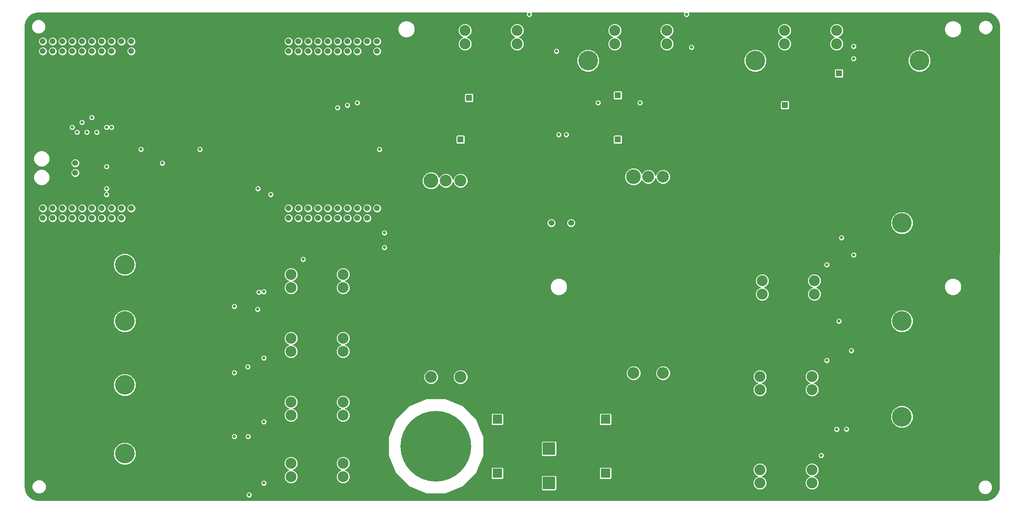
<source format=gbr>
G04 #@! TF.GenerationSoftware,KiCad,Pcbnew,(5.0.2)-1*
G04 #@! TF.CreationDate,2019-03-05T00:25:16-06:00*
G04 #@! TF.ProjectId,PowerBoard_Hardware,506f7765-7242-46f6-9172-645f48617264,rev?*
G04 #@! TF.SameCoordinates,Original*
G04 #@! TF.FileFunction,Copper,L4,Bot*
G04 #@! TF.FilePolarity,Positive*
%FSLAX46Y46*%
G04 Gerber Fmt 4.6, Leading zero omitted, Abs format (unit mm)*
G04 Created by KiCad (PCBNEW (5.0.2)-1) date 3/5/2019 12:25:16 AM*
%MOMM*%
%LPD*%
G01*
G04 APERTURE LIST*
G04 #@! TA.AperFunction,ComponentPad*
%ADD10C,3.048000*%
G04 #@! TD*
G04 #@! TA.AperFunction,ComponentPad*
%ADD11C,3.810000*%
G04 #@! TD*
G04 #@! TA.AperFunction,ComponentPad*
%ADD12R,3.200000X3.200000*%
G04 #@! TD*
G04 #@! TA.AperFunction,ComponentPad*
%ADD13O,3.200000X3.200000*%
G04 #@! TD*
G04 #@! TA.AperFunction,ComponentPad*
%ADD14C,2.400000*%
G04 #@! TD*
G04 #@! TA.AperFunction,ComponentPad*
%ADD15R,2.400000X2.400000*%
G04 #@! TD*
G04 #@! TA.AperFunction,ComponentPad*
%ADD16C,1.524000*%
G04 #@! TD*
G04 #@! TA.AperFunction,ComponentPad*
%ADD17C,5.080000*%
G04 #@! TD*
G04 #@! TA.AperFunction,ComponentPad*
%ADD18C,1.520000*%
G04 #@! TD*
G04 #@! TA.AperFunction,ComponentPad*
%ADD19C,2.819400*%
G04 #@! TD*
G04 #@! TA.AperFunction,ComponentPad*
%ADD20C,1.600000*%
G04 #@! TD*
G04 #@! TA.AperFunction,ComponentPad*
%ADD21R,1.600000X1.600000*%
G04 #@! TD*
G04 #@! TA.AperFunction,ComponentPad*
%ADD22C,18.288000*%
G04 #@! TD*
G04 #@! TA.AperFunction,ViaPad*
%ADD23C,0.800000*%
G04 #@! TD*
G04 #@! TA.AperFunction,Conductor*
%ADD24C,0.254000*%
G04 #@! TD*
G04 APERTURE END LIST*
D10*
G04 #@! TO.P,Dahlbot,5*
G04 #@! TO.N,GND*
X156210000Y-56388000D03*
G04 #@! TO.P,Dahlbot,6*
G04 #@! TO.N,N/C*
X152400000Y-56388000D03*
G04 #@! TO.P,Dahlbot,7*
G04 #@! TO.N,Net-(C10-Pad1)*
X148590000Y-56388000D03*
D11*
G04 #@! TO.P,Dahlbot,8*
X144780000Y-56388000D03*
G04 #@! TO.P,Dahlbot,4*
G04 #@! TO.N,GND*
X160020000Y-56388000D03*
D10*
G04 #@! TO.P,Dahlbot,1*
G04 #@! TO.N,PVDD*
X144780000Y-107188000D03*
G04 #@! TO.P,Dahlbot,2*
G04 #@! TO.N,Net-(CONV1-Pad2)*
X152400000Y-107188000D03*
G04 #@! TO.P,Dahlbot,3*
G04 #@! TO.N,GND*
X160020000Y-107188000D03*
G04 #@! TD*
G04 #@! TO.P,The Van,5*
G04 #@! TO.N,GND*
X208534000Y-55372000D03*
G04 #@! TO.P,The Van,6*
G04 #@! TO.N,N/C*
X204724000Y-55372000D03*
G04 #@! TO.P,The Van,7*
G04 #@! TO.N,Net-(C11-Pad1)*
X200914000Y-55372000D03*
D11*
G04 #@! TO.P,The Van,8*
X197104000Y-55372000D03*
G04 #@! TO.P,The Van,4*
G04 #@! TO.N,GND*
X212344000Y-55372000D03*
D10*
G04 #@! TO.P,The Van,1*
G04 #@! TO.N,PVDD*
X197104000Y-106172000D03*
G04 #@! TO.P,The Van,2*
G04 #@! TO.N,Net-(CONV2-Pad2)*
X204724000Y-106172000D03*
G04 #@! TO.P,The Van,3*
G04 #@! TO.N,GND*
X212344000Y-106172000D03*
G04 #@! TD*
D12*
G04 #@! TO.P,D12,1*
G04 #@! TO.N,PVDD*
X175260000Y-125730000D03*
D13*
G04 #@! TO.P,D12,2*
G04 #@! TO.N,GND*
X180340000Y-125730000D03*
G04 #@! TD*
G04 #@! TO.P,D13,2*
G04 #@! TO.N,GND*
X180340000Y-134620000D03*
D12*
G04 #@! TO.P,D13,1*
G04 #@! TO.N,PVDD*
X175260000Y-134620000D03*
G04 #@! TD*
D14*
G04 #@! TO.P,C1,2*
G04 #@! TO.N,GND*
X194865000Y-132080000D03*
D15*
G04 #@! TO.P,C1,1*
G04 #@! TO.N,PVDD*
X189865000Y-132080000D03*
G04 #@! TD*
G04 #@! TO.P,C2,1*
G04 #@! TO.N,PVDD*
X161925000Y-132080000D03*
D14*
G04 #@! TO.P,C2,2*
G04 #@! TO.N,GND*
X166925000Y-132080000D03*
G04 #@! TD*
G04 #@! TO.P,C3,2*
G04 #@! TO.N,GND*
X194865000Y-118110000D03*
D15*
G04 #@! TO.P,C3,1*
G04 #@! TO.N,PVDD*
X189865000Y-118110000D03*
G04 #@! TD*
G04 #@! TO.P,C5,1*
G04 #@! TO.N,PVDD*
X161925000Y-118110000D03*
D14*
G04 #@! TO.P,C5,2*
G04 #@! TO.N,GND*
X166925000Y-118110000D03*
G04 #@! TD*
D16*
G04 #@! TO.P,3V3FAN1,1*
G04 #@! TO.N,Net-(3V3FAN1-Pad1)*
X52832000Y-54356000D03*
G04 #@! TO.P,3V3FAN1,2*
G04 #@! TO.N,+3.3VA*
X52832000Y-51816000D03*
G04 #@! TD*
D17*
G04 #@! TO.P,Conn5,2*
G04 #@! TO.N,Net-(Conn5-Pad2)*
X266446000Y-67310000D03*
G04 #@! TO.P,Conn5,1*
G04 #@! TO.N,GND*
X274320000Y-67310000D03*
G04 #@! TD*
G04 #@! TO.P,Conn6,2*
G04 #@! TO.N,Net-(Conn6-Pad2)*
X266446000Y-92710000D03*
G04 #@! TO.P,Conn6,1*
G04 #@! TO.N,GND*
X274320000Y-92710000D03*
G04 #@! TD*
G04 #@! TO.P,Conn7,2*
G04 #@! TO.N,Net-(Conn7-Pad2)*
X266446000Y-117475000D03*
G04 #@! TO.P,Conn7,1*
G04 #@! TO.N,GND*
X274320000Y-117475000D03*
G04 #@! TD*
G04 #@! TO.P,Conn8,1*
G04 #@! TO.N,GND*
X57785000Y-78105000D03*
G04 #@! TO.P,Conn8,2*
G04 #@! TO.N,Net-(Conn8-Pad2)*
X65659000Y-78105000D03*
G04 #@! TD*
G04 #@! TO.P,Conn9,2*
G04 #@! TO.N,Net-(Conn9-Pad2)*
X65659000Y-92710000D03*
G04 #@! TO.P,Conn9,1*
G04 #@! TO.N,GND*
X57785000Y-92710000D03*
G04 #@! TD*
G04 #@! TO.P,Conn10,1*
G04 #@! TO.N,GND*
X57785000Y-109220000D03*
G04 #@! TO.P,Conn10,2*
G04 #@! TO.N,Net-(Conn10-Pad2)*
X65659000Y-109220000D03*
G04 #@! TD*
G04 #@! TO.P,Conn11,2*
G04 #@! TO.N,Net-(Conn11-Pad2)*
X65659000Y-127000000D03*
G04 #@! TO.P,Conn11,1*
G04 #@! TO.N,GND*
X57785000Y-127000000D03*
G04 #@! TD*
D18*
G04 #@! TO.P,U1,+3V3*
G04 #@! TO.N,+3.3VA*
X67310000Y-20320000D03*
G04 #@! TO.P,U1,PM6*
G04 #@! TO.N,N/C*
X44450000Y-66040000D03*
G04 #@! TO.P,U1,PQ1*
X46990000Y-66040000D03*
G04 #@! TO.P,U1,PQ2*
X54610000Y-66040000D03*
G04 #@! TO.P,U1,PK0*
G04 #@! TO.N,AUX_IMEAS*
X57150000Y-22860000D03*
G04 #@! TO.P,U1,PQ3*
G04 #@! TO.N,N/C*
X52070000Y-66040000D03*
G04 #@! TO.P,U1,PP3*
X49530000Y-66040000D03*
G04 #@! TO.P,U1,PQ0*
X52070000Y-20320000D03*
G04 #@! TO.P,U1,PA4*
X46990000Y-22860000D03*
G04 #@! TO.P,U1,Rese*
G04 #@! TO.N,Net-(U1-PadRese)*
X57150000Y-66040000D03*
G04 #@! TO.P,U1,PA7*
G04 #@! TO.N,N/C*
X59690000Y-66040000D03*
G04 #@! TO.P,U1,PN5*
X46990000Y-20320000D03*
G04 #@! TO.P,U1,PK2*
G04 #@! TO.N,MM_IMEAS*
X52070000Y-22860000D03*
G04 #@! TO.P,U1,PK1*
G04 #@! TO.N,BM_IMEAS*
X54610000Y-22860000D03*
G04 #@! TO.P,U1,+5V*
G04 #@! TO.N,Net-(U1-Pad+5V)*
X67310000Y-22860000D03*
G04 #@! TO.P,U1,GND*
G04 #@! TO.N,GND*
X64770000Y-22860000D03*
G04 #@! TO.P,U1,PB4*
G04 #@! TO.N,GE_IMEAS*
X62230000Y-22860000D03*
G04 #@! TO.P,U1,PB5*
G04 #@! TO.N,ROCKET_IMEAS*
X59690000Y-22860000D03*
G04 #@! TO.P,U1,PK3*
G04 #@! TO.N,FM_IMEAS*
X49530000Y-22860000D03*
G04 #@! TO.P,U1,PA5*
G04 #@! TO.N,N/C*
X44450000Y-22860000D03*
G04 #@! TO.P,U1,PD2*
X64770000Y-20320000D03*
G04 #@! TO.P,U1,PP0*
X62230000Y-20320000D03*
G04 #@! TO.P,U1,PP1*
X59690000Y-20320000D03*
G04 #@! TO.P,U1,PD4*
X57150000Y-20320000D03*
G04 #@! TO.P,U1,PD5*
X54610000Y-20320000D03*
G04 #@! TO.P,U1,PP4*
X49530000Y-20320000D03*
G04 #@! TO.P,U1,PN4*
X44450000Y-20320000D03*
G04 #@! TO.P,U1,PG1*
X67310000Y-63500000D03*
G04 #@! TO.P,U1,PK4*
X64770000Y-63500000D03*
G04 #@! TO.P,U1,PK5*
G04 #@! TO.N,EM_CTL*
X62230000Y-63500000D03*
G04 #@! TO.P,U1,PM0*
G04 #@! TO.N,N/C*
X59690000Y-63500000D03*
G04 #@! TO.P,U1,PM1*
G04 #@! TO.N,GE_CTL*
X57150000Y-63500000D03*
G04 #@! TO.P,U1,PM2*
G04 #@! TO.N,ROCKET_CTL*
X54610000Y-63500000D03*
G04 #@! TO.P,U1,PH0*
G04 #@! TO.N,AUX_CTL*
X52070000Y-63500000D03*
G04 #@! TO.P,U1,PH1*
G04 #@! TO.N,BM_CTL*
X49530000Y-63500000D03*
G04 #@! TO.P,U1,PK6*
G04 #@! TO.N,MM_CTL*
X46990000Y-63500000D03*
G04 #@! TO.P,U1,PK7*
G04 #@! TO.N,FM_CTL*
X44450000Y-63500000D03*
G04 #@! TO.P,U1,GND*
G04 #@! TO.N,GND*
X67310000Y-66040000D03*
G04 #@! TO.P,U1,PM7*
G04 #@! TO.N,N/C*
X64770000Y-66040000D03*
G04 #@! TO.P,U1,PP5*
X62230000Y-66040000D03*
G04 #@! TO.P,U1,+5V*
G04 #@! TO.N,Net-(U1-Pad+5V)*
X130810000Y-22860000D03*
G04 #@! TO.P,U1,GND*
G04 #@! TO.N,GND*
X128270000Y-22860000D03*
G04 #@! TO.P,U1,PE0*
G04 #@! TO.N,COM_IMEAS*
X125730000Y-22860000D03*
G04 #@! TO.P,U1,PE1*
G04 #@! TO.N,LOGIC_IMEAS*
X123190000Y-22860000D03*
G04 #@! TO.P,U1,PE2*
G04 #@! TO.N,ACT_IMEAS*
X120650000Y-22860000D03*
G04 #@! TO.P,U1,PE3*
G04 #@! TO.N,N/C*
X118110000Y-22860000D03*
G04 #@! TO.P,U1,PD7*
X115570000Y-22860000D03*
G04 #@! TO.P,U1,PA6*
X113030000Y-22860000D03*
G04 #@! TO.P,U1,PM4*
X110490000Y-22860000D03*
G04 #@! TO.P,U1,PM5*
X107950000Y-22860000D03*
G04 #@! TO.P,U1,+3V3*
G04 #@! TO.N,+3.3VA*
X130810000Y-20320000D03*
G04 #@! TO.P,U1,PE4*
G04 #@! TO.N,N/C*
X128270000Y-20320000D03*
G04 #@! TO.P,U1,PC4*
X125730000Y-20320000D03*
G04 #@! TO.P,U1,PC5*
X123190000Y-20320000D03*
G04 #@! TO.P,U1,PC6*
X120650000Y-20320000D03*
G04 #@! TO.P,U1,PE5*
X118110000Y-20320000D03*
G04 #@! TO.P,U1,PD3*
X115570000Y-20320000D03*
G04 #@! TO.P,U1,PC7*
X113030000Y-20320000D03*
G04 #@! TO.P,U1,PB2*
X110490000Y-20320000D03*
G04 #@! TO.P,U1,PB3*
X107950000Y-20320000D03*
G04 #@! TO.P,U1,PF1*
X130810000Y-63500000D03*
G04 #@! TO.P,U1,PF2*
X128270000Y-63500000D03*
G04 #@! TO.P,U1,PF3*
X125730000Y-63500000D03*
G04 #@! TO.P,U1,PG0*
X123190000Y-63500000D03*
G04 #@! TO.P,U1,PL4*
X120650000Y-63500000D03*
G04 #@! TO.P,U1,PL5*
X118110000Y-63500000D03*
G04 #@! TO.P,U1,PL0*
X115570000Y-63500000D03*
G04 #@! TO.P,U1,PL1*
X113030000Y-63500000D03*
G04 #@! TO.P,U1,PL2*
X110490000Y-63500000D03*
G04 #@! TO.P,U1,PL3*
X107950000Y-63500000D03*
G04 #@! TO.P,U1,GND*
G04 #@! TO.N,GND*
X130810000Y-66040000D03*
G04 #@! TO.P,U1,PM3*
G04 #@! TO.N,FAN_CTL*
X128270000Y-66040000D03*
G04 #@! TO.P,U1,PH2*
G04 #@! TO.N,COM_CTL*
X125730000Y-66040000D03*
G04 #@! TO.P,U1,PH3*
G04 #@! TO.N,N/C*
X123190000Y-66040000D03*
G04 #@! TO.P,U1,Rese*
G04 #@! TO.N,Net-(U1-PadRese)*
X120650000Y-66040000D03*
G04 #@! TO.P,U1,PD1*
G04 #@! TO.N,LOGIC_CTL*
X118110000Y-66040000D03*
G04 #@! TO.P,U1,PD0*
G04 #@! TO.N,EM_IMEAS*
X115570000Y-66040000D03*
G04 #@! TO.P,U1,PN2*
G04 #@! TO.N,N/C*
X113030000Y-66040000D03*
G04 #@! TO.P,U1,PN3*
G04 #@! TO.N,ACT_CTL*
X110490000Y-66040000D03*
G04 #@! TO.P,U1,PP2*
G04 #@! TO.N,LOGIC\005CCOM_CTL*
X107950000Y-66040000D03*
G04 #@! TD*
D19*
G04 #@! TO.P,U2,2*
G04 #@! TO.N,Net-(C10-Pad1)*
X192278000Y-17526000D03*
X192278000Y-20955000D03*
G04 #@! TO.P,U2,1*
G04 #@! TO.N,Net-(Q5-Pad2)*
X205740000Y-20955000D03*
X205740000Y-17526000D03*
G04 #@! TD*
G04 #@! TO.P,U3,2*
G04 #@! TO.N,Net-(C11-Pad1)*
X236093000Y-17526000D03*
X236093000Y-20955000D03*
G04 #@! TO.P,U3,1*
G04 #@! TO.N,Net-(C14-Pad1)*
X249555000Y-20955000D03*
X249555000Y-17526000D03*
G04 #@! TD*
G04 #@! TO.P,U4,1*
G04 #@! TO.N,Net-(Q4-Pad2)*
X167005000Y-17526000D03*
X167005000Y-20955000D03*
G04 #@! TO.P,U4,2*
G04 #@! TO.N,Net-(C10-Pad1)*
X153543000Y-20955000D03*
X153543000Y-17526000D03*
G04 #@! TD*
D16*
G04 #@! TO.P,U10,1*
G04 #@! TO.N,PVDD*
X180975000Y-67310000D03*
G04 #@! TO.P,U10,2*
G04 #@! TO.N,GND*
X178435000Y-67310000D03*
G04 #@! TO.P,U10,3*
G04 #@! TO.N,+3.3VA*
X175895000Y-67310000D03*
G04 #@! TD*
D19*
G04 #@! TO.P,U15,1*
G04 #@! TO.N,Net-(U15-Pad1)*
X243840000Y-82296000D03*
X243840000Y-85725000D03*
G04 #@! TO.P,U15,2*
G04 #@! TO.N,PVDD*
X230378000Y-85725000D03*
X230378000Y-82296000D03*
G04 #@! TD*
G04 #@! TO.P,U17,2*
G04 #@! TO.N,PVDD*
X229743000Y-107061000D03*
X229743000Y-110490000D03*
G04 #@! TO.P,U17,1*
G04 #@! TO.N,Net-(U17-Pad1)*
X243205000Y-110490000D03*
X243205000Y-107061000D03*
G04 #@! TD*
G04 #@! TO.P,U18,1*
G04 #@! TO.N,Net-(U18-Pad1)*
X243205000Y-131191000D03*
X243205000Y-134620000D03*
G04 #@! TO.P,U18,2*
G04 #@! TO.N,PVDD*
X229743000Y-134620000D03*
X229743000Y-131191000D03*
G04 #@! TD*
G04 #@! TO.P,U27,1*
G04 #@! TO.N,Net-(U27-Pad1)*
X108585000Y-132969000D03*
X108585000Y-129540000D03*
G04 #@! TO.P,U27,2*
G04 #@! TO.N,PVDD*
X122047000Y-129540000D03*
X122047000Y-132969000D03*
G04 #@! TD*
G04 #@! TO.P,U28,2*
G04 #@! TO.N,PVDD*
X122047000Y-100584000D03*
X122047000Y-97155000D03*
G04 #@! TO.P,U28,1*
G04 #@! TO.N,Net-(U28-Pad1)*
X108585000Y-97155000D03*
X108585000Y-100584000D03*
G04 #@! TD*
G04 #@! TO.P,U29,2*
G04 #@! TO.N,PVDD*
X122047000Y-117094000D03*
X122047000Y-113665000D03*
G04 #@! TO.P,U29,1*
G04 #@! TO.N,Net-(U29-Pad1)*
X108585000Y-113665000D03*
X108585000Y-117094000D03*
G04 #@! TD*
G04 #@! TO.P,U30,2*
G04 #@! TO.N,PVDD*
X122047000Y-84074000D03*
X122047000Y-80645000D03*
G04 #@! TO.P,U30,1*
G04 #@! TO.N,Net-(U30-Pad1)*
X108585000Y-80645000D03*
X108585000Y-84074000D03*
G04 #@! TD*
D17*
G04 #@! TO.P,Conn1,2*
G04 #@! TO.N,Net-(Conn1-Pad2)*
X270992000Y-25312000D03*
G04 #@! TO.P,Conn1,1*
G04 #@! TO.N,GND*
X270992000Y-17412000D03*
G04 #@! TD*
G04 #@! TO.P,Conn2,1*
G04 #@! TO.N,GND*
X185394000Y-17412000D03*
G04 #@! TO.P,Conn2,2*
G04 #@! TO.N,Net-(Conn2-Pad2)*
X185394000Y-25312000D03*
G04 #@! TD*
G04 #@! TO.P,Conn3,2*
G04 #@! TO.N,Net-(Conn3-Pad2)*
X228574000Y-25312000D03*
G04 #@! TO.P,Conn3,1*
G04 #@! TO.N,GND*
X228574000Y-17412000D03*
G04 #@! TD*
D20*
G04 #@! TO.P,C6,2*
G04 #@! TO.N,GND*
X148900000Y-45720000D03*
D21*
G04 #@! TO.P,C6,1*
G04 #@! TO.N,Net-(C10-Pad1)*
X152400000Y-45720000D03*
G04 #@! TD*
G04 #@! TO.P,C8,1*
G04 #@! TO.N,Net-(C10-Pad1)*
X193040000Y-34290000D03*
D20*
G04 #@! TO.P,C8,2*
G04 #@! TO.N,GND*
X196540000Y-34290000D03*
G04 #@! TD*
D21*
G04 #@! TO.P,C9,1*
G04 #@! TO.N,Net-(C10-Pad1)*
X154615000Y-34925000D03*
D20*
G04 #@! TO.P,C9,2*
G04 #@! TO.N,GND*
X158115000Y-34925000D03*
G04 #@! TD*
G04 #@! TO.P,C10,2*
G04 #@! TO.N,GND*
X196540000Y-45720000D03*
D21*
G04 #@! TO.P,C10,1*
G04 #@! TO.N,Net-(C10-Pad1)*
X193040000Y-45720000D03*
G04 #@! TD*
G04 #@! TO.P,C11,1*
G04 #@! TO.N,Net-(C11-Pad1)*
X236220000Y-36830000D03*
D20*
G04 #@! TO.P,C11,2*
G04 #@! TO.N,GND*
X239720000Y-36830000D03*
G04 #@! TD*
G04 #@! TO.P,C16,2*
G04 #@! TO.N,GND*
X246690000Y-28575000D03*
D21*
G04 #@! TO.P,C16,1*
G04 #@! TO.N,Net-(C14-Pad1)*
X250190000Y-28575000D03*
G04 #@! TD*
D22*
G04 #@! TO.P,PVDD,1*
G04 #@! TO.N,PVDD*
X146050000Y-125095000D03*
G04 #@! TD*
G04 #@! TO.P,REF\002A\002A,1*
G04 #@! TO.N,GND*
X209550000Y-125730000D03*
G04 #@! TD*
D23*
G04 #@! TO.N,Net-(3V3FAN1-Pad1)*
X60960000Y-52705000D03*
G04 #@! TO.N,Net-(CONV1-Pad2)*
X132715000Y-73660000D03*
G04 #@! TO.N,Net-(CONV2-Pad2)*
X132715000Y-69850000D03*
G04 #@! TO.N,GND*
X254635000Y-77945000D03*
X255270000Y-71755000D03*
X248098000Y-72390000D03*
X247463000Y-95885000D03*
X254000000Y-96520000D03*
X254000000Y-102710000D03*
X246385000Y-122560000D03*
X253365000Y-125095000D03*
X253226999Y-119668999D03*
X212852000Y-15494000D03*
X220048000Y-15410000D03*
X256540000Y-14605000D03*
X262890000Y-14605000D03*
X172720000Y-14732000D03*
X179070000Y-35560000D03*
X198120000Y-29210000D03*
X220980000Y-34290000D03*
X252095000Y-33655000D03*
X178435000Y-71755000D03*
X178435000Y-74295000D03*
X178435000Y-76835000D03*
X147320000Y-27940000D03*
X116205000Y-68580000D03*
X115570000Y-71882000D03*
X121905000Y-74310000D03*
X127635000Y-71755000D03*
X49530000Y-87376000D03*
X49784000Y-103632000D03*
X93980000Y-74930000D03*
X92075000Y-82710000D03*
X93980000Y-92710000D03*
X97282000Y-94107000D03*
X97155000Y-109855000D03*
X92710000Y-118778000D03*
X93980000Y-126365000D03*
X97536000Y-126365000D03*
X91440000Y-134780000D03*
X106680000Y-137160000D03*
X88580000Y-137160000D03*
X94615000Y-109855000D03*
X66100000Y-48955000D03*
X91694000Y-101760000D03*
X288290000Y-104775000D03*
X288036000Y-78232000D03*
X289560000Y-129540000D03*
X47752000Y-121412000D03*
X48260000Y-136906000D03*
G04 #@! TO.N,+3.3VA*
X247015000Y-102870000D03*
X247015000Y-78105000D03*
X245585000Y-127475000D03*
X254000000Y-21590000D03*
X170180000Y-13335000D03*
X210820000Y-13335000D03*
X75311000Y-51816000D03*
X101600000Y-134620000D03*
X101600000Y-118745000D03*
X101600000Y-102235000D03*
X99958200Y-89662000D03*
X100330000Y-85250000D03*
X101600000Y-85090000D03*
G04 #@! TO.N,FAN_CTL*
X85090000Y-48260000D03*
X131445000Y-48260000D03*
X69850000Y-48260000D03*
G04 #@! TO.N,AUX_CTL*
X52070000Y-42545000D03*
X252095000Y-120650000D03*
G04 #@! TO.N,LOGIC_IMEAS*
X123190000Y-36830000D03*
X212090000Y-21844000D03*
G04 #@! TO.N,COM_IMEAS*
X125730000Y-36195000D03*
X177165000Y-22860000D03*
G04 #@! TO.N,ACT_IMEAS*
X120650000Y-37465000D03*
X254000000Y-24765000D03*
G04 #@! TO.N,LOGIC_CTL*
X198755000Y-36195000D03*
X187960000Y-36195000D03*
X179705000Y-44450000D03*
G04 #@! TO.N,COM_CTL*
X177800000Y-44450000D03*
G04 #@! TO.N,AUX_IMEAS*
X249601000Y-120696000D03*
X58420000Y-43815000D03*
G04 #@! TO.N,MM_IMEAS*
X53340000Y-43815000D03*
X97536000Y-122555000D03*
G04 #@! TO.N,BM_IMEAS*
X55880000Y-43815000D03*
X97790000Y-137668000D03*
G04 #@! TO.N,GE_IMEAS*
X62230000Y-42545000D03*
X250825000Y-71120000D03*
G04 #@! TO.N,FM_IMEAS*
X97409000Y-104521000D03*
G04 #@! TO.N,GE_CTL*
X254000000Y-75565000D03*
X57150000Y-40005000D03*
G04 #@! TO.N,ROCKET_CTL*
X54610000Y-41275000D03*
X253365000Y-100330000D03*
G04 #@! TO.N,BM_CTL*
X60960000Y-59944000D03*
X93980000Y-122555000D03*
X103378000Y-59944000D03*
G04 #@! TO.N,MM_CTL*
X60960000Y-58420000D03*
X93980000Y-106045000D03*
X100076000Y-58420000D03*
G04 #@! TO.N,FM_CTL*
X93980000Y-88900000D03*
G04 #@! TO.N,EM_IMEAS*
X111760000Y-76708000D03*
G04 #@! TO.N,ROCKET_IMEAS*
X250190000Y-92710000D03*
X60960000Y-42545000D03*
G04 #@! TD*
D24*
G04 #@! TO.N,GND*
G36*
X169399000Y-13179649D02*
X169399000Y-13490351D01*
X169517900Y-13777401D01*
X169737599Y-13997100D01*
X170024649Y-14116000D01*
X170335351Y-14116000D01*
X170622401Y-13997100D01*
X170842100Y-13777401D01*
X170961000Y-13490351D01*
X170961000Y-13179649D01*
X170856349Y-12927000D01*
X210143651Y-12927000D01*
X210039000Y-13179649D01*
X210039000Y-13490351D01*
X210157900Y-13777401D01*
X210377599Y-13997100D01*
X210664649Y-14116000D01*
X210975351Y-14116000D01*
X211262401Y-13997100D01*
X211482100Y-13777401D01*
X211601000Y-13490351D01*
X211601000Y-13179649D01*
X211496349Y-12927000D01*
X288376749Y-12927000D01*
X289078888Y-13045337D01*
X289734859Y-13299331D01*
X290326357Y-13680038D01*
X290829229Y-14171912D01*
X291222920Y-14754850D01*
X291491356Y-15405047D01*
X291625562Y-16106361D01*
X291634079Y-16386862D01*
X291619012Y-16462506D01*
X291589005Y-135323529D01*
X291546353Y-136065989D01*
X291371626Y-136742198D01*
X291068885Y-137371589D01*
X290649655Y-137930195D01*
X290129916Y-138396730D01*
X289529452Y-138753433D01*
X288871143Y-138986708D01*
X288166069Y-139089720D01*
X287881615Y-139092000D01*
X43505137Y-139092000D01*
X43421952Y-139067056D01*
X43372082Y-139060142D01*
X42635537Y-138997099D01*
X41973563Y-138801111D01*
X41364518Y-138476018D01*
X40833279Y-138035096D01*
X40414604Y-137512649D01*
X97009000Y-137512649D01*
X97009000Y-137823351D01*
X97127900Y-138110401D01*
X97347599Y-138330100D01*
X97634649Y-138449000D01*
X97945351Y-138449000D01*
X98232401Y-138330100D01*
X98452100Y-138110401D01*
X98571000Y-137823351D01*
X98571000Y-137512649D01*
X98452100Y-137225599D01*
X98232401Y-137005900D01*
X97945351Y-136887000D01*
X97634649Y-136887000D01*
X97347599Y-137005900D01*
X97127900Y-137225599D01*
X97009000Y-137512649D01*
X40414604Y-137512649D01*
X40401554Y-137496365D01*
X40086972Y-136881824D01*
X39901351Y-136212852D01*
X39851000Y-135615754D01*
X39851000Y-135196057D01*
X41650920Y-135196057D01*
X41650920Y-135933703D01*
X41933205Y-136615200D01*
X42454800Y-137136795D01*
X43136297Y-137419080D01*
X43873943Y-137419080D01*
X44555440Y-137136795D01*
X45077035Y-136615200D01*
X45359320Y-135933703D01*
X45359320Y-135196057D01*
X45077035Y-134514560D01*
X45027124Y-134464649D01*
X100819000Y-134464649D01*
X100819000Y-134775351D01*
X100937900Y-135062401D01*
X101157599Y-135282100D01*
X101444649Y-135401000D01*
X101755351Y-135401000D01*
X102042401Y-135282100D01*
X102262100Y-135062401D01*
X102381000Y-134775351D01*
X102381000Y-134464649D01*
X102262100Y-134177599D01*
X102042401Y-133957900D01*
X101755351Y-133839000D01*
X101444649Y-133839000D01*
X101157599Y-133957900D01*
X100937900Y-134177599D01*
X100819000Y-134464649D01*
X45027124Y-134464649D01*
X44555440Y-133992965D01*
X43873943Y-133710680D01*
X43136297Y-133710680D01*
X42454800Y-133992965D01*
X41933205Y-134514560D01*
X41650920Y-135196057D01*
X39851000Y-135196057D01*
X39851000Y-126418977D01*
X62738000Y-126418977D01*
X62738000Y-127581023D01*
X63182696Y-128654614D01*
X64004386Y-129476304D01*
X65077977Y-129921000D01*
X66240023Y-129921000D01*
X67313614Y-129476304D01*
X67606110Y-129183808D01*
X106794300Y-129183808D01*
X106794300Y-129896192D01*
X107066918Y-130554350D01*
X107570650Y-131058082D01*
X108044845Y-131254500D01*
X107570650Y-131450918D01*
X107066918Y-131954650D01*
X106794300Y-132612808D01*
X106794300Y-133325192D01*
X107066918Y-133983350D01*
X107570650Y-134487082D01*
X108228808Y-134759700D01*
X108941192Y-134759700D01*
X109599350Y-134487082D01*
X110103082Y-133983350D01*
X110375700Y-133325192D01*
X110375700Y-132612808D01*
X110103082Y-131954650D01*
X109599350Y-131450918D01*
X109125155Y-131254500D01*
X109599350Y-131058082D01*
X110103082Y-130554350D01*
X110375700Y-129896192D01*
X110375700Y-129183808D01*
X120256300Y-129183808D01*
X120256300Y-129896192D01*
X120528918Y-130554350D01*
X121032650Y-131058082D01*
X121506845Y-131254500D01*
X121032650Y-131450918D01*
X120528918Y-131954650D01*
X120256300Y-132612808D01*
X120256300Y-133325192D01*
X120528918Y-133983350D01*
X121032650Y-134487082D01*
X121690808Y-134759700D01*
X122403192Y-134759700D01*
X123061350Y-134487082D01*
X123565082Y-133983350D01*
X123837700Y-133325192D01*
X123837700Y-132612808D01*
X123565082Y-131954650D01*
X123061350Y-131450918D01*
X122587155Y-131254500D01*
X123061350Y-131058082D01*
X123565082Y-130554350D01*
X123837700Y-129896192D01*
X123837700Y-129183808D01*
X123565082Y-128525650D01*
X123061350Y-128021918D01*
X122403192Y-127749300D01*
X121690808Y-127749300D01*
X121032650Y-128021918D01*
X120528918Y-128525650D01*
X120256300Y-129183808D01*
X110375700Y-129183808D01*
X110103082Y-128525650D01*
X109599350Y-128021918D01*
X108941192Y-127749300D01*
X108228808Y-127749300D01*
X107570650Y-128021918D01*
X107066918Y-128525650D01*
X106794300Y-129183808D01*
X67606110Y-129183808D01*
X68135304Y-128654614D01*
X68580000Y-127581023D01*
X68580000Y-126418977D01*
X68135304Y-125345386D01*
X67313614Y-124523696D01*
X66240023Y-124079000D01*
X65077977Y-124079000D01*
X64004386Y-124523696D01*
X63182696Y-125345386D01*
X62738000Y-126418977D01*
X39851000Y-126418977D01*
X39851000Y-122399649D01*
X93199000Y-122399649D01*
X93199000Y-122710351D01*
X93317900Y-122997401D01*
X93537599Y-123217100D01*
X93824649Y-123336000D01*
X94135351Y-123336000D01*
X94422401Y-123217100D01*
X94642100Y-122997401D01*
X94761000Y-122710351D01*
X94761000Y-122399649D01*
X96755000Y-122399649D01*
X96755000Y-122710351D01*
X96873900Y-122997401D01*
X97093599Y-123217100D01*
X97380649Y-123336000D01*
X97691351Y-123336000D01*
X97978401Y-123217100D01*
X98198100Y-122997401D01*
X98317000Y-122710351D01*
X98317000Y-122644599D01*
X133731000Y-122644599D01*
X133731000Y-127545401D01*
X135606456Y-132073153D01*
X139071847Y-135538544D01*
X143599599Y-137414000D01*
X148500401Y-137414000D01*
X153028153Y-135538544D01*
X156493544Y-132073153D01*
X156987764Y-130880000D01*
X160336536Y-130880000D01*
X160336536Y-133280000D01*
X160366106Y-133428659D01*
X160450314Y-133554686D01*
X160576341Y-133638894D01*
X160725000Y-133668464D01*
X163125000Y-133668464D01*
X163273659Y-133638894D01*
X163399686Y-133554686D01*
X163483894Y-133428659D01*
X163513464Y-133280000D01*
X163513464Y-133020000D01*
X173271536Y-133020000D01*
X173271536Y-136220000D01*
X173301106Y-136368659D01*
X173385314Y-136494686D01*
X173511341Y-136578894D01*
X173660000Y-136608464D01*
X176860000Y-136608464D01*
X177008659Y-136578894D01*
X177134686Y-136494686D01*
X177218894Y-136368659D01*
X177248464Y-136220000D01*
X177248464Y-133020000D01*
X177218894Y-132871341D01*
X177134686Y-132745314D01*
X177008659Y-132661106D01*
X176860000Y-132631536D01*
X173660000Y-132631536D01*
X173511341Y-132661106D01*
X173385314Y-132745314D01*
X173301106Y-132871341D01*
X173271536Y-133020000D01*
X163513464Y-133020000D01*
X163513464Y-130880000D01*
X188276536Y-130880000D01*
X188276536Y-133280000D01*
X188306106Y-133428659D01*
X188390314Y-133554686D01*
X188516341Y-133638894D01*
X188665000Y-133668464D01*
X191065000Y-133668464D01*
X191213659Y-133638894D01*
X191339686Y-133554686D01*
X191423894Y-133428659D01*
X191453464Y-133280000D01*
X191453464Y-130880000D01*
X191444475Y-130834808D01*
X227952300Y-130834808D01*
X227952300Y-131547192D01*
X228224918Y-132205350D01*
X228728650Y-132709082D01*
X229202845Y-132905500D01*
X228728650Y-133101918D01*
X228224918Y-133605650D01*
X227952300Y-134263808D01*
X227952300Y-134976192D01*
X228224918Y-135634350D01*
X228728650Y-136138082D01*
X229386808Y-136410700D01*
X230099192Y-136410700D01*
X230757350Y-136138082D01*
X231261082Y-135634350D01*
X231533700Y-134976192D01*
X231533700Y-134263808D01*
X231261082Y-133605650D01*
X230757350Y-133101918D01*
X230283155Y-132905500D01*
X230757350Y-132709082D01*
X231261082Y-132205350D01*
X231533700Y-131547192D01*
X231533700Y-130834808D01*
X241414300Y-130834808D01*
X241414300Y-131547192D01*
X241686918Y-132205350D01*
X242190650Y-132709082D01*
X242664845Y-132905500D01*
X242190650Y-133101918D01*
X241686918Y-133605650D01*
X241414300Y-134263808D01*
X241414300Y-134976192D01*
X241686918Y-135634350D01*
X242190650Y-136138082D01*
X242848808Y-136410700D01*
X243561192Y-136410700D01*
X244219350Y-136138082D01*
X244723082Y-135634350D01*
X244852023Y-135323057D01*
X286110680Y-135323057D01*
X286110680Y-136060703D01*
X286392965Y-136742200D01*
X286914560Y-137263795D01*
X287596057Y-137546080D01*
X288333703Y-137546080D01*
X289015200Y-137263795D01*
X289536795Y-136742200D01*
X289819080Y-136060703D01*
X289819080Y-135323057D01*
X289536795Y-134641560D01*
X289015200Y-134119965D01*
X288333703Y-133837680D01*
X287596057Y-133837680D01*
X286914560Y-134119965D01*
X286392965Y-134641560D01*
X286110680Y-135323057D01*
X244852023Y-135323057D01*
X244995700Y-134976192D01*
X244995700Y-134263808D01*
X244723082Y-133605650D01*
X244219350Y-133101918D01*
X243745155Y-132905500D01*
X244219350Y-132709082D01*
X244723082Y-132205350D01*
X244995700Y-131547192D01*
X244995700Y-130834808D01*
X244723082Y-130176650D01*
X244219350Y-129672918D01*
X243561192Y-129400300D01*
X242848808Y-129400300D01*
X242190650Y-129672918D01*
X241686918Y-130176650D01*
X241414300Y-130834808D01*
X231533700Y-130834808D01*
X231261082Y-130176650D01*
X230757350Y-129672918D01*
X230099192Y-129400300D01*
X229386808Y-129400300D01*
X228728650Y-129672918D01*
X228224918Y-130176650D01*
X227952300Y-130834808D01*
X191444475Y-130834808D01*
X191423894Y-130731341D01*
X191339686Y-130605314D01*
X191213659Y-130521106D01*
X191065000Y-130491536D01*
X188665000Y-130491536D01*
X188516341Y-130521106D01*
X188390314Y-130605314D01*
X188306106Y-130731341D01*
X188276536Y-130880000D01*
X163513464Y-130880000D01*
X163483894Y-130731341D01*
X163399686Y-130605314D01*
X163273659Y-130521106D01*
X163125000Y-130491536D01*
X160725000Y-130491536D01*
X160576341Y-130521106D01*
X160450314Y-130605314D01*
X160366106Y-130731341D01*
X160336536Y-130880000D01*
X156987764Y-130880000D01*
X158369000Y-127545401D01*
X158369000Y-124130000D01*
X173271536Y-124130000D01*
X173271536Y-127330000D01*
X173301106Y-127478659D01*
X173385314Y-127604686D01*
X173511341Y-127688894D01*
X173660000Y-127718464D01*
X176860000Y-127718464D01*
X177008659Y-127688894D01*
X177134686Y-127604686D01*
X177218894Y-127478659D01*
X177248464Y-127330000D01*
X177248464Y-127319649D01*
X244804000Y-127319649D01*
X244804000Y-127630351D01*
X244922900Y-127917401D01*
X245142599Y-128137100D01*
X245429649Y-128256000D01*
X245740351Y-128256000D01*
X246027401Y-128137100D01*
X246247100Y-127917401D01*
X246366000Y-127630351D01*
X246366000Y-127319649D01*
X246247100Y-127032599D01*
X246027401Y-126812900D01*
X245740351Y-126694000D01*
X245429649Y-126694000D01*
X245142599Y-126812900D01*
X244922900Y-127032599D01*
X244804000Y-127319649D01*
X177248464Y-127319649D01*
X177248464Y-124130000D01*
X177218894Y-123981341D01*
X177134686Y-123855314D01*
X177008659Y-123771106D01*
X176860000Y-123741536D01*
X173660000Y-123741536D01*
X173511341Y-123771106D01*
X173385314Y-123855314D01*
X173301106Y-123981341D01*
X173271536Y-124130000D01*
X158369000Y-124130000D01*
X158369000Y-122644599D01*
X157497516Y-120540649D01*
X248820000Y-120540649D01*
X248820000Y-120851351D01*
X248938900Y-121138401D01*
X249158599Y-121358100D01*
X249445649Y-121477000D01*
X249756351Y-121477000D01*
X250043401Y-121358100D01*
X250263100Y-121138401D01*
X250382000Y-120851351D01*
X250382000Y-120540649D01*
X250362947Y-120494649D01*
X251314000Y-120494649D01*
X251314000Y-120805351D01*
X251432900Y-121092401D01*
X251652599Y-121312100D01*
X251939649Y-121431000D01*
X252250351Y-121431000D01*
X252537401Y-121312100D01*
X252757100Y-121092401D01*
X252876000Y-120805351D01*
X252876000Y-120494649D01*
X252757100Y-120207599D01*
X252537401Y-119987900D01*
X252250351Y-119869000D01*
X251939649Y-119869000D01*
X251652599Y-119987900D01*
X251432900Y-120207599D01*
X251314000Y-120494649D01*
X250362947Y-120494649D01*
X250263100Y-120253599D01*
X250043401Y-120033900D01*
X249756351Y-119915000D01*
X249445649Y-119915000D01*
X249158599Y-120033900D01*
X248938900Y-120253599D01*
X248820000Y-120540649D01*
X157497516Y-120540649D01*
X156493544Y-118116847D01*
X155286697Y-116910000D01*
X160336536Y-116910000D01*
X160336536Y-119310000D01*
X160366106Y-119458659D01*
X160450314Y-119584686D01*
X160576341Y-119668894D01*
X160725000Y-119698464D01*
X163125000Y-119698464D01*
X163273659Y-119668894D01*
X163399686Y-119584686D01*
X163483894Y-119458659D01*
X163513464Y-119310000D01*
X163513464Y-116910000D01*
X188276536Y-116910000D01*
X188276536Y-119310000D01*
X188306106Y-119458659D01*
X188390314Y-119584686D01*
X188516341Y-119668894D01*
X188665000Y-119698464D01*
X191065000Y-119698464D01*
X191213659Y-119668894D01*
X191339686Y-119584686D01*
X191423894Y-119458659D01*
X191453464Y-119310000D01*
X191453464Y-116910000D01*
X191450277Y-116893977D01*
X263525000Y-116893977D01*
X263525000Y-118056023D01*
X263969696Y-119129614D01*
X264791386Y-119951304D01*
X265864977Y-120396000D01*
X267027023Y-120396000D01*
X268100614Y-119951304D01*
X268922304Y-119129614D01*
X269367000Y-118056023D01*
X269367000Y-116893977D01*
X268922304Y-115820386D01*
X268100614Y-114998696D01*
X267027023Y-114554000D01*
X265864977Y-114554000D01*
X264791386Y-114998696D01*
X263969696Y-115820386D01*
X263525000Y-116893977D01*
X191450277Y-116893977D01*
X191423894Y-116761341D01*
X191339686Y-116635314D01*
X191213659Y-116551106D01*
X191065000Y-116521536D01*
X188665000Y-116521536D01*
X188516341Y-116551106D01*
X188390314Y-116635314D01*
X188306106Y-116761341D01*
X188276536Y-116910000D01*
X163513464Y-116910000D01*
X163483894Y-116761341D01*
X163399686Y-116635314D01*
X163273659Y-116551106D01*
X163125000Y-116521536D01*
X160725000Y-116521536D01*
X160576341Y-116551106D01*
X160450314Y-116635314D01*
X160366106Y-116761341D01*
X160336536Y-116910000D01*
X155286697Y-116910000D01*
X153028153Y-114651456D01*
X148500401Y-112776000D01*
X143599599Y-112776000D01*
X139071847Y-114651456D01*
X135606456Y-118116847D01*
X133731000Y-122644599D01*
X98317000Y-122644599D01*
X98317000Y-122399649D01*
X98198100Y-122112599D01*
X97978401Y-121892900D01*
X97691351Y-121774000D01*
X97380649Y-121774000D01*
X97093599Y-121892900D01*
X96873900Y-122112599D01*
X96755000Y-122399649D01*
X94761000Y-122399649D01*
X94642100Y-122112599D01*
X94422401Y-121892900D01*
X94135351Y-121774000D01*
X93824649Y-121774000D01*
X93537599Y-121892900D01*
X93317900Y-122112599D01*
X93199000Y-122399649D01*
X39851000Y-122399649D01*
X39851000Y-118589649D01*
X100819000Y-118589649D01*
X100819000Y-118900351D01*
X100937900Y-119187401D01*
X101157599Y-119407100D01*
X101444649Y-119526000D01*
X101755351Y-119526000D01*
X102042401Y-119407100D01*
X102262100Y-119187401D01*
X102381000Y-118900351D01*
X102381000Y-118589649D01*
X102262100Y-118302599D01*
X102042401Y-118082900D01*
X101755351Y-117964000D01*
X101444649Y-117964000D01*
X101157599Y-118082900D01*
X100937900Y-118302599D01*
X100819000Y-118589649D01*
X39851000Y-118589649D01*
X39851000Y-113308808D01*
X106794300Y-113308808D01*
X106794300Y-114021192D01*
X107066918Y-114679350D01*
X107570650Y-115183082D01*
X108044845Y-115379500D01*
X107570650Y-115575918D01*
X107066918Y-116079650D01*
X106794300Y-116737808D01*
X106794300Y-117450192D01*
X107066918Y-118108350D01*
X107570650Y-118612082D01*
X108228808Y-118884700D01*
X108941192Y-118884700D01*
X109599350Y-118612082D01*
X110103082Y-118108350D01*
X110375700Y-117450192D01*
X110375700Y-116737808D01*
X110103082Y-116079650D01*
X109599350Y-115575918D01*
X109125155Y-115379500D01*
X109599350Y-115183082D01*
X110103082Y-114679350D01*
X110375700Y-114021192D01*
X110375700Y-113308808D01*
X120256300Y-113308808D01*
X120256300Y-114021192D01*
X120528918Y-114679350D01*
X121032650Y-115183082D01*
X121506845Y-115379500D01*
X121032650Y-115575918D01*
X120528918Y-116079650D01*
X120256300Y-116737808D01*
X120256300Y-117450192D01*
X120528918Y-118108350D01*
X121032650Y-118612082D01*
X121690808Y-118884700D01*
X122403192Y-118884700D01*
X123061350Y-118612082D01*
X123565082Y-118108350D01*
X123837700Y-117450192D01*
X123837700Y-116737808D01*
X123565082Y-116079650D01*
X123061350Y-115575918D01*
X122587155Y-115379500D01*
X123061350Y-115183082D01*
X123565082Y-114679350D01*
X123837700Y-114021192D01*
X123837700Y-113308808D01*
X123565082Y-112650650D01*
X123061350Y-112146918D01*
X122403192Y-111874300D01*
X121690808Y-111874300D01*
X121032650Y-112146918D01*
X120528918Y-112650650D01*
X120256300Y-113308808D01*
X110375700Y-113308808D01*
X110103082Y-112650650D01*
X109599350Y-112146918D01*
X108941192Y-111874300D01*
X108228808Y-111874300D01*
X107570650Y-112146918D01*
X107066918Y-112650650D01*
X106794300Y-113308808D01*
X39851000Y-113308808D01*
X39851000Y-108638977D01*
X62738000Y-108638977D01*
X62738000Y-109801023D01*
X63182696Y-110874614D01*
X64004386Y-111696304D01*
X65077977Y-112141000D01*
X66240023Y-112141000D01*
X67313614Y-111696304D01*
X68135304Y-110874614D01*
X68580000Y-109801023D01*
X68580000Y-108638977D01*
X68135304Y-107565386D01*
X67313614Y-106743696D01*
X66240023Y-106299000D01*
X65077977Y-106299000D01*
X64004386Y-106743696D01*
X63182696Y-107565386D01*
X62738000Y-108638977D01*
X39851000Y-108638977D01*
X39851000Y-105889649D01*
X93199000Y-105889649D01*
X93199000Y-106200351D01*
X93317900Y-106487401D01*
X93537599Y-106707100D01*
X93824649Y-106826000D01*
X94135351Y-106826000D01*
X94176218Y-106809072D01*
X142875000Y-106809072D01*
X142875000Y-107566928D01*
X143165019Y-108267096D01*
X143700904Y-108802981D01*
X144401072Y-109093000D01*
X145158928Y-109093000D01*
X145859096Y-108802981D01*
X146394981Y-108267096D01*
X146685000Y-107566928D01*
X146685000Y-106809072D01*
X150495000Y-106809072D01*
X150495000Y-107566928D01*
X150785019Y-108267096D01*
X151320904Y-108802981D01*
X152021072Y-109093000D01*
X152778928Y-109093000D01*
X153479096Y-108802981D01*
X154014981Y-108267096D01*
X154305000Y-107566928D01*
X154305000Y-106809072D01*
X154014981Y-106108904D01*
X153699149Y-105793072D01*
X195199000Y-105793072D01*
X195199000Y-106550928D01*
X195489019Y-107251096D01*
X196024904Y-107786981D01*
X196725072Y-108077000D01*
X197482928Y-108077000D01*
X198183096Y-107786981D01*
X198718981Y-107251096D01*
X199009000Y-106550928D01*
X199009000Y-105793072D01*
X202819000Y-105793072D01*
X202819000Y-106550928D01*
X203109019Y-107251096D01*
X203644904Y-107786981D01*
X204345072Y-108077000D01*
X205102928Y-108077000D01*
X205803096Y-107786981D01*
X206338981Y-107251096D01*
X206565260Y-106704808D01*
X227952300Y-106704808D01*
X227952300Y-107417192D01*
X228224918Y-108075350D01*
X228728650Y-108579082D01*
X229202845Y-108775500D01*
X228728650Y-108971918D01*
X228224918Y-109475650D01*
X227952300Y-110133808D01*
X227952300Y-110846192D01*
X228224918Y-111504350D01*
X228728650Y-112008082D01*
X229386808Y-112280700D01*
X230099192Y-112280700D01*
X230757350Y-112008082D01*
X231261082Y-111504350D01*
X231533700Y-110846192D01*
X231533700Y-110133808D01*
X231261082Y-109475650D01*
X230757350Y-108971918D01*
X230283155Y-108775500D01*
X230757350Y-108579082D01*
X231261082Y-108075350D01*
X231533700Y-107417192D01*
X231533700Y-106704808D01*
X241414300Y-106704808D01*
X241414300Y-107417192D01*
X241686918Y-108075350D01*
X242190650Y-108579082D01*
X242664845Y-108775500D01*
X242190650Y-108971918D01*
X241686918Y-109475650D01*
X241414300Y-110133808D01*
X241414300Y-110846192D01*
X241686918Y-111504350D01*
X242190650Y-112008082D01*
X242848808Y-112280700D01*
X243561192Y-112280700D01*
X244219350Y-112008082D01*
X244723082Y-111504350D01*
X244995700Y-110846192D01*
X244995700Y-110133808D01*
X244723082Y-109475650D01*
X244219350Y-108971918D01*
X243745155Y-108775500D01*
X244219350Y-108579082D01*
X244723082Y-108075350D01*
X244995700Y-107417192D01*
X244995700Y-106704808D01*
X244723082Y-106046650D01*
X244219350Y-105542918D01*
X243561192Y-105270300D01*
X242848808Y-105270300D01*
X242190650Y-105542918D01*
X241686918Y-106046650D01*
X241414300Y-106704808D01*
X231533700Y-106704808D01*
X231261082Y-106046650D01*
X230757350Y-105542918D01*
X230099192Y-105270300D01*
X229386808Y-105270300D01*
X228728650Y-105542918D01*
X228224918Y-106046650D01*
X227952300Y-106704808D01*
X206565260Y-106704808D01*
X206629000Y-106550928D01*
X206629000Y-105793072D01*
X206338981Y-105092904D01*
X205803096Y-104557019D01*
X205102928Y-104267000D01*
X204345072Y-104267000D01*
X203644904Y-104557019D01*
X203109019Y-105092904D01*
X202819000Y-105793072D01*
X199009000Y-105793072D01*
X198718981Y-105092904D01*
X198183096Y-104557019D01*
X197482928Y-104267000D01*
X196725072Y-104267000D01*
X196024904Y-104557019D01*
X195489019Y-105092904D01*
X195199000Y-105793072D01*
X153699149Y-105793072D01*
X153479096Y-105573019D01*
X152778928Y-105283000D01*
X152021072Y-105283000D01*
X151320904Y-105573019D01*
X150785019Y-106108904D01*
X150495000Y-106809072D01*
X146685000Y-106809072D01*
X146394981Y-106108904D01*
X145859096Y-105573019D01*
X145158928Y-105283000D01*
X144401072Y-105283000D01*
X143700904Y-105573019D01*
X143165019Y-106108904D01*
X142875000Y-106809072D01*
X94176218Y-106809072D01*
X94422401Y-106707100D01*
X94642100Y-106487401D01*
X94761000Y-106200351D01*
X94761000Y-105889649D01*
X94642100Y-105602599D01*
X94422401Y-105382900D01*
X94135351Y-105264000D01*
X93824649Y-105264000D01*
X93537599Y-105382900D01*
X93317900Y-105602599D01*
X93199000Y-105889649D01*
X39851000Y-105889649D01*
X39851000Y-104365649D01*
X96628000Y-104365649D01*
X96628000Y-104676351D01*
X96746900Y-104963401D01*
X96966599Y-105183100D01*
X97253649Y-105302000D01*
X97564351Y-105302000D01*
X97851401Y-105183100D01*
X98071100Y-104963401D01*
X98190000Y-104676351D01*
X98190000Y-104365649D01*
X98071100Y-104078599D01*
X97851401Y-103858900D01*
X97564351Y-103740000D01*
X97253649Y-103740000D01*
X96966599Y-103858900D01*
X96746900Y-104078599D01*
X96628000Y-104365649D01*
X39851000Y-104365649D01*
X39851000Y-102079649D01*
X100819000Y-102079649D01*
X100819000Y-102390351D01*
X100937900Y-102677401D01*
X101157599Y-102897100D01*
X101444649Y-103016000D01*
X101755351Y-103016000D01*
X102042401Y-102897100D01*
X102224852Y-102714649D01*
X246234000Y-102714649D01*
X246234000Y-103025351D01*
X246352900Y-103312401D01*
X246572599Y-103532100D01*
X246859649Y-103651000D01*
X247170351Y-103651000D01*
X247457401Y-103532100D01*
X247677100Y-103312401D01*
X247796000Y-103025351D01*
X247796000Y-102714649D01*
X247677100Y-102427599D01*
X247457401Y-102207900D01*
X247170351Y-102089000D01*
X246859649Y-102089000D01*
X246572599Y-102207900D01*
X246352900Y-102427599D01*
X246234000Y-102714649D01*
X102224852Y-102714649D01*
X102262100Y-102677401D01*
X102381000Y-102390351D01*
X102381000Y-102079649D01*
X102262100Y-101792599D01*
X102042401Y-101572900D01*
X101755351Y-101454000D01*
X101444649Y-101454000D01*
X101157599Y-101572900D01*
X100937900Y-101792599D01*
X100819000Y-102079649D01*
X39851000Y-102079649D01*
X39851000Y-96798808D01*
X106794300Y-96798808D01*
X106794300Y-97511192D01*
X107066918Y-98169350D01*
X107570650Y-98673082D01*
X108044845Y-98869500D01*
X107570650Y-99065918D01*
X107066918Y-99569650D01*
X106794300Y-100227808D01*
X106794300Y-100940192D01*
X107066918Y-101598350D01*
X107570650Y-102102082D01*
X108228808Y-102374700D01*
X108941192Y-102374700D01*
X109599350Y-102102082D01*
X110103082Y-101598350D01*
X110375700Y-100940192D01*
X110375700Y-100227808D01*
X110103082Y-99569650D01*
X109599350Y-99065918D01*
X109125155Y-98869500D01*
X109599350Y-98673082D01*
X110103082Y-98169350D01*
X110375700Y-97511192D01*
X110375700Y-96798808D01*
X120256300Y-96798808D01*
X120256300Y-97511192D01*
X120528918Y-98169350D01*
X121032650Y-98673082D01*
X121506845Y-98869500D01*
X121032650Y-99065918D01*
X120528918Y-99569650D01*
X120256300Y-100227808D01*
X120256300Y-100940192D01*
X120528918Y-101598350D01*
X121032650Y-102102082D01*
X121690808Y-102374700D01*
X122403192Y-102374700D01*
X123061350Y-102102082D01*
X123565082Y-101598350D01*
X123837700Y-100940192D01*
X123837700Y-100227808D01*
X123815681Y-100174649D01*
X252584000Y-100174649D01*
X252584000Y-100485351D01*
X252702900Y-100772401D01*
X252922599Y-100992100D01*
X253209649Y-101111000D01*
X253520351Y-101111000D01*
X253807401Y-100992100D01*
X254027100Y-100772401D01*
X254146000Y-100485351D01*
X254146000Y-100174649D01*
X254027100Y-99887599D01*
X253807401Y-99667900D01*
X253520351Y-99549000D01*
X253209649Y-99549000D01*
X252922599Y-99667900D01*
X252702900Y-99887599D01*
X252584000Y-100174649D01*
X123815681Y-100174649D01*
X123565082Y-99569650D01*
X123061350Y-99065918D01*
X122587155Y-98869500D01*
X123061350Y-98673082D01*
X123565082Y-98169350D01*
X123837700Y-97511192D01*
X123837700Y-96798808D01*
X123565082Y-96140650D01*
X123061350Y-95636918D01*
X122403192Y-95364300D01*
X121690808Y-95364300D01*
X121032650Y-95636918D01*
X120528918Y-96140650D01*
X120256300Y-96798808D01*
X110375700Y-96798808D01*
X110103082Y-96140650D01*
X109599350Y-95636918D01*
X108941192Y-95364300D01*
X108228808Y-95364300D01*
X107570650Y-95636918D01*
X107066918Y-96140650D01*
X106794300Y-96798808D01*
X39851000Y-96798808D01*
X39851000Y-92128977D01*
X62738000Y-92128977D01*
X62738000Y-93291023D01*
X63182696Y-94364614D01*
X64004386Y-95186304D01*
X65077977Y-95631000D01*
X66240023Y-95631000D01*
X67313614Y-95186304D01*
X68135304Y-94364614D01*
X68580000Y-93291023D01*
X68580000Y-92554649D01*
X249409000Y-92554649D01*
X249409000Y-92865351D01*
X249527900Y-93152401D01*
X249747599Y-93372100D01*
X250034649Y-93491000D01*
X250345351Y-93491000D01*
X250632401Y-93372100D01*
X250852100Y-93152401D01*
X250971000Y-92865351D01*
X250971000Y-92554649D01*
X250852100Y-92267599D01*
X250713478Y-92128977D01*
X263525000Y-92128977D01*
X263525000Y-93291023D01*
X263969696Y-94364614D01*
X264791386Y-95186304D01*
X265864977Y-95631000D01*
X267027023Y-95631000D01*
X268100614Y-95186304D01*
X268922304Y-94364614D01*
X269367000Y-93291023D01*
X269367000Y-92128977D01*
X268922304Y-91055386D01*
X268100614Y-90233696D01*
X267027023Y-89789000D01*
X265864977Y-89789000D01*
X264791386Y-90233696D01*
X263969696Y-91055386D01*
X263525000Y-92128977D01*
X250713478Y-92128977D01*
X250632401Y-92047900D01*
X250345351Y-91929000D01*
X250034649Y-91929000D01*
X249747599Y-92047900D01*
X249527900Y-92267599D01*
X249409000Y-92554649D01*
X68580000Y-92554649D01*
X68580000Y-92128977D01*
X68135304Y-91055386D01*
X67313614Y-90233696D01*
X66240023Y-89789000D01*
X65077977Y-89789000D01*
X64004386Y-90233696D01*
X63182696Y-91055386D01*
X62738000Y-92128977D01*
X39851000Y-92128977D01*
X39851000Y-88744649D01*
X93199000Y-88744649D01*
X93199000Y-89055351D01*
X93317900Y-89342401D01*
X93537599Y-89562100D01*
X93824649Y-89681000D01*
X94135351Y-89681000D01*
X94422401Y-89562100D01*
X94477852Y-89506649D01*
X99177200Y-89506649D01*
X99177200Y-89817351D01*
X99296100Y-90104401D01*
X99515799Y-90324100D01*
X99802849Y-90443000D01*
X100113551Y-90443000D01*
X100400601Y-90324100D01*
X100620300Y-90104401D01*
X100739200Y-89817351D01*
X100739200Y-89506649D01*
X100620300Y-89219599D01*
X100400601Y-88999900D01*
X100113551Y-88881000D01*
X99802849Y-88881000D01*
X99515799Y-88999900D01*
X99296100Y-89219599D01*
X99177200Y-89506649D01*
X94477852Y-89506649D01*
X94642100Y-89342401D01*
X94761000Y-89055351D01*
X94761000Y-88744649D01*
X94642100Y-88457599D01*
X94422401Y-88237900D01*
X94135351Y-88119000D01*
X93824649Y-88119000D01*
X93537599Y-88237900D01*
X93317900Y-88457599D01*
X93199000Y-88744649D01*
X39851000Y-88744649D01*
X39851000Y-85094649D01*
X99549000Y-85094649D01*
X99549000Y-85405351D01*
X99667900Y-85692401D01*
X99887599Y-85912100D01*
X100174649Y-86031000D01*
X100485351Y-86031000D01*
X100772401Y-85912100D01*
X100992100Y-85692401D01*
X101023088Y-85617589D01*
X101157599Y-85752100D01*
X101444649Y-85871000D01*
X101755351Y-85871000D01*
X102042401Y-85752100D01*
X102262100Y-85532401D01*
X102381000Y-85245351D01*
X102381000Y-84934649D01*
X102262100Y-84647599D01*
X102042401Y-84427900D01*
X101755351Y-84309000D01*
X101444649Y-84309000D01*
X101157599Y-84427900D01*
X100937900Y-84647599D01*
X100906912Y-84722411D01*
X100772401Y-84587900D01*
X100485351Y-84469000D01*
X100174649Y-84469000D01*
X99887599Y-84587900D01*
X99667900Y-84807599D01*
X99549000Y-85094649D01*
X39851000Y-85094649D01*
X39851000Y-77523977D01*
X62738000Y-77523977D01*
X62738000Y-78686023D01*
X63182696Y-79759614D01*
X64004386Y-80581304D01*
X65077977Y-81026000D01*
X66240023Y-81026000D01*
X67313614Y-80581304D01*
X67606110Y-80288808D01*
X106794300Y-80288808D01*
X106794300Y-81001192D01*
X107066918Y-81659350D01*
X107570650Y-82163082D01*
X108044845Y-82359500D01*
X107570650Y-82555918D01*
X107066918Y-83059650D01*
X106794300Y-83717808D01*
X106794300Y-84430192D01*
X107066918Y-85088350D01*
X107570650Y-85592082D01*
X108228808Y-85864700D01*
X108941192Y-85864700D01*
X109599350Y-85592082D01*
X110103082Y-85088350D01*
X110375700Y-84430192D01*
X110375700Y-83717808D01*
X110103082Y-83059650D01*
X109599350Y-82555918D01*
X109125155Y-82359500D01*
X109599350Y-82163082D01*
X110103082Y-81659350D01*
X110375700Y-81001192D01*
X110375700Y-80288808D01*
X120256300Y-80288808D01*
X120256300Y-81001192D01*
X120528918Y-81659350D01*
X121032650Y-82163082D01*
X121506845Y-82359500D01*
X121032650Y-82555918D01*
X120528918Y-83059650D01*
X120256300Y-83717808D01*
X120256300Y-84430192D01*
X120528918Y-85088350D01*
X121032650Y-85592082D01*
X121690808Y-85864700D01*
X122403192Y-85864700D01*
X123061350Y-85592082D01*
X123565082Y-85088350D01*
X123837700Y-84430192D01*
X123837700Y-83717808D01*
X123696913Y-83377917D01*
X175577500Y-83377917D01*
X175577500Y-84262083D01*
X175915856Y-85078945D01*
X176541055Y-85704144D01*
X177357917Y-86042500D01*
X178242083Y-86042500D01*
X179058945Y-85704144D01*
X179684144Y-85078945D01*
X180022500Y-84262083D01*
X180022500Y-83377917D01*
X179684144Y-82561055D01*
X179062897Y-81939808D01*
X228587300Y-81939808D01*
X228587300Y-82652192D01*
X228859918Y-83310350D01*
X229363650Y-83814082D01*
X229837845Y-84010500D01*
X229363650Y-84206918D01*
X228859918Y-84710650D01*
X228587300Y-85368808D01*
X228587300Y-86081192D01*
X228859918Y-86739350D01*
X229363650Y-87243082D01*
X230021808Y-87515700D01*
X230734192Y-87515700D01*
X231392350Y-87243082D01*
X231896082Y-86739350D01*
X232168700Y-86081192D01*
X232168700Y-85368808D01*
X231896082Y-84710650D01*
X231392350Y-84206918D01*
X230918155Y-84010500D01*
X231392350Y-83814082D01*
X231896082Y-83310350D01*
X232168700Y-82652192D01*
X232168700Y-81939808D01*
X242049300Y-81939808D01*
X242049300Y-82652192D01*
X242321918Y-83310350D01*
X242825650Y-83814082D01*
X243299845Y-84010500D01*
X242825650Y-84206918D01*
X242321918Y-84710650D01*
X242049300Y-85368808D01*
X242049300Y-86081192D01*
X242321918Y-86739350D01*
X242825650Y-87243082D01*
X243483808Y-87515700D01*
X244196192Y-87515700D01*
X244854350Y-87243082D01*
X245358082Y-86739350D01*
X245630700Y-86081192D01*
X245630700Y-85368808D01*
X245358082Y-84710650D01*
X244854350Y-84206918D01*
X244380155Y-84010500D01*
X244854350Y-83814082D01*
X245290515Y-83377917D01*
X277431500Y-83377917D01*
X277431500Y-84262083D01*
X277769856Y-85078945D01*
X278395055Y-85704144D01*
X279211917Y-86042500D01*
X280096083Y-86042500D01*
X280912945Y-85704144D01*
X281538144Y-85078945D01*
X281876500Y-84262083D01*
X281876500Y-83377917D01*
X281538144Y-82561055D01*
X280912945Y-81935856D01*
X280096083Y-81597500D01*
X279211917Y-81597500D01*
X278395055Y-81935856D01*
X277769856Y-82561055D01*
X277431500Y-83377917D01*
X245290515Y-83377917D01*
X245358082Y-83310350D01*
X245630700Y-82652192D01*
X245630700Y-81939808D01*
X245358082Y-81281650D01*
X244854350Y-80777918D01*
X244196192Y-80505300D01*
X243483808Y-80505300D01*
X242825650Y-80777918D01*
X242321918Y-81281650D01*
X242049300Y-81939808D01*
X232168700Y-81939808D01*
X231896082Y-81281650D01*
X231392350Y-80777918D01*
X230734192Y-80505300D01*
X230021808Y-80505300D01*
X229363650Y-80777918D01*
X228859918Y-81281650D01*
X228587300Y-81939808D01*
X179062897Y-81939808D01*
X179058945Y-81935856D01*
X178242083Y-81597500D01*
X177357917Y-81597500D01*
X176541055Y-81935856D01*
X175915856Y-82561055D01*
X175577500Y-83377917D01*
X123696913Y-83377917D01*
X123565082Y-83059650D01*
X123061350Y-82555918D01*
X122587155Y-82359500D01*
X123061350Y-82163082D01*
X123565082Y-81659350D01*
X123837700Y-81001192D01*
X123837700Y-80288808D01*
X123565082Y-79630650D01*
X123061350Y-79126918D01*
X122403192Y-78854300D01*
X121690808Y-78854300D01*
X121032650Y-79126918D01*
X120528918Y-79630650D01*
X120256300Y-80288808D01*
X110375700Y-80288808D01*
X110103082Y-79630650D01*
X109599350Y-79126918D01*
X108941192Y-78854300D01*
X108228808Y-78854300D01*
X107570650Y-79126918D01*
X107066918Y-79630650D01*
X106794300Y-80288808D01*
X67606110Y-80288808D01*
X68135304Y-79759614D01*
X68580000Y-78686023D01*
X68580000Y-77949649D01*
X246234000Y-77949649D01*
X246234000Y-78260351D01*
X246352900Y-78547401D01*
X246572599Y-78767100D01*
X246859649Y-78886000D01*
X247170351Y-78886000D01*
X247457401Y-78767100D01*
X247677100Y-78547401D01*
X247796000Y-78260351D01*
X247796000Y-77949649D01*
X247677100Y-77662599D01*
X247457401Y-77442900D01*
X247170351Y-77324000D01*
X246859649Y-77324000D01*
X246572599Y-77442900D01*
X246352900Y-77662599D01*
X246234000Y-77949649D01*
X68580000Y-77949649D01*
X68580000Y-77523977D01*
X68177663Y-76552649D01*
X110979000Y-76552649D01*
X110979000Y-76863351D01*
X111097900Y-77150401D01*
X111317599Y-77370100D01*
X111604649Y-77489000D01*
X111915351Y-77489000D01*
X112202401Y-77370100D01*
X112422100Y-77150401D01*
X112541000Y-76863351D01*
X112541000Y-76552649D01*
X112422100Y-76265599D01*
X112202401Y-76045900D01*
X111915351Y-75927000D01*
X111604649Y-75927000D01*
X111317599Y-76045900D01*
X111097900Y-76265599D01*
X110979000Y-76552649D01*
X68177663Y-76552649D01*
X68135304Y-76450386D01*
X67313614Y-75628696D01*
X66784788Y-75409649D01*
X253219000Y-75409649D01*
X253219000Y-75720351D01*
X253337900Y-76007401D01*
X253557599Y-76227100D01*
X253844649Y-76346000D01*
X254155351Y-76346000D01*
X254442401Y-76227100D01*
X254662100Y-76007401D01*
X254781000Y-75720351D01*
X254781000Y-75409649D01*
X254662100Y-75122599D01*
X254442401Y-74902900D01*
X254155351Y-74784000D01*
X253844649Y-74784000D01*
X253557599Y-74902900D01*
X253337900Y-75122599D01*
X253219000Y-75409649D01*
X66784788Y-75409649D01*
X66240023Y-75184000D01*
X65077977Y-75184000D01*
X64004386Y-75628696D01*
X63182696Y-76450386D01*
X62738000Y-77523977D01*
X39851000Y-77523977D01*
X39851000Y-73504649D01*
X131934000Y-73504649D01*
X131934000Y-73815351D01*
X132052900Y-74102401D01*
X132272599Y-74322100D01*
X132559649Y-74441000D01*
X132870351Y-74441000D01*
X133157401Y-74322100D01*
X133377100Y-74102401D01*
X133496000Y-73815351D01*
X133496000Y-73504649D01*
X133377100Y-73217599D01*
X133157401Y-72997900D01*
X132870351Y-72879000D01*
X132559649Y-72879000D01*
X132272599Y-72997900D01*
X132052900Y-73217599D01*
X131934000Y-73504649D01*
X39851000Y-73504649D01*
X39851000Y-70964649D01*
X250044000Y-70964649D01*
X250044000Y-71275351D01*
X250162900Y-71562401D01*
X250382599Y-71782100D01*
X250669649Y-71901000D01*
X250980351Y-71901000D01*
X251267401Y-71782100D01*
X251487100Y-71562401D01*
X251606000Y-71275351D01*
X251606000Y-70964649D01*
X251487100Y-70677599D01*
X251267401Y-70457900D01*
X250980351Y-70339000D01*
X250669649Y-70339000D01*
X250382599Y-70457900D01*
X250162900Y-70677599D01*
X250044000Y-70964649D01*
X39851000Y-70964649D01*
X39851000Y-69694649D01*
X131934000Y-69694649D01*
X131934000Y-70005351D01*
X132052900Y-70292401D01*
X132272599Y-70512100D01*
X132559649Y-70631000D01*
X132870351Y-70631000D01*
X133157401Y-70512100D01*
X133377100Y-70292401D01*
X133496000Y-70005351D01*
X133496000Y-69694649D01*
X133377100Y-69407599D01*
X133157401Y-69187900D01*
X132870351Y-69069000D01*
X132559649Y-69069000D01*
X132272599Y-69187900D01*
X132052900Y-69407599D01*
X131934000Y-69694649D01*
X39851000Y-69694649D01*
X39851000Y-65813041D01*
X43309000Y-65813041D01*
X43309000Y-66266959D01*
X43482707Y-66686325D01*
X43803675Y-67007293D01*
X44223041Y-67181000D01*
X44676959Y-67181000D01*
X45096325Y-67007293D01*
X45417293Y-66686325D01*
X45591000Y-66266959D01*
X45591000Y-65813041D01*
X45849000Y-65813041D01*
X45849000Y-66266959D01*
X46022707Y-66686325D01*
X46343675Y-67007293D01*
X46763041Y-67181000D01*
X47216959Y-67181000D01*
X47636325Y-67007293D01*
X47957293Y-66686325D01*
X48131000Y-66266959D01*
X48131000Y-65813041D01*
X48389000Y-65813041D01*
X48389000Y-66266959D01*
X48562707Y-66686325D01*
X48883675Y-67007293D01*
X49303041Y-67181000D01*
X49756959Y-67181000D01*
X50176325Y-67007293D01*
X50497293Y-66686325D01*
X50671000Y-66266959D01*
X50671000Y-65813041D01*
X50929000Y-65813041D01*
X50929000Y-66266959D01*
X51102707Y-66686325D01*
X51423675Y-67007293D01*
X51843041Y-67181000D01*
X52296959Y-67181000D01*
X52716325Y-67007293D01*
X53037293Y-66686325D01*
X53211000Y-66266959D01*
X53211000Y-65813041D01*
X53469000Y-65813041D01*
X53469000Y-66266959D01*
X53642707Y-66686325D01*
X53963675Y-67007293D01*
X54383041Y-67181000D01*
X54836959Y-67181000D01*
X55256325Y-67007293D01*
X55577293Y-66686325D01*
X55751000Y-66266959D01*
X55751000Y-65813041D01*
X56009000Y-65813041D01*
X56009000Y-66266959D01*
X56182707Y-66686325D01*
X56503675Y-67007293D01*
X56923041Y-67181000D01*
X57376959Y-67181000D01*
X57796325Y-67007293D01*
X58117293Y-66686325D01*
X58291000Y-66266959D01*
X58291000Y-65813041D01*
X58549000Y-65813041D01*
X58549000Y-66266959D01*
X58722707Y-66686325D01*
X59043675Y-67007293D01*
X59463041Y-67181000D01*
X59916959Y-67181000D01*
X60336325Y-67007293D01*
X60657293Y-66686325D01*
X60831000Y-66266959D01*
X60831000Y-65813041D01*
X61089000Y-65813041D01*
X61089000Y-66266959D01*
X61262707Y-66686325D01*
X61583675Y-67007293D01*
X62003041Y-67181000D01*
X62456959Y-67181000D01*
X62876325Y-67007293D01*
X63197293Y-66686325D01*
X63371000Y-66266959D01*
X63371000Y-65813041D01*
X63629000Y-65813041D01*
X63629000Y-66266959D01*
X63802707Y-66686325D01*
X64123675Y-67007293D01*
X64543041Y-67181000D01*
X64996959Y-67181000D01*
X65416325Y-67007293D01*
X65737293Y-66686325D01*
X65911000Y-66266959D01*
X65911000Y-65813041D01*
X106809000Y-65813041D01*
X106809000Y-66266959D01*
X106982707Y-66686325D01*
X107303675Y-67007293D01*
X107723041Y-67181000D01*
X108176959Y-67181000D01*
X108596325Y-67007293D01*
X108917293Y-66686325D01*
X109091000Y-66266959D01*
X109091000Y-65813041D01*
X109349000Y-65813041D01*
X109349000Y-66266959D01*
X109522707Y-66686325D01*
X109843675Y-67007293D01*
X110263041Y-67181000D01*
X110716959Y-67181000D01*
X111136325Y-67007293D01*
X111457293Y-66686325D01*
X111631000Y-66266959D01*
X111631000Y-65813041D01*
X111889000Y-65813041D01*
X111889000Y-66266959D01*
X112062707Y-66686325D01*
X112383675Y-67007293D01*
X112803041Y-67181000D01*
X113256959Y-67181000D01*
X113676325Y-67007293D01*
X113997293Y-66686325D01*
X114171000Y-66266959D01*
X114171000Y-65813041D01*
X114429000Y-65813041D01*
X114429000Y-66266959D01*
X114602707Y-66686325D01*
X114923675Y-67007293D01*
X115343041Y-67181000D01*
X115796959Y-67181000D01*
X116216325Y-67007293D01*
X116537293Y-66686325D01*
X116711000Y-66266959D01*
X116711000Y-65813041D01*
X116969000Y-65813041D01*
X116969000Y-66266959D01*
X117142707Y-66686325D01*
X117463675Y-67007293D01*
X117883041Y-67181000D01*
X118336959Y-67181000D01*
X118756325Y-67007293D01*
X119077293Y-66686325D01*
X119251000Y-66266959D01*
X119251000Y-65813041D01*
X119509000Y-65813041D01*
X119509000Y-66266959D01*
X119682707Y-66686325D01*
X120003675Y-67007293D01*
X120423041Y-67181000D01*
X120876959Y-67181000D01*
X121296325Y-67007293D01*
X121617293Y-66686325D01*
X121791000Y-66266959D01*
X121791000Y-65813041D01*
X122049000Y-65813041D01*
X122049000Y-66266959D01*
X122222707Y-66686325D01*
X122543675Y-67007293D01*
X122963041Y-67181000D01*
X123416959Y-67181000D01*
X123836325Y-67007293D01*
X124157293Y-66686325D01*
X124331000Y-66266959D01*
X124331000Y-65813041D01*
X124589000Y-65813041D01*
X124589000Y-66266959D01*
X124762707Y-66686325D01*
X125083675Y-67007293D01*
X125503041Y-67181000D01*
X125956959Y-67181000D01*
X126376325Y-67007293D01*
X126697293Y-66686325D01*
X126871000Y-66266959D01*
X126871000Y-65813041D01*
X127129000Y-65813041D01*
X127129000Y-66266959D01*
X127302707Y-66686325D01*
X127623675Y-67007293D01*
X128043041Y-67181000D01*
X128496959Y-67181000D01*
X128734413Y-67082643D01*
X174752000Y-67082643D01*
X174752000Y-67537357D01*
X174926011Y-67957458D01*
X175247542Y-68278989D01*
X175667643Y-68453000D01*
X176122357Y-68453000D01*
X176542458Y-68278989D01*
X176863989Y-67957458D01*
X177038000Y-67537357D01*
X177038000Y-67082643D01*
X179832000Y-67082643D01*
X179832000Y-67537357D01*
X180006011Y-67957458D01*
X180327542Y-68278989D01*
X180747643Y-68453000D01*
X181202357Y-68453000D01*
X181622458Y-68278989D01*
X181943989Y-67957458D01*
X182118000Y-67537357D01*
X182118000Y-67082643D01*
X181971508Y-66728977D01*
X263525000Y-66728977D01*
X263525000Y-67891023D01*
X263969696Y-68964614D01*
X264791386Y-69786304D01*
X265864977Y-70231000D01*
X267027023Y-70231000D01*
X268100614Y-69786304D01*
X268922304Y-68964614D01*
X269367000Y-67891023D01*
X269367000Y-66728977D01*
X268922304Y-65655386D01*
X268100614Y-64833696D01*
X267027023Y-64389000D01*
X265864977Y-64389000D01*
X264791386Y-64833696D01*
X263969696Y-65655386D01*
X263525000Y-66728977D01*
X181971508Y-66728977D01*
X181943989Y-66662542D01*
X181622458Y-66341011D01*
X181202357Y-66167000D01*
X180747643Y-66167000D01*
X180327542Y-66341011D01*
X180006011Y-66662542D01*
X179832000Y-67082643D01*
X177038000Y-67082643D01*
X176863989Y-66662542D01*
X176542458Y-66341011D01*
X176122357Y-66167000D01*
X175667643Y-66167000D01*
X175247542Y-66341011D01*
X174926011Y-66662542D01*
X174752000Y-67082643D01*
X128734413Y-67082643D01*
X128916325Y-67007293D01*
X129237293Y-66686325D01*
X129411000Y-66266959D01*
X129411000Y-65813041D01*
X129237293Y-65393675D01*
X128916325Y-65072707D01*
X128496959Y-64899000D01*
X128043041Y-64899000D01*
X127623675Y-65072707D01*
X127302707Y-65393675D01*
X127129000Y-65813041D01*
X126871000Y-65813041D01*
X126697293Y-65393675D01*
X126376325Y-65072707D01*
X125956959Y-64899000D01*
X125503041Y-64899000D01*
X125083675Y-65072707D01*
X124762707Y-65393675D01*
X124589000Y-65813041D01*
X124331000Y-65813041D01*
X124157293Y-65393675D01*
X123836325Y-65072707D01*
X123416959Y-64899000D01*
X122963041Y-64899000D01*
X122543675Y-65072707D01*
X122222707Y-65393675D01*
X122049000Y-65813041D01*
X121791000Y-65813041D01*
X121617293Y-65393675D01*
X121296325Y-65072707D01*
X120876959Y-64899000D01*
X120423041Y-64899000D01*
X120003675Y-65072707D01*
X119682707Y-65393675D01*
X119509000Y-65813041D01*
X119251000Y-65813041D01*
X119077293Y-65393675D01*
X118756325Y-65072707D01*
X118336959Y-64899000D01*
X117883041Y-64899000D01*
X117463675Y-65072707D01*
X117142707Y-65393675D01*
X116969000Y-65813041D01*
X116711000Y-65813041D01*
X116537293Y-65393675D01*
X116216325Y-65072707D01*
X115796959Y-64899000D01*
X115343041Y-64899000D01*
X114923675Y-65072707D01*
X114602707Y-65393675D01*
X114429000Y-65813041D01*
X114171000Y-65813041D01*
X113997293Y-65393675D01*
X113676325Y-65072707D01*
X113256959Y-64899000D01*
X112803041Y-64899000D01*
X112383675Y-65072707D01*
X112062707Y-65393675D01*
X111889000Y-65813041D01*
X111631000Y-65813041D01*
X111457293Y-65393675D01*
X111136325Y-65072707D01*
X110716959Y-64899000D01*
X110263041Y-64899000D01*
X109843675Y-65072707D01*
X109522707Y-65393675D01*
X109349000Y-65813041D01*
X109091000Y-65813041D01*
X108917293Y-65393675D01*
X108596325Y-65072707D01*
X108176959Y-64899000D01*
X107723041Y-64899000D01*
X107303675Y-65072707D01*
X106982707Y-65393675D01*
X106809000Y-65813041D01*
X65911000Y-65813041D01*
X65737293Y-65393675D01*
X65416325Y-65072707D01*
X64996959Y-64899000D01*
X64543041Y-64899000D01*
X64123675Y-65072707D01*
X63802707Y-65393675D01*
X63629000Y-65813041D01*
X63371000Y-65813041D01*
X63197293Y-65393675D01*
X62876325Y-65072707D01*
X62456959Y-64899000D01*
X62003041Y-64899000D01*
X61583675Y-65072707D01*
X61262707Y-65393675D01*
X61089000Y-65813041D01*
X60831000Y-65813041D01*
X60657293Y-65393675D01*
X60336325Y-65072707D01*
X59916959Y-64899000D01*
X59463041Y-64899000D01*
X59043675Y-65072707D01*
X58722707Y-65393675D01*
X58549000Y-65813041D01*
X58291000Y-65813041D01*
X58117293Y-65393675D01*
X57796325Y-65072707D01*
X57376959Y-64899000D01*
X56923041Y-64899000D01*
X56503675Y-65072707D01*
X56182707Y-65393675D01*
X56009000Y-65813041D01*
X55751000Y-65813041D01*
X55577293Y-65393675D01*
X55256325Y-65072707D01*
X54836959Y-64899000D01*
X54383041Y-64899000D01*
X53963675Y-65072707D01*
X53642707Y-65393675D01*
X53469000Y-65813041D01*
X53211000Y-65813041D01*
X53037293Y-65393675D01*
X52716325Y-65072707D01*
X52296959Y-64899000D01*
X51843041Y-64899000D01*
X51423675Y-65072707D01*
X51102707Y-65393675D01*
X50929000Y-65813041D01*
X50671000Y-65813041D01*
X50497293Y-65393675D01*
X50176325Y-65072707D01*
X49756959Y-64899000D01*
X49303041Y-64899000D01*
X48883675Y-65072707D01*
X48562707Y-65393675D01*
X48389000Y-65813041D01*
X48131000Y-65813041D01*
X47957293Y-65393675D01*
X47636325Y-65072707D01*
X47216959Y-64899000D01*
X46763041Y-64899000D01*
X46343675Y-65072707D01*
X46022707Y-65393675D01*
X45849000Y-65813041D01*
X45591000Y-65813041D01*
X45417293Y-65393675D01*
X45096325Y-65072707D01*
X44676959Y-64899000D01*
X44223041Y-64899000D01*
X43803675Y-65072707D01*
X43482707Y-65393675D01*
X43309000Y-65813041D01*
X39851000Y-65813041D01*
X39851000Y-63273041D01*
X43309000Y-63273041D01*
X43309000Y-63726959D01*
X43482707Y-64146325D01*
X43803675Y-64467293D01*
X44223041Y-64641000D01*
X44676959Y-64641000D01*
X45096325Y-64467293D01*
X45417293Y-64146325D01*
X45591000Y-63726959D01*
X45591000Y-63273041D01*
X45849000Y-63273041D01*
X45849000Y-63726959D01*
X46022707Y-64146325D01*
X46343675Y-64467293D01*
X46763041Y-64641000D01*
X47216959Y-64641000D01*
X47636325Y-64467293D01*
X47957293Y-64146325D01*
X48131000Y-63726959D01*
X48131000Y-63273041D01*
X48389000Y-63273041D01*
X48389000Y-63726959D01*
X48562707Y-64146325D01*
X48883675Y-64467293D01*
X49303041Y-64641000D01*
X49756959Y-64641000D01*
X50176325Y-64467293D01*
X50497293Y-64146325D01*
X50671000Y-63726959D01*
X50671000Y-63273041D01*
X50929000Y-63273041D01*
X50929000Y-63726959D01*
X51102707Y-64146325D01*
X51423675Y-64467293D01*
X51843041Y-64641000D01*
X52296959Y-64641000D01*
X52716325Y-64467293D01*
X53037293Y-64146325D01*
X53211000Y-63726959D01*
X53211000Y-63273041D01*
X53469000Y-63273041D01*
X53469000Y-63726959D01*
X53642707Y-64146325D01*
X53963675Y-64467293D01*
X54383041Y-64641000D01*
X54836959Y-64641000D01*
X55256325Y-64467293D01*
X55577293Y-64146325D01*
X55751000Y-63726959D01*
X55751000Y-63273041D01*
X56009000Y-63273041D01*
X56009000Y-63726959D01*
X56182707Y-64146325D01*
X56503675Y-64467293D01*
X56923041Y-64641000D01*
X57376959Y-64641000D01*
X57796325Y-64467293D01*
X58117293Y-64146325D01*
X58291000Y-63726959D01*
X58291000Y-63273041D01*
X58549000Y-63273041D01*
X58549000Y-63726959D01*
X58722707Y-64146325D01*
X59043675Y-64467293D01*
X59463041Y-64641000D01*
X59916959Y-64641000D01*
X60336325Y-64467293D01*
X60657293Y-64146325D01*
X60831000Y-63726959D01*
X60831000Y-63273041D01*
X61089000Y-63273041D01*
X61089000Y-63726959D01*
X61262707Y-64146325D01*
X61583675Y-64467293D01*
X62003041Y-64641000D01*
X62456959Y-64641000D01*
X62876325Y-64467293D01*
X63197293Y-64146325D01*
X63371000Y-63726959D01*
X63371000Y-63273041D01*
X63629000Y-63273041D01*
X63629000Y-63726959D01*
X63802707Y-64146325D01*
X64123675Y-64467293D01*
X64543041Y-64641000D01*
X64996959Y-64641000D01*
X65416325Y-64467293D01*
X65737293Y-64146325D01*
X65911000Y-63726959D01*
X65911000Y-63273041D01*
X66169000Y-63273041D01*
X66169000Y-63726959D01*
X66342707Y-64146325D01*
X66663675Y-64467293D01*
X67083041Y-64641000D01*
X67536959Y-64641000D01*
X67956325Y-64467293D01*
X68277293Y-64146325D01*
X68451000Y-63726959D01*
X68451000Y-63273041D01*
X106809000Y-63273041D01*
X106809000Y-63726959D01*
X106982707Y-64146325D01*
X107303675Y-64467293D01*
X107723041Y-64641000D01*
X108176959Y-64641000D01*
X108596325Y-64467293D01*
X108917293Y-64146325D01*
X109091000Y-63726959D01*
X109091000Y-63273041D01*
X109349000Y-63273041D01*
X109349000Y-63726959D01*
X109522707Y-64146325D01*
X109843675Y-64467293D01*
X110263041Y-64641000D01*
X110716959Y-64641000D01*
X111136325Y-64467293D01*
X111457293Y-64146325D01*
X111631000Y-63726959D01*
X111631000Y-63273041D01*
X111889000Y-63273041D01*
X111889000Y-63726959D01*
X112062707Y-64146325D01*
X112383675Y-64467293D01*
X112803041Y-64641000D01*
X113256959Y-64641000D01*
X113676325Y-64467293D01*
X113997293Y-64146325D01*
X114171000Y-63726959D01*
X114171000Y-63273041D01*
X114429000Y-63273041D01*
X114429000Y-63726959D01*
X114602707Y-64146325D01*
X114923675Y-64467293D01*
X115343041Y-64641000D01*
X115796959Y-64641000D01*
X116216325Y-64467293D01*
X116537293Y-64146325D01*
X116711000Y-63726959D01*
X116711000Y-63273041D01*
X116969000Y-63273041D01*
X116969000Y-63726959D01*
X117142707Y-64146325D01*
X117463675Y-64467293D01*
X117883041Y-64641000D01*
X118336959Y-64641000D01*
X118756325Y-64467293D01*
X119077293Y-64146325D01*
X119251000Y-63726959D01*
X119251000Y-63273041D01*
X119509000Y-63273041D01*
X119509000Y-63726959D01*
X119682707Y-64146325D01*
X120003675Y-64467293D01*
X120423041Y-64641000D01*
X120876959Y-64641000D01*
X121296325Y-64467293D01*
X121617293Y-64146325D01*
X121791000Y-63726959D01*
X121791000Y-63273041D01*
X122049000Y-63273041D01*
X122049000Y-63726959D01*
X122222707Y-64146325D01*
X122543675Y-64467293D01*
X122963041Y-64641000D01*
X123416959Y-64641000D01*
X123836325Y-64467293D01*
X124157293Y-64146325D01*
X124331000Y-63726959D01*
X124331000Y-63273041D01*
X124589000Y-63273041D01*
X124589000Y-63726959D01*
X124762707Y-64146325D01*
X125083675Y-64467293D01*
X125503041Y-64641000D01*
X125956959Y-64641000D01*
X126376325Y-64467293D01*
X126697293Y-64146325D01*
X126871000Y-63726959D01*
X126871000Y-63273041D01*
X127129000Y-63273041D01*
X127129000Y-63726959D01*
X127302707Y-64146325D01*
X127623675Y-64467293D01*
X128043041Y-64641000D01*
X128496959Y-64641000D01*
X128916325Y-64467293D01*
X129237293Y-64146325D01*
X129411000Y-63726959D01*
X129411000Y-63273041D01*
X129669000Y-63273041D01*
X129669000Y-63726959D01*
X129842707Y-64146325D01*
X130163675Y-64467293D01*
X130583041Y-64641000D01*
X131036959Y-64641000D01*
X131456325Y-64467293D01*
X131777293Y-64146325D01*
X131951000Y-63726959D01*
X131951000Y-63273041D01*
X131777293Y-62853675D01*
X131456325Y-62532707D01*
X131036959Y-62359000D01*
X130583041Y-62359000D01*
X130163675Y-62532707D01*
X129842707Y-62853675D01*
X129669000Y-63273041D01*
X129411000Y-63273041D01*
X129237293Y-62853675D01*
X128916325Y-62532707D01*
X128496959Y-62359000D01*
X128043041Y-62359000D01*
X127623675Y-62532707D01*
X127302707Y-62853675D01*
X127129000Y-63273041D01*
X126871000Y-63273041D01*
X126697293Y-62853675D01*
X126376325Y-62532707D01*
X125956959Y-62359000D01*
X125503041Y-62359000D01*
X125083675Y-62532707D01*
X124762707Y-62853675D01*
X124589000Y-63273041D01*
X124331000Y-63273041D01*
X124157293Y-62853675D01*
X123836325Y-62532707D01*
X123416959Y-62359000D01*
X122963041Y-62359000D01*
X122543675Y-62532707D01*
X122222707Y-62853675D01*
X122049000Y-63273041D01*
X121791000Y-63273041D01*
X121617293Y-62853675D01*
X121296325Y-62532707D01*
X120876959Y-62359000D01*
X120423041Y-62359000D01*
X120003675Y-62532707D01*
X119682707Y-62853675D01*
X119509000Y-63273041D01*
X119251000Y-63273041D01*
X119077293Y-62853675D01*
X118756325Y-62532707D01*
X118336959Y-62359000D01*
X117883041Y-62359000D01*
X117463675Y-62532707D01*
X117142707Y-62853675D01*
X116969000Y-63273041D01*
X116711000Y-63273041D01*
X116537293Y-62853675D01*
X116216325Y-62532707D01*
X115796959Y-62359000D01*
X115343041Y-62359000D01*
X114923675Y-62532707D01*
X114602707Y-62853675D01*
X114429000Y-63273041D01*
X114171000Y-63273041D01*
X113997293Y-62853675D01*
X113676325Y-62532707D01*
X113256959Y-62359000D01*
X112803041Y-62359000D01*
X112383675Y-62532707D01*
X112062707Y-62853675D01*
X111889000Y-63273041D01*
X111631000Y-63273041D01*
X111457293Y-62853675D01*
X111136325Y-62532707D01*
X110716959Y-62359000D01*
X110263041Y-62359000D01*
X109843675Y-62532707D01*
X109522707Y-62853675D01*
X109349000Y-63273041D01*
X109091000Y-63273041D01*
X108917293Y-62853675D01*
X108596325Y-62532707D01*
X108176959Y-62359000D01*
X107723041Y-62359000D01*
X107303675Y-62532707D01*
X106982707Y-62853675D01*
X106809000Y-63273041D01*
X68451000Y-63273041D01*
X68277293Y-62853675D01*
X67956325Y-62532707D01*
X67536959Y-62359000D01*
X67083041Y-62359000D01*
X66663675Y-62532707D01*
X66342707Y-62853675D01*
X66169000Y-63273041D01*
X65911000Y-63273041D01*
X65737293Y-62853675D01*
X65416325Y-62532707D01*
X64996959Y-62359000D01*
X64543041Y-62359000D01*
X64123675Y-62532707D01*
X63802707Y-62853675D01*
X63629000Y-63273041D01*
X63371000Y-63273041D01*
X63197293Y-62853675D01*
X62876325Y-62532707D01*
X62456959Y-62359000D01*
X62003041Y-62359000D01*
X61583675Y-62532707D01*
X61262707Y-62853675D01*
X61089000Y-63273041D01*
X60831000Y-63273041D01*
X60657293Y-62853675D01*
X60336325Y-62532707D01*
X59916959Y-62359000D01*
X59463041Y-62359000D01*
X59043675Y-62532707D01*
X58722707Y-62853675D01*
X58549000Y-63273041D01*
X58291000Y-63273041D01*
X58117293Y-62853675D01*
X57796325Y-62532707D01*
X57376959Y-62359000D01*
X56923041Y-62359000D01*
X56503675Y-62532707D01*
X56182707Y-62853675D01*
X56009000Y-63273041D01*
X55751000Y-63273041D01*
X55577293Y-62853675D01*
X55256325Y-62532707D01*
X54836959Y-62359000D01*
X54383041Y-62359000D01*
X53963675Y-62532707D01*
X53642707Y-62853675D01*
X53469000Y-63273041D01*
X53211000Y-63273041D01*
X53037293Y-62853675D01*
X52716325Y-62532707D01*
X52296959Y-62359000D01*
X51843041Y-62359000D01*
X51423675Y-62532707D01*
X51102707Y-62853675D01*
X50929000Y-63273041D01*
X50671000Y-63273041D01*
X50497293Y-62853675D01*
X50176325Y-62532707D01*
X49756959Y-62359000D01*
X49303041Y-62359000D01*
X48883675Y-62532707D01*
X48562707Y-62853675D01*
X48389000Y-63273041D01*
X48131000Y-63273041D01*
X47957293Y-62853675D01*
X47636325Y-62532707D01*
X47216959Y-62359000D01*
X46763041Y-62359000D01*
X46343675Y-62532707D01*
X46022707Y-62853675D01*
X45849000Y-63273041D01*
X45591000Y-63273041D01*
X45417293Y-62853675D01*
X45096325Y-62532707D01*
X44676959Y-62359000D01*
X44223041Y-62359000D01*
X43803675Y-62532707D01*
X43482707Y-62853675D01*
X43309000Y-63273041D01*
X39851000Y-63273041D01*
X39851000Y-58264649D01*
X60179000Y-58264649D01*
X60179000Y-58575351D01*
X60297900Y-58862401D01*
X60517599Y-59082100D01*
X60758779Y-59182000D01*
X60517599Y-59281900D01*
X60297900Y-59501599D01*
X60179000Y-59788649D01*
X60179000Y-60099351D01*
X60297900Y-60386401D01*
X60517599Y-60606100D01*
X60804649Y-60725000D01*
X61115351Y-60725000D01*
X61402401Y-60606100D01*
X61622100Y-60386401D01*
X61741000Y-60099351D01*
X61741000Y-59788649D01*
X102597000Y-59788649D01*
X102597000Y-60099351D01*
X102715900Y-60386401D01*
X102935599Y-60606100D01*
X103222649Y-60725000D01*
X103533351Y-60725000D01*
X103820401Y-60606100D01*
X104040100Y-60386401D01*
X104159000Y-60099351D01*
X104159000Y-59788649D01*
X104040100Y-59501599D01*
X103820401Y-59281900D01*
X103533351Y-59163000D01*
X103222649Y-59163000D01*
X102935599Y-59281900D01*
X102715900Y-59501599D01*
X102597000Y-59788649D01*
X61741000Y-59788649D01*
X61622100Y-59501599D01*
X61402401Y-59281900D01*
X61161221Y-59182000D01*
X61402401Y-59082100D01*
X61622100Y-58862401D01*
X61741000Y-58575351D01*
X61741000Y-58264649D01*
X99295000Y-58264649D01*
X99295000Y-58575351D01*
X99413900Y-58862401D01*
X99633599Y-59082100D01*
X99920649Y-59201000D01*
X100231351Y-59201000D01*
X100518401Y-59082100D01*
X100738100Y-58862401D01*
X100857000Y-58575351D01*
X100857000Y-58264649D01*
X100738100Y-57977599D01*
X100518401Y-57757900D01*
X100231351Y-57639000D01*
X99920649Y-57639000D01*
X99633599Y-57757900D01*
X99413900Y-57977599D01*
X99295000Y-58264649D01*
X61741000Y-58264649D01*
X61622100Y-57977599D01*
X61402401Y-57757900D01*
X61115351Y-57639000D01*
X60804649Y-57639000D01*
X60517599Y-57757900D01*
X60297900Y-57977599D01*
X60179000Y-58264649D01*
X39851000Y-58264649D01*
X39851000Y-55082091D01*
X42086000Y-55082091D01*
X42086000Y-55919909D01*
X42406619Y-56693953D01*
X42999047Y-57286381D01*
X43773091Y-57607000D01*
X44610909Y-57607000D01*
X45384953Y-57286381D01*
X45977381Y-56693953D01*
X46292459Y-55933286D01*
X142494000Y-55933286D01*
X142494000Y-56842714D01*
X142842023Y-57682915D01*
X143485085Y-58325977D01*
X144325286Y-58674000D01*
X145234714Y-58674000D01*
X146074915Y-58325977D01*
X146717977Y-57682915D01*
X146891196Y-57264729D01*
X146975019Y-57467096D01*
X147510904Y-58002981D01*
X148211072Y-58293000D01*
X148968928Y-58293000D01*
X149669096Y-58002981D01*
X150204981Y-57467096D01*
X150495000Y-56766928D01*
X150785019Y-57467096D01*
X151320904Y-58002981D01*
X152021072Y-58293000D01*
X152778928Y-58293000D01*
X153479096Y-58002981D01*
X154014981Y-57467096D01*
X154305000Y-56766928D01*
X154305000Y-56009072D01*
X154014981Y-55308904D01*
X153623363Y-54917286D01*
X194818000Y-54917286D01*
X194818000Y-55826714D01*
X195166023Y-56666915D01*
X195809085Y-57309977D01*
X196649286Y-57658000D01*
X197558714Y-57658000D01*
X198398915Y-57309977D01*
X199041977Y-56666915D01*
X199215196Y-56248729D01*
X199299019Y-56451096D01*
X199834904Y-56986981D01*
X200535072Y-57277000D01*
X201292928Y-57277000D01*
X201993096Y-56986981D01*
X202528981Y-56451096D01*
X202819000Y-55750928D01*
X203109019Y-56451096D01*
X203644904Y-56986981D01*
X204345072Y-57277000D01*
X205102928Y-57277000D01*
X205803096Y-56986981D01*
X206338981Y-56451096D01*
X206629000Y-55750928D01*
X206629000Y-54993072D01*
X206338981Y-54292904D01*
X205803096Y-53757019D01*
X205102928Y-53467000D01*
X204345072Y-53467000D01*
X203644904Y-53757019D01*
X203109019Y-54292904D01*
X202819000Y-54993072D01*
X202528981Y-54292904D01*
X201993096Y-53757019D01*
X201292928Y-53467000D01*
X200535072Y-53467000D01*
X199834904Y-53757019D01*
X199299019Y-54292904D01*
X199215196Y-54495271D01*
X199041977Y-54077085D01*
X198398915Y-53434023D01*
X197558714Y-53086000D01*
X196649286Y-53086000D01*
X195809085Y-53434023D01*
X195166023Y-54077085D01*
X194818000Y-54917286D01*
X153623363Y-54917286D01*
X153479096Y-54773019D01*
X152778928Y-54483000D01*
X152021072Y-54483000D01*
X151320904Y-54773019D01*
X150785019Y-55308904D01*
X150495000Y-56009072D01*
X150204981Y-55308904D01*
X149669096Y-54773019D01*
X148968928Y-54483000D01*
X148211072Y-54483000D01*
X147510904Y-54773019D01*
X146975019Y-55308904D01*
X146891196Y-55511271D01*
X146717977Y-55093085D01*
X146074915Y-54450023D01*
X145234714Y-54102000D01*
X144325286Y-54102000D01*
X143485085Y-54450023D01*
X142842023Y-55093085D01*
X142494000Y-55933286D01*
X46292459Y-55933286D01*
X46298000Y-55919909D01*
X46298000Y-55082091D01*
X45977381Y-54308047D01*
X45797977Y-54128643D01*
X51689000Y-54128643D01*
X51689000Y-54583357D01*
X51863011Y-55003458D01*
X52184542Y-55324989D01*
X52604643Y-55499000D01*
X53059357Y-55499000D01*
X53479458Y-55324989D01*
X53800989Y-55003458D01*
X53975000Y-54583357D01*
X53975000Y-54128643D01*
X53800989Y-53708542D01*
X53479458Y-53387011D01*
X53059357Y-53213000D01*
X52604643Y-53213000D01*
X52184542Y-53387011D01*
X51863011Y-53708542D01*
X51689000Y-54128643D01*
X45797977Y-54128643D01*
X45384953Y-53715619D01*
X44610909Y-53395000D01*
X43773091Y-53395000D01*
X42999047Y-53715619D01*
X42406619Y-54308047D01*
X42086000Y-55082091D01*
X39851000Y-55082091D01*
X39851000Y-50254091D01*
X42090000Y-50254091D01*
X42090000Y-51091909D01*
X42410619Y-51865953D01*
X43003047Y-52458381D01*
X43777091Y-52779000D01*
X44614909Y-52779000D01*
X45388953Y-52458381D01*
X45981381Y-51865953D01*
X46096246Y-51588643D01*
X51689000Y-51588643D01*
X51689000Y-52043357D01*
X51863011Y-52463458D01*
X52184542Y-52784989D01*
X52604643Y-52959000D01*
X53059357Y-52959000D01*
X53479458Y-52784989D01*
X53714798Y-52549649D01*
X60179000Y-52549649D01*
X60179000Y-52860351D01*
X60297900Y-53147401D01*
X60517599Y-53367100D01*
X60804649Y-53486000D01*
X61115351Y-53486000D01*
X61402401Y-53367100D01*
X61622100Y-53147401D01*
X61741000Y-52860351D01*
X61741000Y-52549649D01*
X61622100Y-52262599D01*
X61402401Y-52042900D01*
X61115351Y-51924000D01*
X60804649Y-51924000D01*
X60517599Y-52042900D01*
X60297900Y-52262599D01*
X60179000Y-52549649D01*
X53714798Y-52549649D01*
X53800989Y-52463458D01*
X53975000Y-52043357D01*
X53975000Y-51660649D01*
X74530000Y-51660649D01*
X74530000Y-51971351D01*
X74648900Y-52258401D01*
X74868599Y-52478100D01*
X75155649Y-52597000D01*
X75466351Y-52597000D01*
X75753401Y-52478100D01*
X75973100Y-52258401D01*
X76092000Y-51971351D01*
X76092000Y-51660649D01*
X75973100Y-51373599D01*
X75753401Y-51153900D01*
X75466351Y-51035000D01*
X75155649Y-51035000D01*
X74868599Y-51153900D01*
X74648900Y-51373599D01*
X74530000Y-51660649D01*
X53975000Y-51660649D01*
X53975000Y-51588643D01*
X53800989Y-51168542D01*
X53479458Y-50847011D01*
X53059357Y-50673000D01*
X52604643Y-50673000D01*
X52184542Y-50847011D01*
X51863011Y-51168542D01*
X51689000Y-51588643D01*
X46096246Y-51588643D01*
X46302000Y-51091909D01*
X46302000Y-50254091D01*
X45981381Y-49480047D01*
X45388953Y-48887619D01*
X44614909Y-48567000D01*
X43777091Y-48567000D01*
X43003047Y-48887619D01*
X42410619Y-49480047D01*
X42090000Y-50254091D01*
X39851000Y-50254091D01*
X39851000Y-48104649D01*
X69069000Y-48104649D01*
X69069000Y-48415351D01*
X69187900Y-48702401D01*
X69407599Y-48922100D01*
X69694649Y-49041000D01*
X70005351Y-49041000D01*
X70292401Y-48922100D01*
X70512100Y-48702401D01*
X70631000Y-48415351D01*
X70631000Y-48104649D01*
X84309000Y-48104649D01*
X84309000Y-48415351D01*
X84427900Y-48702401D01*
X84647599Y-48922100D01*
X84934649Y-49041000D01*
X85245351Y-49041000D01*
X85532401Y-48922100D01*
X85752100Y-48702401D01*
X85871000Y-48415351D01*
X85871000Y-48104649D01*
X130664000Y-48104649D01*
X130664000Y-48415351D01*
X130782900Y-48702401D01*
X131002599Y-48922100D01*
X131289649Y-49041000D01*
X131600351Y-49041000D01*
X131887401Y-48922100D01*
X132107100Y-48702401D01*
X132226000Y-48415351D01*
X132226000Y-48104649D01*
X132107100Y-47817599D01*
X131887401Y-47597900D01*
X131600351Y-47479000D01*
X131289649Y-47479000D01*
X131002599Y-47597900D01*
X130782900Y-47817599D01*
X130664000Y-48104649D01*
X85871000Y-48104649D01*
X85752100Y-47817599D01*
X85532401Y-47597900D01*
X85245351Y-47479000D01*
X84934649Y-47479000D01*
X84647599Y-47597900D01*
X84427900Y-47817599D01*
X84309000Y-48104649D01*
X70631000Y-48104649D01*
X70512100Y-47817599D01*
X70292401Y-47597900D01*
X70005351Y-47479000D01*
X69694649Y-47479000D01*
X69407599Y-47597900D01*
X69187900Y-47817599D01*
X69069000Y-48104649D01*
X39851000Y-48104649D01*
X39851000Y-44920000D01*
X151211536Y-44920000D01*
X151211536Y-46520000D01*
X151241106Y-46668659D01*
X151325314Y-46794686D01*
X151451341Y-46878894D01*
X151600000Y-46908464D01*
X153200000Y-46908464D01*
X153348659Y-46878894D01*
X153474686Y-46794686D01*
X153558894Y-46668659D01*
X153588464Y-46520000D01*
X153588464Y-44920000D01*
X153558894Y-44771341D01*
X153474686Y-44645314D01*
X153348659Y-44561106D01*
X153200000Y-44531536D01*
X151600000Y-44531536D01*
X151451341Y-44561106D01*
X151325314Y-44645314D01*
X151241106Y-44771341D01*
X151211536Y-44920000D01*
X39851000Y-44920000D01*
X39851000Y-43659649D01*
X52559000Y-43659649D01*
X52559000Y-43970351D01*
X52677900Y-44257401D01*
X52897599Y-44477100D01*
X53184649Y-44596000D01*
X53495351Y-44596000D01*
X53782401Y-44477100D01*
X54002100Y-44257401D01*
X54121000Y-43970351D01*
X54121000Y-43659649D01*
X55099000Y-43659649D01*
X55099000Y-43970351D01*
X55217900Y-44257401D01*
X55437599Y-44477100D01*
X55724649Y-44596000D01*
X56035351Y-44596000D01*
X56322401Y-44477100D01*
X56542100Y-44257401D01*
X56661000Y-43970351D01*
X56661000Y-43659649D01*
X57639000Y-43659649D01*
X57639000Y-43970351D01*
X57757900Y-44257401D01*
X57977599Y-44477100D01*
X58264649Y-44596000D01*
X58575351Y-44596000D01*
X58862401Y-44477100D01*
X59044852Y-44294649D01*
X177019000Y-44294649D01*
X177019000Y-44605351D01*
X177137900Y-44892401D01*
X177357599Y-45112100D01*
X177644649Y-45231000D01*
X177955351Y-45231000D01*
X178242401Y-45112100D01*
X178462100Y-44892401D01*
X178581000Y-44605351D01*
X178581000Y-44294649D01*
X178924000Y-44294649D01*
X178924000Y-44605351D01*
X179042900Y-44892401D01*
X179262599Y-45112100D01*
X179549649Y-45231000D01*
X179860351Y-45231000D01*
X180147401Y-45112100D01*
X180339501Y-44920000D01*
X191851536Y-44920000D01*
X191851536Y-46520000D01*
X191881106Y-46668659D01*
X191965314Y-46794686D01*
X192091341Y-46878894D01*
X192240000Y-46908464D01*
X193840000Y-46908464D01*
X193988659Y-46878894D01*
X194114686Y-46794686D01*
X194198894Y-46668659D01*
X194228464Y-46520000D01*
X194228464Y-44920000D01*
X194198894Y-44771341D01*
X194114686Y-44645314D01*
X193988659Y-44561106D01*
X193840000Y-44531536D01*
X192240000Y-44531536D01*
X192091341Y-44561106D01*
X191965314Y-44645314D01*
X191881106Y-44771341D01*
X191851536Y-44920000D01*
X180339501Y-44920000D01*
X180367100Y-44892401D01*
X180486000Y-44605351D01*
X180486000Y-44294649D01*
X180367100Y-44007599D01*
X180147401Y-43787900D01*
X179860351Y-43669000D01*
X179549649Y-43669000D01*
X179262599Y-43787900D01*
X179042900Y-44007599D01*
X178924000Y-44294649D01*
X178581000Y-44294649D01*
X178462100Y-44007599D01*
X178242401Y-43787900D01*
X177955351Y-43669000D01*
X177644649Y-43669000D01*
X177357599Y-43787900D01*
X177137900Y-44007599D01*
X177019000Y-44294649D01*
X59044852Y-44294649D01*
X59082100Y-44257401D01*
X59201000Y-43970351D01*
X59201000Y-43659649D01*
X59082100Y-43372599D01*
X58862401Y-43152900D01*
X58575351Y-43034000D01*
X58264649Y-43034000D01*
X57977599Y-43152900D01*
X57757900Y-43372599D01*
X57639000Y-43659649D01*
X56661000Y-43659649D01*
X56542100Y-43372599D01*
X56322401Y-43152900D01*
X56035351Y-43034000D01*
X55724649Y-43034000D01*
X55437599Y-43152900D01*
X55217900Y-43372599D01*
X55099000Y-43659649D01*
X54121000Y-43659649D01*
X54002100Y-43372599D01*
X53782401Y-43152900D01*
X53495351Y-43034000D01*
X53184649Y-43034000D01*
X52897599Y-43152900D01*
X52677900Y-43372599D01*
X52559000Y-43659649D01*
X39851000Y-43659649D01*
X39851000Y-42389649D01*
X51289000Y-42389649D01*
X51289000Y-42700351D01*
X51407900Y-42987401D01*
X51627599Y-43207100D01*
X51914649Y-43326000D01*
X52225351Y-43326000D01*
X52512401Y-43207100D01*
X52732100Y-42987401D01*
X52851000Y-42700351D01*
X52851000Y-42389649D01*
X60179000Y-42389649D01*
X60179000Y-42700351D01*
X60297900Y-42987401D01*
X60517599Y-43207100D01*
X60804649Y-43326000D01*
X61115351Y-43326000D01*
X61402401Y-43207100D01*
X61595000Y-43014501D01*
X61787599Y-43207100D01*
X62074649Y-43326000D01*
X62385351Y-43326000D01*
X62672401Y-43207100D01*
X62892100Y-42987401D01*
X63011000Y-42700351D01*
X63011000Y-42389649D01*
X62892100Y-42102599D01*
X62672401Y-41882900D01*
X62385351Y-41764000D01*
X62074649Y-41764000D01*
X61787599Y-41882900D01*
X61595000Y-42075499D01*
X61402401Y-41882900D01*
X61115351Y-41764000D01*
X60804649Y-41764000D01*
X60517599Y-41882900D01*
X60297900Y-42102599D01*
X60179000Y-42389649D01*
X52851000Y-42389649D01*
X52732100Y-42102599D01*
X52512401Y-41882900D01*
X52225351Y-41764000D01*
X51914649Y-41764000D01*
X51627599Y-41882900D01*
X51407900Y-42102599D01*
X51289000Y-42389649D01*
X39851000Y-42389649D01*
X39851000Y-41119649D01*
X53829000Y-41119649D01*
X53829000Y-41430351D01*
X53947900Y-41717401D01*
X54167599Y-41937100D01*
X54454649Y-42056000D01*
X54765351Y-42056000D01*
X55052401Y-41937100D01*
X55272100Y-41717401D01*
X55391000Y-41430351D01*
X55391000Y-41119649D01*
X55272100Y-40832599D01*
X55052401Y-40612900D01*
X54765351Y-40494000D01*
X54454649Y-40494000D01*
X54167599Y-40612900D01*
X53947900Y-40832599D01*
X53829000Y-41119649D01*
X39851000Y-41119649D01*
X39851000Y-39849649D01*
X56369000Y-39849649D01*
X56369000Y-40160351D01*
X56487900Y-40447401D01*
X56707599Y-40667100D01*
X56994649Y-40786000D01*
X57305351Y-40786000D01*
X57592401Y-40667100D01*
X57812100Y-40447401D01*
X57931000Y-40160351D01*
X57931000Y-39849649D01*
X57812100Y-39562599D01*
X57592401Y-39342900D01*
X57305351Y-39224000D01*
X56994649Y-39224000D01*
X56707599Y-39342900D01*
X56487900Y-39562599D01*
X56369000Y-39849649D01*
X39851000Y-39849649D01*
X39851000Y-37309649D01*
X119869000Y-37309649D01*
X119869000Y-37620351D01*
X119987900Y-37907401D01*
X120207599Y-38127100D01*
X120494649Y-38246000D01*
X120805351Y-38246000D01*
X121092401Y-38127100D01*
X121312100Y-37907401D01*
X121431000Y-37620351D01*
X121431000Y-37309649D01*
X121312100Y-37022599D01*
X121092401Y-36802900D01*
X120805351Y-36684000D01*
X120494649Y-36684000D01*
X120207599Y-36802900D01*
X119987900Y-37022599D01*
X119869000Y-37309649D01*
X39851000Y-37309649D01*
X39851000Y-36674649D01*
X122409000Y-36674649D01*
X122409000Y-36985351D01*
X122527900Y-37272401D01*
X122747599Y-37492100D01*
X123034649Y-37611000D01*
X123345351Y-37611000D01*
X123632401Y-37492100D01*
X123852100Y-37272401D01*
X123971000Y-36985351D01*
X123971000Y-36674649D01*
X123852100Y-36387599D01*
X123632401Y-36167900D01*
X123345351Y-36049000D01*
X123034649Y-36049000D01*
X122747599Y-36167900D01*
X122527900Y-36387599D01*
X122409000Y-36674649D01*
X39851000Y-36674649D01*
X39851000Y-36039649D01*
X124949000Y-36039649D01*
X124949000Y-36350351D01*
X125067900Y-36637401D01*
X125287599Y-36857100D01*
X125574649Y-36976000D01*
X125885351Y-36976000D01*
X126172401Y-36857100D01*
X126392100Y-36637401D01*
X126511000Y-36350351D01*
X126511000Y-36039649D01*
X126392100Y-35752599D01*
X126172401Y-35532900D01*
X125885351Y-35414000D01*
X125574649Y-35414000D01*
X125287599Y-35532900D01*
X125067900Y-35752599D01*
X124949000Y-36039649D01*
X39851000Y-36039649D01*
X39851000Y-34125000D01*
X153426536Y-34125000D01*
X153426536Y-35725000D01*
X153456106Y-35873659D01*
X153540314Y-35999686D01*
X153666341Y-36083894D01*
X153815000Y-36113464D01*
X155415000Y-36113464D01*
X155563659Y-36083894D01*
X155629876Y-36039649D01*
X187179000Y-36039649D01*
X187179000Y-36350351D01*
X187297900Y-36637401D01*
X187517599Y-36857100D01*
X187804649Y-36976000D01*
X188115351Y-36976000D01*
X188402401Y-36857100D01*
X188622100Y-36637401D01*
X188741000Y-36350351D01*
X188741000Y-36039649D01*
X197974000Y-36039649D01*
X197974000Y-36350351D01*
X198092900Y-36637401D01*
X198312599Y-36857100D01*
X198599649Y-36976000D01*
X198910351Y-36976000D01*
X199197401Y-36857100D01*
X199417100Y-36637401D01*
X199536000Y-36350351D01*
X199536000Y-36039649D01*
X199532004Y-36030000D01*
X235031536Y-36030000D01*
X235031536Y-37630000D01*
X235061106Y-37778659D01*
X235145314Y-37904686D01*
X235271341Y-37988894D01*
X235420000Y-38018464D01*
X237020000Y-38018464D01*
X237168659Y-37988894D01*
X237294686Y-37904686D01*
X237378894Y-37778659D01*
X237408464Y-37630000D01*
X237408464Y-36030000D01*
X237378894Y-35881341D01*
X237294686Y-35755314D01*
X237168659Y-35671106D01*
X237020000Y-35641536D01*
X235420000Y-35641536D01*
X235271341Y-35671106D01*
X235145314Y-35755314D01*
X235061106Y-35881341D01*
X235031536Y-36030000D01*
X199532004Y-36030000D01*
X199417100Y-35752599D01*
X199197401Y-35532900D01*
X198910351Y-35414000D01*
X198599649Y-35414000D01*
X198312599Y-35532900D01*
X198092900Y-35752599D01*
X197974000Y-36039649D01*
X188741000Y-36039649D01*
X188622100Y-35752599D01*
X188402401Y-35532900D01*
X188115351Y-35414000D01*
X187804649Y-35414000D01*
X187517599Y-35532900D01*
X187297900Y-35752599D01*
X187179000Y-36039649D01*
X155629876Y-36039649D01*
X155689686Y-35999686D01*
X155773894Y-35873659D01*
X155803464Y-35725000D01*
X155803464Y-34125000D01*
X155773894Y-33976341D01*
X155689686Y-33850314D01*
X155563659Y-33766106D01*
X155415000Y-33736536D01*
X153815000Y-33736536D01*
X153666341Y-33766106D01*
X153540314Y-33850314D01*
X153456106Y-33976341D01*
X153426536Y-34125000D01*
X39851000Y-34125000D01*
X39851000Y-33490000D01*
X191851536Y-33490000D01*
X191851536Y-35090000D01*
X191881106Y-35238659D01*
X191965314Y-35364686D01*
X192091341Y-35448894D01*
X192240000Y-35478464D01*
X193840000Y-35478464D01*
X193988659Y-35448894D01*
X194114686Y-35364686D01*
X194198894Y-35238659D01*
X194228464Y-35090000D01*
X194228464Y-33490000D01*
X194198894Y-33341341D01*
X194114686Y-33215314D01*
X193988659Y-33131106D01*
X193840000Y-33101536D01*
X192240000Y-33101536D01*
X192091341Y-33131106D01*
X191965314Y-33215314D01*
X191881106Y-33341341D01*
X191851536Y-33490000D01*
X39851000Y-33490000D01*
X39851000Y-24730977D01*
X182473000Y-24730977D01*
X182473000Y-25893023D01*
X182917696Y-26966614D01*
X183739386Y-27788304D01*
X184812977Y-28233000D01*
X185975023Y-28233000D01*
X187048614Y-27788304D01*
X187870304Y-26966614D01*
X188315000Y-25893023D01*
X188315000Y-24730977D01*
X225653000Y-24730977D01*
X225653000Y-25893023D01*
X226097696Y-26966614D01*
X226919386Y-27788304D01*
X227992977Y-28233000D01*
X229155023Y-28233000D01*
X230228614Y-27788304D01*
X230241918Y-27775000D01*
X249001536Y-27775000D01*
X249001536Y-29375000D01*
X249031106Y-29523659D01*
X249115314Y-29649686D01*
X249241341Y-29733894D01*
X249390000Y-29763464D01*
X250990000Y-29763464D01*
X251138659Y-29733894D01*
X251264686Y-29649686D01*
X251348894Y-29523659D01*
X251378464Y-29375000D01*
X251378464Y-27775000D01*
X251348894Y-27626341D01*
X251264686Y-27500314D01*
X251138659Y-27416106D01*
X250990000Y-27386536D01*
X249390000Y-27386536D01*
X249241341Y-27416106D01*
X249115314Y-27500314D01*
X249031106Y-27626341D01*
X249001536Y-27775000D01*
X230241918Y-27775000D01*
X231050304Y-26966614D01*
X231495000Y-25893023D01*
X231495000Y-24730977D01*
X231444745Y-24609649D01*
X253219000Y-24609649D01*
X253219000Y-24920351D01*
X253337900Y-25207401D01*
X253557599Y-25427100D01*
X253844649Y-25546000D01*
X254155351Y-25546000D01*
X254442401Y-25427100D01*
X254662100Y-25207401D01*
X254781000Y-24920351D01*
X254781000Y-24730977D01*
X268071000Y-24730977D01*
X268071000Y-25893023D01*
X268515696Y-26966614D01*
X269337386Y-27788304D01*
X270410977Y-28233000D01*
X271573023Y-28233000D01*
X272646614Y-27788304D01*
X273468304Y-26966614D01*
X273913000Y-25893023D01*
X273913000Y-24730977D01*
X273468304Y-23657386D01*
X272646614Y-22835696D01*
X271573023Y-22391000D01*
X270410977Y-22391000D01*
X269337386Y-22835696D01*
X268515696Y-23657386D01*
X268071000Y-24730977D01*
X254781000Y-24730977D01*
X254781000Y-24609649D01*
X254662100Y-24322599D01*
X254442401Y-24102900D01*
X254155351Y-23984000D01*
X253844649Y-23984000D01*
X253557599Y-24102900D01*
X253337900Y-24322599D01*
X253219000Y-24609649D01*
X231444745Y-24609649D01*
X231050304Y-23657386D01*
X230228614Y-22835696D01*
X229155023Y-22391000D01*
X227992977Y-22391000D01*
X226919386Y-22835696D01*
X226097696Y-23657386D01*
X225653000Y-24730977D01*
X188315000Y-24730977D01*
X187870304Y-23657386D01*
X187048614Y-22835696D01*
X185975023Y-22391000D01*
X184812977Y-22391000D01*
X183739386Y-22835696D01*
X182917696Y-23657386D01*
X182473000Y-24730977D01*
X39851000Y-24730977D01*
X39851000Y-22633041D01*
X43309000Y-22633041D01*
X43309000Y-23086959D01*
X43482707Y-23506325D01*
X43803675Y-23827293D01*
X44223041Y-24001000D01*
X44676959Y-24001000D01*
X45096325Y-23827293D01*
X45417293Y-23506325D01*
X45591000Y-23086959D01*
X45591000Y-22633041D01*
X45849000Y-22633041D01*
X45849000Y-23086959D01*
X46022707Y-23506325D01*
X46343675Y-23827293D01*
X46763041Y-24001000D01*
X47216959Y-24001000D01*
X47636325Y-23827293D01*
X47957293Y-23506325D01*
X48131000Y-23086959D01*
X48131000Y-22633041D01*
X48389000Y-22633041D01*
X48389000Y-23086959D01*
X48562707Y-23506325D01*
X48883675Y-23827293D01*
X49303041Y-24001000D01*
X49756959Y-24001000D01*
X50176325Y-23827293D01*
X50497293Y-23506325D01*
X50671000Y-23086959D01*
X50671000Y-22633041D01*
X50929000Y-22633041D01*
X50929000Y-23086959D01*
X51102707Y-23506325D01*
X51423675Y-23827293D01*
X51843041Y-24001000D01*
X52296959Y-24001000D01*
X52716325Y-23827293D01*
X53037293Y-23506325D01*
X53211000Y-23086959D01*
X53211000Y-22633041D01*
X53469000Y-22633041D01*
X53469000Y-23086959D01*
X53642707Y-23506325D01*
X53963675Y-23827293D01*
X54383041Y-24001000D01*
X54836959Y-24001000D01*
X55256325Y-23827293D01*
X55577293Y-23506325D01*
X55751000Y-23086959D01*
X55751000Y-22633041D01*
X56009000Y-22633041D01*
X56009000Y-23086959D01*
X56182707Y-23506325D01*
X56503675Y-23827293D01*
X56923041Y-24001000D01*
X57376959Y-24001000D01*
X57796325Y-23827293D01*
X58117293Y-23506325D01*
X58291000Y-23086959D01*
X58291000Y-22633041D01*
X58549000Y-22633041D01*
X58549000Y-23086959D01*
X58722707Y-23506325D01*
X59043675Y-23827293D01*
X59463041Y-24001000D01*
X59916959Y-24001000D01*
X60336325Y-23827293D01*
X60657293Y-23506325D01*
X60831000Y-23086959D01*
X60831000Y-22633041D01*
X61089000Y-22633041D01*
X61089000Y-23086959D01*
X61262707Y-23506325D01*
X61583675Y-23827293D01*
X62003041Y-24001000D01*
X62456959Y-24001000D01*
X62876325Y-23827293D01*
X63197293Y-23506325D01*
X63371000Y-23086959D01*
X63371000Y-22633041D01*
X66169000Y-22633041D01*
X66169000Y-23086959D01*
X66342707Y-23506325D01*
X66663675Y-23827293D01*
X67083041Y-24001000D01*
X67536959Y-24001000D01*
X67956325Y-23827293D01*
X68277293Y-23506325D01*
X68451000Y-23086959D01*
X68451000Y-22633041D01*
X106809000Y-22633041D01*
X106809000Y-23086959D01*
X106982707Y-23506325D01*
X107303675Y-23827293D01*
X107723041Y-24001000D01*
X108176959Y-24001000D01*
X108596325Y-23827293D01*
X108917293Y-23506325D01*
X109091000Y-23086959D01*
X109091000Y-22633041D01*
X109349000Y-22633041D01*
X109349000Y-23086959D01*
X109522707Y-23506325D01*
X109843675Y-23827293D01*
X110263041Y-24001000D01*
X110716959Y-24001000D01*
X111136325Y-23827293D01*
X111457293Y-23506325D01*
X111631000Y-23086959D01*
X111631000Y-22633041D01*
X111889000Y-22633041D01*
X111889000Y-23086959D01*
X112062707Y-23506325D01*
X112383675Y-23827293D01*
X112803041Y-24001000D01*
X113256959Y-24001000D01*
X113676325Y-23827293D01*
X113997293Y-23506325D01*
X114171000Y-23086959D01*
X114171000Y-22633041D01*
X114429000Y-22633041D01*
X114429000Y-23086959D01*
X114602707Y-23506325D01*
X114923675Y-23827293D01*
X115343041Y-24001000D01*
X115796959Y-24001000D01*
X116216325Y-23827293D01*
X116537293Y-23506325D01*
X116711000Y-23086959D01*
X116711000Y-22633041D01*
X116969000Y-22633041D01*
X116969000Y-23086959D01*
X117142707Y-23506325D01*
X117463675Y-23827293D01*
X117883041Y-24001000D01*
X118336959Y-24001000D01*
X118756325Y-23827293D01*
X119077293Y-23506325D01*
X119251000Y-23086959D01*
X119251000Y-22633041D01*
X119509000Y-22633041D01*
X119509000Y-23086959D01*
X119682707Y-23506325D01*
X120003675Y-23827293D01*
X120423041Y-24001000D01*
X120876959Y-24001000D01*
X121296325Y-23827293D01*
X121617293Y-23506325D01*
X121791000Y-23086959D01*
X121791000Y-22633041D01*
X122049000Y-22633041D01*
X122049000Y-23086959D01*
X122222707Y-23506325D01*
X122543675Y-23827293D01*
X122963041Y-24001000D01*
X123416959Y-24001000D01*
X123836325Y-23827293D01*
X124157293Y-23506325D01*
X124331000Y-23086959D01*
X124331000Y-22633041D01*
X124589000Y-22633041D01*
X124589000Y-23086959D01*
X124762707Y-23506325D01*
X125083675Y-23827293D01*
X125503041Y-24001000D01*
X125956959Y-24001000D01*
X126376325Y-23827293D01*
X126697293Y-23506325D01*
X126871000Y-23086959D01*
X126871000Y-22633041D01*
X129669000Y-22633041D01*
X129669000Y-23086959D01*
X129842707Y-23506325D01*
X130163675Y-23827293D01*
X130583041Y-24001000D01*
X131036959Y-24001000D01*
X131456325Y-23827293D01*
X131777293Y-23506325D01*
X131951000Y-23086959D01*
X131951000Y-22633041D01*
X131777293Y-22213675D01*
X131456325Y-21892707D01*
X131036959Y-21719000D01*
X130583041Y-21719000D01*
X130163675Y-21892707D01*
X129842707Y-22213675D01*
X129669000Y-22633041D01*
X126871000Y-22633041D01*
X126697293Y-22213675D01*
X126376325Y-21892707D01*
X125956959Y-21719000D01*
X125503041Y-21719000D01*
X125083675Y-21892707D01*
X124762707Y-22213675D01*
X124589000Y-22633041D01*
X124331000Y-22633041D01*
X124157293Y-22213675D01*
X123836325Y-21892707D01*
X123416959Y-21719000D01*
X122963041Y-21719000D01*
X122543675Y-21892707D01*
X122222707Y-22213675D01*
X122049000Y-22633041D01*
X121791000Y-22633041D01*
X121617293Y-22213675D01*
X121296325Y-21892707D01*
X120876959Y-21719000D01*
X120423041Y-21719000D01*
X120003675Y-21892707D01*
X119682707Y-22213675D01*
X119509000Y-22633041D01*
X119251000Y-22633041D01*
X119077293Y-22213675D01*
X118756325Y-21892707D01*
X118336959Y-21719000D01*
X117883041Y-21719000D01*
X117463675Y-21892707D01*
X117142707Y-22213675D01*
X116969000Y-22633041D01*
X116711000Y-22633041D01*
X116537293Y-22213675D01*
X116216325Y-21892707D01*
X115796959Y-21719000D01*
X115343041Y-21719000D01*
X114923675Y-21892707D01*
X114602707Y-22213675D01*
X114429000Y-22633041D01*
X114171000Y-22633041D01*
X113997293Y-22213675D01*
X113676325Y-21892707D01*
X113256959Y-21719000D01*
X112803041Y-21719000D01*
X112383675Y-21892707D01*
X112062707Y-22213675D01*
X111889000Y-22633041D01*
X111631000Y-22633041D01*
X111457293Y-22213675D01*
X111136325Y-21892707D01*
X110716959Y-21719000D01*
X110263041Y-21719000D01*
X109843675Y-21892707D01*
X109522707Y-22213675D01*
X109349000Y-22633041D01*
X109091000Y-22633041D01*
X108917293Y-22213675D01*
X108596325Y-21892707D01*
X108176959Y-21719000D01*
X107723041Y-21719000D01*
X107303675Y-21892707D01*
X106982707Y-22213675D01*
X106809000Y-22633041D01*
X68451000Y-22633041D01*
X68277293Y-22213675D01*
X67956325Y-21892707D01*
X67536959Y-21719000D01*
X67083041Y-21719000D01*
X66663675Y-21892707D01*
X66342707Y-22213675D01*
X66169000Y-22633041D01*
X63371000Y-22633041D01*
X63197293Y-22213675D01*
X62876325Y-21892707D01*
X62456959Y-21719000D01*
X62003041Y-21719000D01*
X61583675Y-21892707D01*
X61262707Y-22213675D01*
X61089000Y-22633041D01*
X60831000Y-22633041D01*
X60657293Y-22213675D01*
X60336325Y-21892707D01*
X59916959Y-21719000D01*
X59463041Y-21719000D01*
X59043675Y-21892707D01*
X58722707Y-22213675D01*
X58549000Y-22633041D01*
X58291000Y-22633041D01*
X58117293Y-22213675D01*
X57796325Y-21892707D01*
X57376959Y-21719000D01*
X56923041Y-21719000D01*
X56503675Y-21892707D01*
X56182707Y-22213675D01*
X56009000Y-22633041D01*
X55751000Y-22633041D01*
X55577293Y-22213675D01*
X55256325Y-21892707D01*
X54836959Y-21719000D01*
X54383041Y-21719000D01*
X53963675Y-21892707D01*
X53642707Y-22213675D01*
X53469000Y-22633041D01*
X53211000Y-22633041D01*
X53037293Y-22213675D01*
X52716325Y-21892707D01*
X52296959Y-21719000D01*
X51843041Y-21719000D01*
X51423675Y-21892707D01*
X51102707Y-22213675D01*
X50929000Y-22633041D01*
X50671000Y-22633041D01*
X50497293Y-22213675D01*
X50176325Y-21892707D01*
X49756959Y-21719000D01*
X49303041Y-21719000D01*
X48883675Y-21892707D01*
X48562707Y-22213675D01*
X48389000Y-22633041D01*
X48131000Y-22633041D01*
X47957293Y-22213675D01*
X47636325Y-21892707D01*
X47216959Y-21719000D01*
X46763041Y-21719000D01*
X46343675Y-21892707D01*
X46022707Y-22213675D01*
X45849000Y-22633041D01*
X45591000Y-22633041D01*
X45417293Y-22213675D01*
X45096325Y-21892707D01*
X44676959Y-21719000D01*
X44223041Y-21719000D01*
X43803675Y-21892707D01*
X43482707Y-22213675D01*
X43309000Y-22633041D01*
X39851000Y-22633041D01*
X39851000Y-20093041D01*
X43309000Y-20093041D01*
X43309000Y-20546959D01*
X43482707Y-20966325D01*
X43803675Y-21287293D01*
X44223041Y-21461000D01*
X44676959Y-21461000D01*
X45096325Y-21287293D01*
X45417293Y-20966325D01*
X45591000Y-20546959D01*
X45591000Y-20093041D01*
X45849000Y-20093041D01*
X45849000Y-20546959D01*
X46022707Y-20966325D01*
X46343675Y-21287293D01*
X46763041Y-21461000D01*
X47216959Y-21461000D01*
X47636325Y-21287293D01*
X47957293Y-20966325D01*
X48131000Y-20546959D01*
X48131000Y-20093041D01*
X48389000Y-20093041D01*
X48389000Y-20546959D01*
X48562707Y-20966325D01*
X48883675Y-21287293D01*
X49303041Y-21461000D01*
X49756959Y-21461000D01*
X50176325Y-21287293D01*
X50497293Y-20966325D01*
X50671000Y-20546959D01*
X50671000Y-20093041D01*
X50929000Y-20093041D01*
X50929000Y-20546959D01*
X51102707Y-20966325D01*
X51423675Y-21287293D01*
X51843041Y-21461000D01*
X52296959Y-21461000D01*
X52716325Y-21287293D01*
X53037293Y-20966325D01*
X53211000Y-20546959D01*
X53211000Y-20093041D01*
X53469000Y-20093041D01*
X53469000Y-20546959D01*
X53642707Y-20966325D01*
X53963675Y-21287293D01*
X54383041Y-21461000D01*
X54836959Y-21461000D01*
X55256325Y-21287293D01*
X55577293Y-20966325D01*
X55751000Y-20546959D01*
X55751000Y-20093041D01*
X56009000Y-20093041D01*
X56009000Y-20546959D01*
X56182707Y-20966325D01*
X56503675Y-21287293D01*
X56923041Y-21461000D01*
X57376959Y-21461000D01*
X57796325Y-21287293D01*
X58117293Y-20966325D01*
X58291000Y-20546959D01*
X58291000Y-20093041D01*
X58549000Y-20093041D01*
X58549000Y-20546959D01*
X58722707Y-20966325D01*
X59043675Y-21287293D01*
X59463041Y-21461000D01*
X59916959Y-21461000D01*
X60336325Y-21287293D01*
X60657293Y-20966325D01*
X60831000Y-20546959D01*
X60831000Y-20093041D01*
X61089000Y-20093041D01*
X61089000Y-20546959D01*
X61262707Y-20966325D01*
X61583675Y-21287293D01*
X62003041Y-21461000D01*
X62456959Y-21461000D01*
X62876325Y-21287293D01*
X63197293Y-20966325D01*
X63371000Y-20546959D01*
X63371000Y-20093041D01*
X63629000Y-20093041D01*
X63629000Y-20546959D01*
X63802707Y-20966325D01*
X64123675Y-21287293D01*
X64543041Y-21461000D01*
X64996959Y-21461000D01*
X65416325Y-21287293D01*
X65737293Y-20966325D01*
X65911000Y-20546959D01*
X65911000Y-20093041D01*
X66169000Y-20093041D01*
X66169000Y-20546959D01*
X66342707Y-20966325D01*
X66663675Y-21287293D01*
X67083041Y-21461000D01*
X67536959Y-21461000D01*
X67956325Y-21287293D01*
X68277293Y-20966325D01*
X68451000Y-20546959D01*
X68451000Y-20093041D01*
X106809000Y-20093041D01*
X106809000Y-20546959D01*
X106982707Y-20966325D01*
X107303675Y-21287293D01*
X107723041Y-21461000D01*
X108176959Y-21461000D01*
X108596325Y-21287293D01*
X108917293Y-20966325D01*
X109091000Y-20546959D01*
X109091000Y-20093041D01*
X109349000Y-20093041D01*
X109349000Y-20546959D01*
X109522707Y-20966325D01*
X109843675Y-21287293D01*
X110263041Y-21461000D01*
X110716959Y-21461000D01*
X111136325Y-21287293D01*
X111457293Y-20966325D01*
X111631000Y-20546959D01*
X111631000Y-20093041D01*
X111889000Y-20093041D01*
X111889000Y-20546959D01*
X112062707Y-20966325D01*
X112383675Y-21287293D01*
X112803041Y-21461000D01*
X113256959Y-21461000D01*
X113676325Y-21287293D01*
X113997293Y-20966325D01*
X114171000Y-20546959D01*
X114171000Y-20093041D01*
X114429000Y-20093041D01*
X114429000Y-20546959D01*
X114602707Y-20966325D01*
X114923675Y-21287293D01*
X115343041Y-21461000D01*
X115796959Y-21461000D01*
X116216325Y-21287293D01*
X116537293Y-20966325D01*
X116711000Y-20546959D01*
X116711000Y-20093041D01*
X116969000Y-20093041D01*
X116969000Y-20546959D01*
X117142707Y-20966325D01*
X117463675Y-21287293D01*
X117883041Y-21461000D01*
X118336959Y-21461000D01*
X118756325Y-21287293D01*
X119077293Y-20966325D01*
X119251000Y-20546959D01*
X119251000Y-20093041D01*
X119509000Y-20093041D01*
X119509000Y-20546959D01*
X119682707Y-20966325D01*
X120003675Y-21287293D01*
X120423041Y-21461000D01*
X120876959Y-21461000D01*
X121296325Y-21287293D01*
X121617293Y-20966325D01*
X121791000Y-20546959D01*
X121791000Y-20093041D01*
X122049000Y-20093041D01*
X122049000Y-20546959D01*
X122222707Y-20966325D01*
X122543675Y-21287293D01*
X122963041Y-21461000D01*
X123416959Y-21461000D01*
X123836325Y-21287293D01*
X124157293Y-20966325D01*
X124331000Y-20546959D01*
X124331000Y-20093041D01*
X124589000Y-20093041D01*
X124589000Y-20546959D01*
X124762707Y-20966325D01*
X125083675Y-21287293D01*
X125503041Y-21461000D01*
X125956959Y-21461000D01*
X126376325Y-21287293D01*
X126697293Y-20966325D01*
X126871000Y-20546959D01*
X126871000Y-20093041D01*
X127129000Y-20093041D01*
X127129000Y-20546959D01*
X127302707Y-20966325D01*
X127623675Y-21287293D01*
X128043041Y-21461000D01*
X128496959Y-21461000D01*
X128916325Y-21287293D01*
X129237293Y-20966325D01*
X129411000Y-20546959D01*
X129411000Y-20093041D01*
X129669000Y-20093041D01*
X129669000Y-20546959D01*
X129842707Y-20966325D01*
X130163675Y-21287293D01*
X130583041Y-21461000D01*
X131036959Y-21461000D01*
X131456325Y-21287293D01*
X131777293Y-20966325D01*
X131951000Y-20546959D01*
X131951000Y-20093041D01*
X131777293Y-19673675D01*
X131456325Y-19352707D01*
X131036959Y-19179000D01*
X130583041Y-19179000D01*
X130163675Y-19352707D01*
X129842707Y-19673675D01*
X129669000Y-20093041D01*
X129411000Y-20093041D01*
X129237293Y-19673675D01*
X128916325Y-19352707D01*
X128496959Y-19179000D01*
X128043041Y-19179000D01*
X127623675Y-19352707D01*
X127302707Y-19673675D01*
X127129000Y-20093041D01*
X126871000Y-20093041D01*
X126697293Y-19673675D01*
X126376325Y-19352707D01*
X125956959Y-19179000D01*
X125503041Y-19179000D01*
X125083675Y-19352707D01*
X124762707Y-19673675D01*
X124589000Y-20093041D01*
X124331000Y-20093041D01*
X124157293Y-19673675D01*
X123836325Y-19352707D01*
X123416959Y-19179000D01*
X122963041Y-19179000D01*
X122543675Y-19352707D01*
X122222707Y-19673675D01*
X122049000Y-20093041D01*
X121791000Y-20093041D01*
X121617293Y-19673675D01*
X121296325Y-19352707D01*
X120876959Y-19179000D01*
X120423041Y-19179000D01*
X120003675Y-19352707D01*
X119682707Y-19673675D01*
X119509000Y-20093041D01*
X119251000Y-20093041D01*
X119077293Y-19673675D01*
X118756325Y-19352707D01*
X118336959Y-19179000D01*
X117883041Y-19179000D01*
X117463675Y-19352707D01*
X117142707Y-19673675D01*
X116969000Y-20093041D01*
X116711000Y-20093041D01*
X116537293Y-19673675D01*
X116216325Y-19352707D01*
X115796959Y-19179000D01*
X115343041Y-19179000D01*
X114923675Y-19352707D01*
X114602707Y-19673675D01*
X114429000Y-20093041D01*
X114171000Y-20093041D01*
X113997293Y-19673675D01*
X113676325Y-19352707D01*
X113256959Y-19179000D01*
X112803041Y-19179000D01*
X112383675Y-19352707D01*
X112062707Y-19673675D01*
X111889000Y-20093041D01*
X111631000Y-20093041D01*
X111457293Y-19673675D01*
X111136325Y-19352707D01*
X110716959Y-19179000D01*
X110263041Y-19179000D01*
X109843675Y-19352707D01*
X109522707Y-19673675D01*
X109349000Y-20093041D01*
X109091000Y-20093041D01*
X108917293Y-19673675D01*
X108596325Y-19352707D01*
X108176959Y-19179000D01*
X107723041Y-19179000D01*
X107303675Y-19352707D01*
X106982707Y-19673675D01*
X106809000Y-20093041D01*
X68451000Y-20093041D01*
X68277293Y-19673675D01*
X67956325Y-19352707D01*
X67536959Y-19179000D01*
X67083041Y-19179000D01*
X66663675Y-19352707D01*
X66342707Y-19673675D01*
X66169000Y-20093041D01*
X65911000Y-20093041D01*
X65737293Y-19673675D01*
X65416325Y-19352707D01*
X64996959Y-19179000D01*
X64543041Y-19179000D01*
X64123675Y-19352707D01*
X63802707Y-19673675D01*
X63629000Y-20093041D01*
X63371000Y-20093041D01*
X63197293Y-19673675D01*
X62876325Y-19352707D01*
X62456959Y-19179000D01*
X62003041Y-19179000D01*
X61583675Y-19352707D01*
X61262707Y-19673675D01*
X61089000Y-20093041D01*
X60831000Y-20093041D01*
X60657293Y-19673675D01*
X60336325Y-19352707D01*
X59916959Y-19179000D01*
X59463041Y-19179000D01*
X59043675Y-19352707D01*
X58722707Y-19673675D01*
X58549000Y-20093041D01*
X58291000Y-20093041D01*
X58117293Y-19673675D01*
X57796325Y-19352707D01*
X57376959Y-19179000D01*
X56923041Y-19179000D01*
X56503675Y-19352707D01*
X56182707Y-19673675D01*
X56009000Y-20093041D01*
X55751000Y-20093041D01*
X55577293Y-19673675D01*
X55256325Y-19352707D01*
X54836959Y-19179000D01*
X54383041Y-19179000D01*
X53963675Y-19352707D01*
X53642707Y-19673675D01*
X53469000Y-20093041D01*
X53211000Y-20093041D01*
X53037293Y-19673675D01*
X52716325Y-19352707D01*
X52296959Y-19179000D01*
X51843041Y-19179000D01*
X51423675Y-19352707D01*
X51102707Y-19673675D01*
X50929000Y-20093041D01*
X50671000Y-20093041D01*
X50497293Y-19673675D01*
X50176325Y-19352707D01*
X49756959Y-19179000D01*
X49303041Y-19179000D01*
X48883675Y-19352707D01*
X48562707Y-19673675D01*
X48389000Y-20093041D01*
X48131000Y-20093041D01*
X47957293Y-19673675D01*
X47636325Y-19352707D01*
X47216959Y-19179000D01*
X46763041Y-19179000D01*
X46343675Y-19352707D01*
X46022707Y-19673675D01*
X45849000Y-20093041D01*
X45591000Y-20093041D01*
X45417293Y-19673675D01*
X45096325Y-19352707D01*
X44676959Y-19179000D01*
X44223041Y-19179000D01*
X43803675Y-19352707D01*
X43482707Y-19673675D01*
X43309000Y-20093041D01*
X39851000Y-20093041D01*
X39851000Y-16528065D01*
X39880101Y-16141177D01*
X41523920Y-16141177D01*
X41523920Y-16878823D01*
X41806205Y-17560320D01*
X42327800Y-18081915D01*
X43009297Y-18364200D01*
X43746943Y-18364200D01*
X44428440Y-18081915D01*
X44950035Y-17560320D01*
X45232320Y-16878823D01*
X45232320Y-16702917D01*
X136207500Y-16702917D01*
X136207500Y-17587083D01*
X136545856Y-18403945D01*
X137171055Y-19029144D01*
X137987917Y-19367500D01*
X138872083Y-19367500D01*
X139688945Y-19029144D01*
X140314144Y-18403945D01*
X140652500Y-17587083D01*
X140652500Y-17169808D01*
X151752300Y-17169808D01*
X151752300Y-17882192D01*
X152024918Y-18540350D01*
X152528650Y-19044082D01*
X153002845Y-19240500D01*
X152528650Y-19436918D01*
X152024918Y-19940650D01*
X151752300Y-20598808D01*
X151752300Y-21311192D01*
X152024918Y-21969350D01*
X152528650Y-22473082D01*
X153186808Y-22745700D01*
X153899192Y-22745700D01*
X154557350Y-22473082D01*
X155061082Y-21969350D01*
X155333700Y-21311192D01*
X155333700Y-20598808D01*
X155061082Y-19940650D01*
X154557350Y-19436918D01*
X154083155Y-19240500D01*
X154557350Y-19044082D01*
X155061082Y-18540350D01*
X155333700Y-17882192D01*
X155333700Y-17169808D01*
X165214300Y-17169808D01*
X165214300Y-17882192D01*
X165486918Y-18540350D01*
X165990650Y-19044082D01*
X166464845Y-19240500D01*
X165990650Y-19436918D01*
X165486918Y-19940650D01*
X165214300Y-20598808D01*
X165214300Y-21311192D01*
X165486918Y-21969350D01*
X165990650Y-22473082D01*
X166648808Y-22745700D01*
X167361192Y-22745700D01*
X167460297Y-22704649D01*
X176384000Y-22704649D01*
X176384000Y-23015351D01*
X176502900Y-23302401D01*
X176722599Y-23522100D01*
X177009649Y-23641000D01*
X177320351Y-23641000D01*
X177607401Y-23522100D01*
X177827100Y-23302401D01*
X177946000Y-23015351D01*
X177946000Y-22704649D01*
X177827100Y-22417599D01*
X177607401Y-22197900D01*
X177320351Y-22079000D01*
X177009649Y-22079000D01*
X176722599Y-22197900D01*
X176502900Y-22417599D01*
X176384000Y-22704649D01*
X167460297Y-22704649D01*
X168019350Y-22473082D01*
X168523082Y-21969350D01*
X168795700Y-21311192D01*
X168795700Y-20598808D01*
X168523082Y-19940650D01*
X168019350Y-19436918D01*
X167545155Y-19240500D01*
X168019350Y-19044082D01*
X168523082Y-18540350D01*
X168795700Y-17882192D01*
X168795700Y-17169808D01*
X190487300Y-17169808D01*
X190487300Y-17882192D01*
X190759918Y-18540350D01*
X191263650Y-19044082D01*
X191737845Y-19240500D01*
X191263650Y-19436918D01*
X190759918Y-19940650D01*
X190487300Y-20598808D01*
X190487300Y-21311192D01*
X190759918Y-21969350D01*
X191263650Y-22473082D01*
X191921808Y-22745700D01*
X192634192Y-22745700D01*
X193292350Y-22473082D01*
X193796082Y-21969350D01*
X194068700Y-21311192D01*
X194068700Y-20598808D01*
X193796082Y-19940650D01*
X193292350Y-19436918D01*
X192818155Y-19240500D01*
X193292350Y-19044082D01*
X193796082Y-18540350D01*
X194068700Y-17882192D01*
X194068700Y-17169808D01*
X203949300Y-17169808D01*
X203949300Y-17882192D01*
X204221918Y-18540350D01*
X204725650Y-19044082D01*
X205199845Y-19240500D01*
X204725650Y-19436918D01*
X204221918Y-19940650D01*
X203949300Y-20598808D01*
X203949300Y-21311192D01*
X204221918Y-21969350D01*
X204725650Y-22473082D01*
X205383808Y-22745700D01*
X206096192Y-22745700D01*
X206754350Y-22473082D01*
X207258082Y-21969350D01*
X207374352Y-21688649D01*
X211309000Y-21688649D01*
X211309000Y-21999351D01*
X211427900Y-22286401D01*
X211647599Y-22506100D01*
X211934649Y-22625000D01*
X212245351Y-22625000D01*
X212532401Y-22506100D01*
X212752100Y-22286401D01*
X212871000Y-21999351D01*
X212871000Y-21688649D01*
X212752100Y-21401599D01*
X212532401Y-21181900D01*
X212245351Y-21063000D01*
X211934649Y-21063000D01*
X211647599Y-21181900D01*
X211427900Y-21401599D01*
X211309000Y-21688649D01*
X207374352Y-21688649D01*
X207530700Y-21311192D01*
X207530700Y-20598808D01*
X207258082Y-19940650D01*
X206754350Y-19436918D01*
X206280155Y-19240500D01*
X206754350Y-19044082D01*
X207258082Y-18540350D01*
X207530700Y-17882192D01*
X207530700Y-17169808D01*
X234302300Y-17169808D01*
X234302300Y-17882192D01*
X234574918Y-18540350D01*
X235078650Y-19044082D01*
X235552845Y-19240500D01*
X235078650Y-19436918D01*
X234574918Y-19940650D01*
X234302300Y-20598808D01*
X234302300Y-21311192D01*
X234574918Y-21969350D01*
X235078650Y-22473082D01*
X235736808Y-22745700D01*
X236449192Y-22745700D01*
X237107350Y-22473082D01*
X237611082Y-21969350D01*
X237883700Y-21311192D01*
X237883700Y-20598808D01*
X237611082Y-19940650D01*
X237107350Y-19436918D01*
X236633155Y-19240500D01*
X237107350Y-19044082D01*
X237611082Y-18540350D01*
X237883700Y-17882192D01*
X237883700Y-17169808D01*
X247764300Y-17169808D01*
X247764300Y-17882192D01*
X248036918Y-18540350D01*
X248540650Y-19044082D01*
X249014845Y-19240500D01*
X248540650Y-19436918D01*
X248036918Y-19940650D01*
X247764300Y-20598808D01*
X247764300Y-21311192D01*
X248036918Y-21969350D01*
X248540650Y-22473082D01*
X249198808Y-22745700D01*
X249911192Y-22745700D01*
X250569350Y-22473082D01*
X251073082Y-21969350D01*
X251294562Y-21434649D01*
X253219000Y-21434649D01*
X253219000Y-21745351D01*
X253337900Y-22032401D01*
X253557599Y-22252100D01*
X253844649Y-22371000D01*
X254155351Y-22371000D01*
X254442401Y-22252100D01*
X254662100Y-22032401D01*
X254781000Y-21745351D01*
X254781000Y-21434649D01*
X254662100Y-21147599D01*
X254442401Y-20927900D01*
X254155351Y-20809000D01*
X253844649Y-20809000D01*
X253557599Y-20927900D01*
X253337900Y-21147599D01*
X253219000Y-21434649D01*
X251294562Y-21434649D01*
X251345700Y-21311192D01*
X251345700Y-20598808D01*
X251073082Y-19940650D01*
X250569350Y-19436918D01*
X250095155Y-19240500D01*
X250569350Y-19044082D01*
X251073082Y-18540350D01*
X251345700Y-17882192D01*
X251345700Y-17169808D01*
X251152308Y-16702917D01*
X277431500Y-16702917D01*
X277431500Y-17587083D01*
X277769856Y-18403945D01*
X278395055Y-19029144D01*
X279211917Y-19367500D01*
X280096083Y-19367500D01*
X280912945Y-19029144D01*
X281538144Y-18403945D01*
X281876500Y-17587083D01*
X281876500Y-16702917D01*
X281725884Y-16339297D01*
X286237680Y-16339297D01*
X286237680Y-17076943D01*
X286519965Y-17758440D01*
X287041560Y-18280035D01*
X287723057Y-18562320D01*
X288460703Y-18562320D01*
X289142200Y-18280035D01*
X289663795Y-17758440D01*
X289946080Y-17076943D01*
X289946080Y-16339297D01*
X289663795Y-15657800D01*
X289142200Y-15136205D01*
X288460703Y-14853920D01*
X287723057Y-14853920D01*
X287041560Y-15136205D01*
X286519965Y-15657800D01*
X286237680Y-16339297D01*
X281725884Y-16339297D01*
X281538144Y-15886055D01*
X280912945Y-15260856D01*
X280096083Y-14922500D01*
X279211917Y-14922500D01*
X278395055Y-15260856D01*
X277769856Y-15886055D01*
X277431500Y-16702917D01*
X251152308Y-16702917D01*
X251073082Y-16511650D01*
X250569350Y-16007918D01*
X249911192Y-15735300D01*
X249198808Y-15735300D01*
X248540650Y-16007918D01*
X248036918Y-16511650D01*
X247764300Y-17169808D01*
X237883700Y-17169808D01*
X237611082Y-16511650D01*
X237107350Y-16007918D01*
X236449192Y-15735300D01*
X235736808Y-15735300D01*
X235078650Y-16007918D01*
X234574918Y-16511650D01*
X234302300Y-17169808D01*
X207530700Y-17169808D01*
X207258082Y-16511650D01*
X206754350Y-16007918D01*
X206096192Y-15735300D01*
X205383808Y-15735300D01*
X204725650Y-16007918D01*
X204221918Y-16511650D01*
X203949300Y-17169808D01*
X194068700Y-17169808D01*
X193796082Y-16511650D01*
X193292350Y-16007918D01*
X192634192Y-15735300D01*
X191921808Y-15735300D01*
X191263650Y-16007918D01*
X190759918Y-16511650D01*
X190487300Y-17169808D01*
X168795700Y-17169808D01*
X168523082Y-16511650D01*
X168019350Y-16007918D01*
X167361192Y-15735300D01*
X166648808Y-15735300D01*
X165990650Y-16007918D01*
X165486918Y-16511650D01*
X165214300Y-17169808D01*
X155333700Y-17169808D01*
X155061082Y-16511650D01*
X154557350Y-16007918D01*
X153899192Y-15735300D01*
X153186808Y-15735300D01*
X152528650Y-16007918D01*
X152024918Y-16511650D01*
X151752300Y-17169808D01*
X140652500Y-17169808D01*
X140652500Y-16702917D01*
X140314144Y-15886055D01*
X139688945Y-15260856D01*
X138872083Y-14922500D01*
X137987917Y-14922500D01*
X137171055Y-15260856D01*
X136545856Y-15886055D01*
X136207500Y-16702917D01*
X45232320Y-16702917D01*
X45232320Y-16141177D01*
X44950035Y-15459680D01*
X44428440Y-14938085D01*
X43746943Y-14655800D01*
X43009297Y-14655800D01*
X42327800Y-14938085D01*
X41806205Y-15459680D01*
X41523920Y-16141177D01*
X39880101Y-16141177D01*
X39906062Y-15796058D01*
X40098753Y-15119687D01*
X40423513Y-14495874D01*
X40867073Y-13950108D01*
X41411310Y-13504682D01*
X42034004Y-13177784D01*
X42710116Y-12982656D01*
X43402114Y-12927000D01*
X169503651Y-12927000D01*
X169399000Y-13179649D01*
X169399000Y-13179649D01*
G37*
X169399000Y-13179649D02*
X169399000Y-13490351D01*
X169517900Y-13777401D01*
X169737599Y-13997100D01*
X170024649Y-14116000D01*
X170335351Y-14116000D01*
X170622401Y-13997100D01*
X170842100Y-13777401D01*
X170961000Y-13490351D01*
X170961000Y-13179649D01*
X170856349Y-12927000D01*
X210143651Y-12927000D01*
X210039000Y-13179649D01*
X210039000Y-13490351D01*
X210157900Y-13777401D01*
X210377599Y-13997100D01*
X210664649Y-14116000D01*
X210975351Y-14116000D01*
X211262401Y-13997100D01*
X211482100Y-13777401D01*
X211601000Y-13490351D01*
X211601000Y-13179649D01*
X211496349Y-12927000D01*
X288376749Y-12927000D01*
X289078888Y-13045337D01*
X289734859Y-13299331D01*
X290326357Y-13680038D01*
X290829229Y-14171912D01*
X291222920Y-14754850D01*
X291491356Y-15405047D01*
X291625562Y-16106361D01*
X291634079Y-16386862D01*
X291619012Y-16462506D01*
X291589005Y-135323529D01*
X291546353Y-136065989D01*
X291371626Y-136742198D01*
X291068885Y-137371589D01*
X290649655Y-137930195D01*
X290129916Y-138396730D01*
X289529452Y-138753433D01*
X288871143Y-138986708D01*
X288166069Y-139089720D01*
X287881615Y-139092000D01*
X43505137Y-139092000D01*
X43421952Y-139067056D01*
X43372082Y-139060142D01*
X42635537Y-138997099D01*
X41973563Y-138801111D01*
X41364518Y-138476018D01*
X40833279Y-138035096D01*
X40414604Y-137512649D01*
X97009000Y-137512649D01*
X97009000Y-137823351D01*
X97127900Y-138110401D01*
X97347599Y-138330100D01*
X97634649Y-138449000D01*
X97945351Y-138449000D01*
X98232401Y-138330100D01*
X98452100Y-138110401D01*
X98571000Y-137823351D01*
X98571000Y-137512649D01*
X98452100Y-137225599D01*
X98232401Y-137005900D01*
X97945351Y-136887000D01*
X97634649Y-136887000D01*
X97347599Y-137005900D01*
X97127900Y-137225599D01*
X97009000Y-137512649D01*
X40414604Y-137512649D01*
X40401554Y-137496365D01*
X40086972Y-136881824D01*
X39901351Y-136212852D01*
X39851000Y-135615754D01*
X39851000Y-135196057D01*
X41650920Y-135196057D01*
X41650920Y-135933703D01*
X41933205Y-136615200D01*
X42454800Y-137136795D01*
X43136297Y-137419080D01*
X43873943Y-137419080D01*
X44555440Y-137136795D01*
X45077035Y-136615200D01*
X45359320Y-135933703D01*
X45359320Y-135196057D01*
X45077035Y-134514560D01*
X45027124Y-134464649D01*
X100819000Y-134464649D01*
X100819000Y-134775351D01*
X100937900Y-135062401D01*
X101157599Y-135282100D01*
X101444649Y-135401000D01*
X101755351Y-135401000D01*
X102042401Y-135282100D01*
X102262100Y-135062401D01*
X102381000Y-134775351D01*
X102381000Y-134464649D01*
X102262100Y-134177599D01*
X102042401Y-133957900D01*
X101755351Y-133839000D01*
X101444649Y-133839000D01*
X101157599Y-133957900D01*
X100937900Y-134177599D01*
X100819000Y-134464649D01*
X45027124Y-134464649D01*
X44555440Y-133992965D01*
X43873943Y-133710680D01*
X43136297Y-133710680D01*
X42454800Y-133992965D01*
X41933205Y-134514560D01*
X41650920Y-135196057D01*
X39851000Y-135196057D01*
X39851000Y-126418977D01*
X62738000Y-126418977D01*
X62738000Y-127581023D01*
X63182696Y-128654614D01*
X64004386Y-129476304D01*
X65077977Y-129921000D01*
X66240023Y-129921000D01*
X67313614Y-129476304D01*
X67606110Y-129183808D01*
X106794300Y-129183808D01*
X106794300Y-129896192D01*
X107066918Y-130554350D01*
X107570650Y-131058082D01*
X108044845Y-131254500D01*
X107570650Y-131450918D01*
X107066918Y-131954650D01*
X106794300Y-132612808D01*
X106794300Y-133325192D01*
X107066918Y-133983350D01*
X107570650Y-134487082D01*
X108228808Y-134759700D01*
X108941192Y-134759700D01*
X109599350Y-134487082D01*
X110103082Y-133983350D01*
X110375700Y-133325192D01*
X110375700Y-132612808D01*
X110103082Y-131954650D01*
X109599350Y-131450918D01*
X109125155Y-131254500D01*
X109599350Y-131058082D01*
X110103082Y-130554350D01*
X110375700Y-129896192D01*
X110375700Y-129183808D01*
X120256300Y-129183808D01*
X120256300Y-129896192D01*
X120528918Y-130554350D01*
X121032650Y-131058082D01*
X121506845Y-131254500D01*
X121032650Y-131450918D01*
X120528918Y-131954650D01*
X120256300Y-132612808D01*
X120256300Y-133325192D01*
X120528918Y-133983350D01*
X121032650Y-134487082D01*
X121690808Y-134759700D01*
X122403192Y-134759700D01*
X123061350Y-134487082D01*
X123565082Y-133983350D01*
X123837700Y-133325192D01*
X123837700Y-132612808D01*
X123565082Y-131954650D01*
X123061350Y-131450918D01*
X122587155Y-131254500D01*
X123061350Y-131058082D01*
X123565082Y-130554350D01*
X123837700Y-129896192D01*
X123837700Y-129183808D01*
X123565082Y-128525650D01*
X123061350Y-128021918D01*
X122403192Y-127749300D01*
X121690808Y-127749300D01*
X121032650Y-128021918D01*
X120528918Y-128525650D01*
X120256300Y-129183808D01*
X110375700Y-129183808D01*
X110103082Y-128525650D01*
X109599350Y-128021918D01*
X108941192Y-127749300D01*
X108228808Y-127749300D01*
X107570650Y-128021918D01*
X107066918Y-128525650D01*
X106794300Y-129183808D01*
X67606110Y-129183808D01*
X68135304Y-128654614D01*
X68580000Y-127581023D01*
X68580000Y-126418977D01*
X68135304Y-125345386D01*
X67313614Y-124523696D01*
X66240023Y-124079000D01*
X65077977Y-124079000D01*
X64004386Y-124523696D01*
X63182696Y-125345386D01*
X62738000Y-126418977D01*
X39851000Y-126418977D01*
X39851000Y-122399649D01*
X93199000Y-122399649D01*
X93199000Y-122710351D01*
X93317900Y-122997401D01*
X93537599Y-123217100D01*
X93824649Y-123336000D01*
X94135351Y-123336000D01*
X94422401Y-123217100D01*
X94642100Y-122997401D01*
X94761000Y-122710351D01*
X94761000Y-122399649D01*
X96755000Y-122399649D01*
X96755000Y-122710351D01*
X96873900Y-122997401D01*
X97093599Y-123217100D01*
X97380649Y-123336000D01*
X97691351Y-123336000D01*
X97978401Y-123217100D01*
X98198100Y-122997401D01*
X98317000Y-122710351D01*
X98317000Y-122644599D01*
X133731000Y-122644599D01*
X133731000Y-127545401D01*
X135606456Y-132073153D01*
X139071847Y-135538544D01*
X143599599Y-137414000D01*
X148500401Y-137414000D01*
X153028153Y-135538544D01*
X156493544Y-132073153D01*
X156987764Y-130880000D01*
X160336536Y-130880000D01*
X160336536Y-133280000D01*
X160366106Y-133428659D01*
X160450314Y-133554686D01*
X160576341Y-133638894D01*
X160725000Y-133668464D01*
X163125000Y-133668464D01*
X163273659Y-133638894D01*
X163399686Y-133554686D01*
X163483894Y-133428659D01*
X163513464Y-133280000D01*
X163513464Y-133020000D01*
X173271536Y-133020000D01*
X173271536Y-136220000D01*
X173301106Y-136368659D01*
X173385314Y-136494686D01*
X173511341Y-136578894D01*
X173660000Y-136608464D01*
X176860000Y-136608464D01*
X177008659Y-136578894D01*
X177134686Y-136494686D01*
X177218894Y-136368659D01*
X177248464Y-136220000D01*
X177248464Y-133020000D01*
X177218894Y-132871341D01*
X177134686Y-132745314D01*
X177008659Y-132661106D01*
X176860000Y-132631536D01*
X173660000Y-132631536D01*
X173511341Y-132661106D01*
X173385314Y-132745314D01*
X173301106Y-132871341D01*
X173271536Y-133020000D01*
X163513464Y-133020000D01*
X163513464Y-130880000D01*
X188276536Y-130880000D01*
X188276536Y-133280000D01*
X188306106Y-133428659D01*
X188390314Y-133554686D01*
X188516341Y-133638894D01*
X188665000Y-133668464D01*
X191065000Y-133668464D01*
X191213659Y-133638894D01*
X191339686Y-133554686D01*
X191423894Y-133428659D01*
X191453464Y-133280000D01*
X191453464Y-130880000D01*
X191444475Y-130834808D01*
X227952300Y-130834808D01*
X227952300Y-131547192D01*
X228224918Y-132205350D01*
X228728650Y-132709082D01*
X229202845Y-132905500D01*
X228728650Y-133101918D01*
X228224918Y-133605650D01*
X227952300Y-134263808D01*
X227952300Y-134976192D01*
X228224918Y-135634350D01*
X228728650Y-136138082D01*
X229386808Y-136410700D01*
X230099192Y-136410700D01*
X230757350Y-136138082D01*
X231261082Y-135634350D01*
X231533700Y-134976192D01*
X231533700Y-134263808D01*
X231261082Y-133605650D01*
X230757350Y-133101918D01*
X230283155Y-132905500D01*
X230757350Y-132709082D01*
X231261082Y-132205350D01*
X231533700Y-131547192D01*
X231533700Y-130834808D01*
X241414300Y-130834808D01*
X241414300Y-131547192D01*
X241686918Y-132205350D01*
X242190650Y-132709082D01*
X242664845Y-132905500D01*
X242190650Y-133101918D01*
X241686918Y-133605650D01*
X241414300Y-134263808D01*
X241414300Y-134976192D01*
X241686918Y-135634350D01*
X242190650Y-136138082D01*
X242848808Y-136410700D01*
X243561192Y-136410700D01*
X244219350Y-136138082D01*
X244723082Y-135634350D01*
X244852023Y-135323057D01*
X286110680Y-135323057D01*
X286110680Y-136060703D01*
X286392965Y-136742200D01*
X286914560Y-137263795D01*
X287596057Y-137546080D01*
X288333703Y-137546080D01*
X289015200Y-137263795D01*
X289536795Y-136742200D01*
X289819080Y-136060703D01*
X289819080Y-135323057D01*
X289536795Y-134641560D01*
X289015200Y-134119965D01*
X288333703Y-133837680D01*
X287596057Y-133837680D01*
X286914560Y-134119965D01*
X286392965Y-134641560D01*
X286110680Y-135323057D01*
X244852023Y-135323057D01*
X244995700Y-134976192D01*
X244995700Y-134263808D01*
X244723082Y-133605650D01*
X244219350Y-133101918D01*
X243745155Y-132905500D01*
X244219350Y-132709082D01*
X244723082Y-132205350D01*
X244995700Y-131547192D01*
X244995700Y-130834808D01*
X244723082Y-130176650D01*
X244219350Y-129672918D01*
X243561192Y-129400300D01*
X242848808Y-129400300D01*
X242190650Y-129672918D01*
X241686918Y-130176650D01*
X241414300Y-130834808D01*
X231533700Y-130834808D01*
X231261082Y-130176650D01*
X230757350Y-129672918D01*
X230099192Y-129400300D01*
X229386808Y-129400300D01*
X228728650Y-129672918D01*
X228224918Y-130176650D01*
X227952300Y-130834808D01*
X191444475Y-130834808D01*
X191423894Y-130731341D01*
X191339686Y-130605314D01*
X191213659Y-130521106D01*
X191065000Y-130491536D01*
X188665000Y-130491536D01*
X188516341Y-130521106D01*
X188390314Y-130605314D01*
X188306106Y-130731341D01*
X188276536Y-130880000D01*
X163513464Y-130880000D01*
X163483894Y-130731341D01*
X163399686Y-130605314D01*
X163273659Y-130521106D01*
X163125000Y-130491536D01*
X160725000Y-130491536D01*
X160576341Y-130521106D01*
X160450314Y-130605314D01*
X160366106Y-130731341D01*
X160336536Y-130880000D01*
X156987764Y-130880000D01*
X158369000Y-127545401D01*
X158369000Y-124130000D01*
X173271536Y-124130000D01*
X173271536Y-127330000D01*
X173301106Y-127478659D01*
X173385314Y-127604686D01*
X173511341Y-127688894D01*
X173660000Y-127718464D01*
X176860000Y-127718464D01*
X177008659Y-127688894D01*
X177134686Y-127604686D01*
X177218894Y-127478659D01*
X177248464Y-127330000D01*
X177248464Y-127319649D01*
X244804000Y-127319649D01*
X244804000Y-127630351D01*
X244922900Y-127917401D01*
X245142599Y-128137100D01*
X245429649Y-128256000D01*
X245740351Y-128256000D01*
X246027401Y-128137100D01*
X246247100Y-127917401D01*
X246366000Y-127630351D01*
X246366000Y-127319649D01*
X246247100Y-127032599D01*
X246027401Y-126812900D01*
X245740351Y-126694000D01*
X245429649Y-126694000D01*
X245142599Y-126812900D01*
X244922900Y-127032599D01*
X244804000Y-127319649D01*
X177248464Y-127319649D01*
X177248464Y-124130000D01*
X177218894Y-123981341D01*
X177134686Y-123855314D01*
X177008659Y-123771106D01*
X176860000Y-123741536D01*
X173660000Y-123741536D01*
X173511341Y-123771106D01*
X173385314Y-123855314D01*
X173301106Y-123981341D01*
X173271536Y-124130000D01*
X158369000Y-124130000D01*
X158369000Y-122644599D01*
X157497516Y-120540649D01*
X248820000Y-120540649D01*
X248820000Y-120851351D01*
X248938900Y-121138401D01*
X249158599Y-121358100D01*
X249445649Y-121477000D01*
X249756351Y-121477000D01*
X250043401Y-121358100D01*
X250263100Y-121138401D01*
X250382000Y-120851351D01*
X250382000Y-120540649D01*
X250362947Y-120494649D01*
X251314000Y-120494649D01*
X251314000Y-120805351D01*
X251432900Y-121092401D01*
X251652599Y-121312100D01*
X251939649Y-121431000D01*
X252250351Y-121431000D01*
X252537401Y-121312100D01*
X252757100Y-121092401D01*
X252876000Y-120805351D01*
X252876000Y-120494649D01*
X252757100Y-120207599D01*
X252537401Y-119987900D01*
X252250351Y-119869000D01*
X251939649Y-119869000D01*
X251652599Y-119987900D01*
X251432900Y-120207599D01*
X251314000Y-120494649D01*
X250362947Y-120494649D01*
X250263100Y-120253599D01*
X250043401Y-120033900D01*
X249756351Y-119915000D01*
X249445649Y-119915000D01*
X249158599Y-120033900D01*
X248938900Y-120253599D01*
X248820000Y-120540649D01*
X157497516Y-120540649D01*
X156493544Y-118116847D01*
X155286697Y-116910000D01*
X160336536Y-116910000D01*
X160336536Y-119310000D01*
X160366106Y-119458659D01*
X160450314Y-119584686D01*
X160576341Y-119668894D01*
X160725000Y-119698464D01*
X163125000Y-119698464D01*
X163273659Y-119668894D01*
X163399686Y-119584686D01*
X163483894Y-119458659D01*
X163513464Y-119310000D01*
X163513464Y-116910000D01*
X188276536Y-116910000D01*
X188276536Y-119310000D01*
X188306106Y-119458659D01*
X188390314Y-119584686D01*
X188516341Y-119668894D01*
X188665000Y-119698464D01*
X191065000Y-119698464D01*
X191213659Y-119668894D01*
X191339686Y-119584686D01*
X191423894Y-119458659D01*
X191453464Y-119310000D01*
X191453464Y-116910000D01*
X191450277Y-116893977D01*
X263525000Y-116893977D01*
X263525000Y-118056023D01*
X263969696Y-119129614D01*
X264791386Y-119951304D01*
X265864977Y-120396000D01*
X267027023Y-120396000D01*
X268100614Y-119951304D01*
X268922304Y-119129614D01*
X269367000Y-118056023D01*
X269367000Y-116893977D01*
X268922304Y-115820386D01*
X268100614Y-114998696D01*
X267027023Y-114554000D01*
X265864977Y-114554000D01*
X264791386Y-114998696D01*
X263969696Y-115820386D01*
X263525000Y-116893977D01*
X191450277Y-116893977D01*
X191423894Y-116761341D01*
X191339686Y-116635314D01*
X191213659Y-116551106D01*
X191065000Y-116521536D01*
X188665000Y-116521536D01*
X188516341Y-116551106D01*
X188390314Y-116635314D01*
X188306106Y-116761341D01*
X188276536Y-116910000D01*
X163513464Y-116910000D01*
X163483894Y-116761341D01*
X163399686Y-116635314D01*
X163273659Y-116551106D01*
X163125000Y-116521536D01*
X160725000Y-116521536D01*
X160576341Y-116551106D01*
X160450314Y-116635314D01*
X160366106Y-116761341D01*
X160336536Y-116910000D01*
X155286697Y-116910000D01*
X153028153Y-114651456D01*
X148500401Y-112776000D01*
X143599599Y-112776000D01*
X139071847Y-114651456D01*
X135606456Y-118116847D01*
X133731000Y-122644599D01*
X98317000Y-122644599D01*
X98317000Y-122399649D01*
X98198100Y-122112599D01*
X97978401Y-121892900D01*
X97691351Y-121774000D01*
X97380649Y-121774000D01*
X97093599Y-121892900D01*
X96873900Y-122112599D01*
X96755000Y-122399649D01*
X94761000Y-122399649D01*
X94642100Y-122112599D01*
X94422401Y-121892900D01*
X94135351Y-121774000D01*
X93824649Y-121774000D01*
X93537599Y-121892900D01*
X93317900Y-122112599D01*
X93199000Y-122399649D01*
X39851000Y-122399649D01*
X39851000Y-118589649D01*
X100819000Y-118589649D01*
X100819000Y-118900351D01*
X100937900Y-119187401D01*
X101157599Y-119407100D01*
X101444649Y-119526000D01*
X101755351Y-119526000D01*
X102042401Y-119407100D01*
X102262100Y-119187401D01*
X102381000Y-118900351D01*
X102381000Y-118589649D01*
X102262100Y-118302599D01*
X102042401Y-118082900D01*
X101755351Y-117964000D01*
X101444649Y-117964000D01*
X101157599Y-118082900D01*
X100937900Y-118302599D01*
X100819000Y-118589649D01*
X39851000Y-118589649D01*
X39851000Y-113308808D01*
X106794300Y-113308808D01*
X106794300Y-114021192D01*
X107066918Y-114679350D01*
X107570650Y-115183082D01*
X108044845Y-115379500D01*
X107570650Y-115575918D01*
X107066918Y-116079650D01*
X106794300Y-116737808D01*
X106794300Y-117450192D01*
X107066918Y-118108350D01*
X107570650Y-118612082D01*
X108228808Y-118884700D01*
X108941192Y-118884700D01*
X109599350Y-118612082D01*
X110103082Y-118108350D01*
X110375700Y-117450192D01*
X110375700Y-116737808D01*
X110103082Y-116079650D01*
X109599350Y-115575918D01*
X109125155Y-115379500D01*
X109599350Y-115183082D01*
X110103082Y-114679350D01*
X110375700Y-114021192D01*
X110375700Y-113308808D01*
X120256300Y-113308808D01*
X120256300Y-114021192D01*
X120528918Y-114679350D01*
X121032650Y-115183082D01*
X121506845Y-115379500D01*
X121032650Y-115575918D01*
X120528918Y-116079650D01*
X120256300Y-116737808D01*
X120256300Y-117450192D01*
X120528918Y-118108350D01*
X121032650Y-118612082D01*
X121690808Y-118884700D01*
X122403192Y-118884700D01*
X123061350Y-118612082D01*
X123565082Y-118108350D01*
X123837700Y-117450192D01*
X123837700Y-116737808D01*
X123565082Y-116079650D01*
X123061350Y-115575918D01*
X122587155Y-115379500D01*
X123061350Y-115183082D01*
X123565082Y-114679350D01*
X123837700Y-114021192D01*
X123837700Y-113308808D01*
X123565082Y-112650650D01*
X123061350Y-112146918D01*
X122403192Y-111874300D01*
X121690808Y-111874300D01*
X121032650Y-112146918D01*
X120528918Y-112650650D01*
X120256300Y-113308808D01*
X110375700Y-113308808D01*
X110103082Y-112650650D01*
X109599350Y-112146918D01*
X108941192Y-111874300D01*
X108228808Y-111874300D01*
X107570650Y-112146918D01*
X107066918Y-112650650D01*
X106794300Y-113308808D01*
X39851000Y-113308808D01*
X39851000Y-108638977D01*
X62738000Y-108638977D01*
X62738000Y-109801023D01*
X63182696Y-110874614D01*
X64004386Y-111696304D01*
X65077977Y-112141000D01*
X66240023Y-112141000D01*
X67313614Y-111696304D01*
X68135304Y-110874614D01*
X68580000Y-109801023D01*
X68580000Y-108638977D01*
X68135304Y-107565386D01*
X67313614Y-106743696D01*
X66240023Y-106299000D01*
X65077977Y-106299000D01*
X64004386Y-106743696D01*
X63182696Y-107565386D01*
X62738000Y-108638977D01*
X39851000Y-108638977D01*
X39851000Y-105889649D01*
X93199000Y-105889649D01*
X93199000Y-106200351D01*
X93317900Y-106487401D01*
X93537599Y-106707100D01*
X93824649Y-106826000D01*
X94135351Y-106826000D01*
X94176218Y-106809072D01*
X142875000Y-106809072D01*
X142875000Y-107566928D01*
X143165019Y-108267096D01*
X143700904Y-108802981D01*
X144401072Y-109093000D01*
X145158928Y-109093000D01*
X145859096Y-108802981D01*
X146394981Y-108267096D01*
X146685000Y-107566928D01*
X146685000Y-106809072D01*
X150495000Y-106809072D01*
X150495000Y-107566928D01*
X150785019Y-108267096D01*
X151320904Y-108802981D01*
X152021072Y-109093000D01*
X152778928Y-109093000D01*
X153479096Y-108802981D01*
X154014981Y-108267096D01*
X154305000Y-107566928D01*
X154305000Y-106809072D01*
X154014981Y-106108904D01*
X153699149Y-105793072D01*
X195199000Y-105793072D01*
X195199000Y-106550928D01*
X195489019Y-107251096D01*
X196024904Y-107786981D01*
X196725072Y-108077000D01*
X197482928Y-108077000D01*
X198183096Y-107786981D01*
X198718981Y-107251096D01*
X199009000Y-106550928D01*
X199009000Y-105793072D01*
X202819000Y-105793072D01*
X202819000Y-106550928D01*
X203109019Y-107251096D01*
X203644904Y-107786981D01*
X204345072Y-108077000D01*
X205102928Y-108077000D01*
X205803096Y-107786981D01*
X206338981Y-107251096D01*
X206565260Y-106704808D01*
X227952300Y-106704808D01*
X227952300Y-107417192D01*
X228224918Y-108075350D01*
X228728650Y-108579082D01*
X229202845Y-108775500D01*
X228728650Y-108971918D01*
X228224918Y-109475650D01*
X227952300Y-110133808D01*
X227952300Y-110846192D01*
X228224918Y-111504350D01*
X228728650Y-112008082D01*
X229386808Y-112280700D01*
X230099192Y-112280700D01*
X230757350Y-112008082D01*
X231261082Y-111504350D01*
X231533700Y-110846192D01*
X231533700Y-110133808D01*
X231261082Y-109475650D01*
X230757350Y-108971918D01*
X230283155Y-108775500D01*
X230757350Y-108579082D01*
X231261082Y-108075350D01*
X231533700Y-107417192D01*
X231533700Y-106704808D01*
X241414300Y-106704808D01*
X241414300Y-107417192D01*
X241686918Y-108075350D01*
X242190650Y-108579082D01*
X242664845Y-108775500D01*
X242190650Y-108971918D01*
X241686918Y-109475650D01*
X241414300Y-110133808D01*
X241414300Y-110846192D01*
X241686918Y-111504350D01*
X242190650Y-112008082D01*
X242848808Y-112280700D01*
X243561192Y-112280700D01*
X244219350Y-112008082D01*
X244723082Y-111504350D01*
X244995700Y-110846192D01*
X244995700Y-110133808D01*
X244723082Y-109475650D01*
X244219350Y-108971918D01*
X243745155Y-108775500D01*
X244219350Y-108579082D01*
X244723082Y-108075350D01*
X244995700Y-107417192D01*
X244995700Y-106704808D01*
X244723082Y-106046650D01*
X244219350Y-105542918D01*
X243561192Y-105270300D01*
X242848808Y-105270300D01*
X242190650Y-105542918D01*
X241686918Y-106046650D01*
X241414300Y-106704808D01*
X231533700Y-106704808D01*
X231261082Y-106046650D01*
X230757350Y-105542918D01*
X230099192Y-105270300D01*
X229386808Y-105270300D01*
X228728650Y-105542918D01*
X228224918Y-106046650D01*
X227952300Y-106704808D01*
X206565260Y-106704808D01*
X206629000Y-106550928D01*
X206629000Y-105793072D01*
X206338981Y-105092904D01*
X205803096Y-104557019D01*
X205102928Y-104267000D01*
X204345072Y-104267000D01*
X203644904Y-104557019D01*
X203109019Y-105092904D01*
X202819000Y-105793072D01*
X199009000Y-105793072D01*
X198718981Y-105092904D01*
X198183096Y-104557019D01*
X197482928Y-104267000D01*
X196725072Y-104267000D01*
X196024904Y-104557019D01*
X195489019Y-105092904D01*
X195199000Y-105793072D01*
X153699149Y-105793072D01*
X153479096Y-105573019D01*
X152778928Y-105283000D01*
X152021072Y-105283000D01*
X151320904Y-105573019D01*
X150785019Y-106108904D01*
X150495000Y-106809072D01*
X146685000Y-106809072D01*
X146394981Y-106108904D01*
X145859096Y-105573019D01*
X145158928Y-105283000D01*
X144401072Y-105283000D01*
X143700904Y-105573019D01*
X143165019Y-106108904D01*
X142875000Y-106809072D01*
X94176218Y-106809072D01*
X94422401Y-106707100D01*
X94642100Y-106487401D01*
X94761000Y-106200351D01*
X94761000Y-105889649D01*
X94642100Y-105602599D01*
X94422401Y-105382900D01*
X94135351Y-105264000D01*
X93824649Y-105264000D01*
X93537599Y-105382900D01*
X93317900Y-105602599D01*
X93199000Y-105889649D01*
X39851000Y-105889649D01*
X39851000Y-104365649D01*
X96628000Y-104365649D01*
X96628000Y-104676351D01*
X96746900Y-104963401D01*
X96966599Y-105183100D01*
X97253649Y-105302000D01*
X97564351Y-105302000D01*
X97851401Y-105183100D01*
X98071100Y-104963401D01*
X98190000Y-104676351D01*
X98190000Y-104365649D01*
X98071100Y-104078599D01*
X97851401Y-103858900D01*
X97564351Y-103740000D01*
X97253649Y-103740000D01*
X96966599Y-103858900D01*
X96746900Y-104078599D01*
X96628000Y-104365649D01*
X39851000Y-104365649D01*
X39851000Y-102079649D01*
X100819000Y-102079649D01*
X100819000Y-102390351D01*
X100937900Y-102677401D01*
X101157599Y-102897100D01*
X101444649Y-103016000D01*
X101755351Y-103016000D01*
X102042401Y-102897100D01*
X102224852Y-102714649D01*
X246234000Y-102714649D01*
X246234000Y-103025351D01*
X246352900Y-103312401D01*
X246572599Y-103532100D01*
X246859649Y-103651000D01*
X247170351Y-103651000D01*
X247457401Y-103532100D01*
X247677100Y-103312401D01*
X247796000Y-103025351D01*
X247796000Y-102714649D01*
X247677100Y-102427599D01*
X247457401Y-102207900D01*
X247170351Y-102089000D01*
X246859649Y-102089000D01*
X246572599Y-102207900D01*
X246352900Y-102427599D01*
X246234000Y-102714649D01*
X102224852Y-102714649D01*
X102262100Y-102677401D01*
X102381000Y-102390351D01*
X102381000Y-102079649D01*
X102262100Y-101792599D01*
X102042401Y-101572900D01*
X101755351Y-101454000D01*
X101444649Y-101454000D01*
X101157599Y-101572900D01*
X100937900Y-101792599D01*
X100819000Y-102079649D01*
X39851000Y-102079649D01*
X39851000Y-96798808D01*
X106794300Y-96798808D01*
X106794300Y-97511192D01*
X107066918Y-98169350D01*
X107570650Y-98673082D01*
X108044845Y-98869500D01*
X107570650Y-99065918D01*
X107066918Y-99569650D01*
X106794300Y-100227808D01*
X106794300Y-100940192D01*
X107066918Y-101598350D01*
X107570650Y-102102082D01*
X108228808Y-102374700D01*
X108941192Y-102374700D01*
X109599350Y-102102082D01*
X110103082Y-101598350D01*
X110375700Y-100940192D01*
X110375700Y-100227808D01*
X110103082Y-99569650D01*
X109599350Y-99065918D01*
X109125155Y-98869500D01*
X109599350Y-98673082D01*
X110103082Y-98169350D01*
X110375700Y-97511192D01*
X110375700Y-96798808D01*
X120256300Y-96798808D01*
X120256300Y-97511192D01*
X120528918Y-98169350D01*
X121032650Y-98673082D01*
X121506845Y-98869500D01*
X121032650Y-99065918D01*
X120528918Y-99569650D01*
X120256300Y-100227808D01*
X120256300Y-100940192D01*
X120528918Y-101598350D01*
X121032650Y-102102082D01*
X121690808Y-102374700D01*
X122403192Y-102374700D01*
X123061350Y-102102082D01*
X123565082Y-101598350D01*
X123837700Y-100940192D01*
X123837700Y-100227808D01*
X123815681Y-100174649D01*
X252584000Y-100174649D01*
X252584000Y-100485351D01*
X252702900Y-100772401D01*
X252922599Y-100992100D01*
X253209649Y-101111000D01*
X253520351Y-101111000D01*
X253807401Y-100992100D01*
X254027100Y-100772401D01*
X254146000Y-100485351D01*
X254146000Y-100174649D01*
X254027100Y-99887599D01*
X253807401Y-99667900D01*
X253520351Y-99549000D01*
X253209649Y-99549000D01*
X252922599Y-99667900D01*
X252702900Y-99887599D01*
X252584000Y-100174649D01*
X123815681Y-100174649D01*
X123565082Y-99569650D01*
X123061350Y-99065918D01*
X122587155Y-98869500D01*
X123061350Y-98673082D01*
X123565082Y-98169350D01*
X123837700Y-97511192D01*
X123837700Y-96798808D01*
X123565082Y-96140650D01*
X123061350Y-95636918D01*
X122403192Y-95364300D01*
X121690808Y-95364300D01*
X121032650Y-95636918D01*
X120528918Y-96140650D01*
X120256300Y-96798808D01*
X110375700Y-96798808D01*
X110103082Y-96140650D01*
X109599350Y-95636918D01*
X108941192Y-95364300D01*
X108228808Y-95364300D01*
X107570650Y-95636918D01*
X107066918Y-96140650D01*
X106794300Y-96798808D01*
X39851000Y-96798808D01*
X39851000Y-92128977D01*
X62738000Y-92128977D01*
X62738000Y-93291023D01*
X63182696Y-94364614D01*
X64004386Y-95186304D01*
X65077977Y-95631000D01*
X66240023Y-95631000D01*
X67313614Y-95186304D01*
X68135304Y-94364614D01*
X68580000Y-93291023D01*
X68580000Y-92554649D01*
X249409000Y-92554649D01*
X249409000Y-92865351D01*
X249527900Y-93152401D01*
X249747599Y-93372100D01*
X250034649Y-93491000D01*
X250345351Y-93491000D01*
X250632401Y-93372100D01*
X250852100Y-93152401D01*
X250971000Y-92865351D01*
X250971000Y-92554649D01*
X250852100Y-92267599D01*
X250713478Y-92128977D01*
X263525000Y-92128977D01*
X263525000Y-93291023D01*
X263969696Y-94364614D01*
X264791386Y-95186304D01*
X265864977Y-95631000D01*
X267027023Y-95631000D01*
X268100614Y-95186304D01*
X268922304Y-94364614D01*
X269367000Y-93291023D01*
X269367000Y-92128977D01*
X268922304Y-91055386D01*
X268100614Y-90233696D01*
X267027023Y-89789000D01*
X265864977Y-89789000D01*
X264791386Y-90233696D01*
X263969696Y-91055386D01*
X263525000Y-92128977D01*
X250713478Y-92128977D01*
X250632401Y-92047900D01*
X250345351Y-91929000D01*
X250034649Y-91929000D01*
X249747599Y-92047900D01*
X249527900Y-92267599D01*
X249409000Y-92554649D01*
X68580000Y-92554649D01*
X68580000Y-92128977D01*
X68135304Y-91055386D01*
X67313614Y-90233696D01*
X66240023Y-89789000D01*
X65077977Y-89789000D01*
X64004386Y-90233696D01*
X63182696Y-91055386D01*
X62738000Y-92128977D01*
X39851000Y-92128977D01*
X39851000Y-88744649D01*
X93199000Y-88744649D01*
X93199000Y-89055351D01*
X93317900Y-89342401D01*
X93537599Y-89562100D01*
X93824649Y-89681000D01*
X94135351Y-89681000D01*
X94422401Y-89562100D01*
X94477852Y-89506649D01*
X99177200Y-89506649D01*
X99177200Y-89817351D01*
X99296100Y-90104401D01*
X99515799Y-90324100D01*
X99802849Y-90443000D01*
X100113551Y-90443000D01*
X100400601Y-90324100D01*
X100620300Y-90104401D01*
X100739200Y-89817351D01*
X100739200Y-89506649D01*
X100620300Y-89219599D01*
X100400601Y-88999900D01*
X100113551Y-88881000D01*
X99802849Y-88881000D01*
X99515799Y-88999900D01*
X99296100Y-89219599D01*
X99177200Y-89506649D01*
X94477852Y-89506649D01*
X94642100Y-89342401D01*
X94761000Y-89055351D01*
X94761000Y-88744649D01*
X94642100Y-88457599D01*
X94422401Y-88237900D01*
X94135351Y-88119000D01*
X93824649Y-88119000D01*
X93537599Y-88237900D01*
X93317900Y-88457599D01*
X93199000Y-88744649D01*
X39851000Y-88744649D01*
X39851000Y-85094649D01*
X99549000Y-85094649D01*
X99549000Y-85405351D01*
X99667900Y-85692401D01*
X99887599Y-85912100D01*
X100174649Y-86031000D01*
X100485351Y-86031000D01*
X100772401Y-85912100D01*
X100992100Y-85692401D01*
X101023088Y-85617589D01*
X101157599Y-85752100D01*
X101444649Y-85871000D01*
X101755351Y-85871000D01*
X102042401Y-85752100D01*
X102262100Y-85532401D01*
X102381000Y-85245351D01*
X102381000Y-84934649D01*
X102262100Y-84647599D01*
X102042401Y-84427900D01*
X101755351Y-84309000D01*
X101444649Y-84309000D01*
X101157599Y-84427900D01*
X100937900Y-84647599D01*
X100906912Y-84722411D01*
X100772401Y-84587900D01*
X100485351Y-84469000D01*
X100174649Y-84469000D01*
X99887599Y-84587900D01*
X99667900Y-84807599D01*
X99549000Y-85094649D01*
X39851000Y-85094649D01*
X39851000Y-77523977D01*
X62738000Y-77523977D01*
X62738000Y-78686023D01*
X63182696Y-79759614D01*
X64004386Y-80581304D01*
X65077977Y-81026000D01*
X66240023Y-81026000D01*
X67313614Y-80581304D01*
X67606110Y-80288808D01*
X106794300Y-80288808D01*
X106794300Y-81001192D01*
X107066918Y-81659350D01*
X107570650Y-82163082D01*
X108044845Y-82359500D01*
X107570650Y-82555918D01*
X107066918Y-83059650D01*
X106794300Y-83717808D01*
X106794300Y-84430192D01*
X107066918Y-85088350D01*
X107570650Y-85592082D01*
X108228808Y-85864700D01*
X108941192Y-85864700D01*
X109599350Y-85592082D01*
X110103082Y-85088350D01*
X110375700Y-84430192D01*
X110375700Y-83717808D01*
X110103082Y-83059650D01*
X109599350Y-82555918D01*
X109125155Y-82359500D01*
X109599350Y-82163082D01*
X110103082Y-81659350D01*
X110375700Y-81001192D01*
X110375700Y-80288808D01*
X120256300Y-80288808D01*
X120256300Y-81001192D01*
X120528918Y-81659350D01*
X121032650Y-82163082D01*
X121506845Y-82359500D01*
X121032650Y-82555918D01*
X120528918Y-83059650D01*
X120256300Y-83717808D01*
X120256300Y-84430192D01*
X120528918Y-85088350D01*
X121032650Y-85592082D01*
X121690808Y-85864700D01*
X122403192Y-85864700D01*
X123061350Y-85592082D01*
X123565082Y-85088350D01*
X123837700Y-84430192D01*
X123837700Y-83717808D01*
X123696913Y-83377917D01*
X175577500Y-83377917D01*
X175577500Y-84262083D01*
X175915856Y-85078945D01*
X176541055Y-85704144D01*
X177357917Y-86042500D01*
X178242083Y-86042500D01*
X179058945Y-85704144D01*
X179684144Y-85078945D01*
X180022500Y-84262083D01*
X180022500Y-83377917D01*
X179684144Y-82561055D01*
X179062897Y-81939808D01*
X228587300Y-81939808D01*
X228587300Y-82652192D01*
X228859918Y-83310350D01*
X229363650Y-83814082D01*
X229837845Y-84010500D01*
X229363650Y-84206918D01*
X228859918Y-84710650D01*
X228587300Y-85368808D01*
X228587300Y-86081192D01*
X228859918Y-86739350D01*
X229363650Y-87243082D01*
X230021808Y-87515700D01*
X230734192Y-87515700D01*
X231392350Y-87243082D01*
X231896082Y-86739350D01*
X232168700Y-86081192D01*
X232168700Y-85368808D01*
X231896082Y-84710650D01*
X231392350Y-84206918D01*
X230918155Y-84010500D01*
X231392350Y-83814082D01*
X231896082Y-83310350D01*
X232168700Y-82652192D01*
X232168700Y-81939808D01*
X242049300Y-81939808D01*
X242049300Y-82652192D01*
X242321918Y-83310350D01*
X242825650Y-83814082D01*
X243299845Y-84010500D01*
X242825650Y-84206918D01*
X242321918Y-84710650D01*
X242049300Y-85368808D01*
X242049300Y-86081192D01*
X242321918Y-86739350D01*
X242825650Y-87243082D01*
X243483808Y-87515700D01*
X244196192Y-87515700D01*
X244854350Y-87243082D01*
X245358082Y-86739350D01*
X245630700Y-86081192D01*
X245630700Y-85368808D01*
X245358082Y-84710650D01*
X244854350Y-84206918D01*
X244380155Y-84010500D01*
X244854350Y-83814082D01*
X245290515Y-83377917D01*
X277431500Y-83377917D01*
X277431500Y-84262083D01*
X277769856Y-85078945D01*
X278395055Y-85704144D01*
X279211917Y-86042500D01*
X280096083Y-86042500D01*
X280912945Y-85704144D01*
X281538144Y-85078945D01*
X281876500Y-84262083D01*
X281876500Y-83377917D01*
X281538144Y-82561055D01*
X280912945Y-81935856D01*
X280096083Y-81597500D01*
X279211917Y-81597500D01*
X278395055Y-81935856D01*
X277769856Y-82561055D01*
X277431500Y-83377917D01*
X245290515Y-83377917D01*
X245358082Y-83310350D01*
X245630700Y-82652192D01*
X245630700Y-81939808D01*
X245358082Y-81281650D01*
X244854350Y-80777918D01*
X244196192Y-80505300D01*
X243483808Y-80505300D01*
X242825650Y-80777918D01*
X242321918Y-81281650D01*
X242049300Y-81939808D01*
X232168700Y-81939808D01*
X231896082Y-81281650D01*
X231392350Y-80777918D01*
X230734192Y-80505300D01*
X230021808Y-80505300D01*
X229363650Y-80777918D01*
X228859918Y-81281650D01*
X228587300Y-81939808D01*
X179062897Y-81939808D01*
X179058945Y-81935856D01*
X178242083Y-81597500D01*
X177357917Y-81597500D01*
X176541055Y-81935856D01*
X175915856Y-82561055D01*
X175577500Y-83377917D01*
X123696913Y-83377917D01*
X123565082Y-83059650D01*
X123061350Y-82555918D01*
X122587155Y-82359500D01*
X123061350Y-82163082D01*
X123565082Y-81659350D01*
X123837700Y-81001192D01*
X123837700Y-80288808D01*
X123565082Y-79630650D01*
X123061350Y-79126918D01*
X122403192Y-78854300D01*
X121690808Y-78854300D01*
X121032650Y-79126918D01*
X120528918Y-79630650D01*
X120256300Y-80288808D01*
X110375700Y-80288808D01*
X110103082Y-79630650D01*
X109599350Y-79126918D01*
X108941192Y-78854300D01*
X108228808Y-78854300D01*
X107570650Y-79126918D01*
X107066918Y-79630650D01*
X106794300Y-80288808D01*
X67606110Y-80288808D01*
X68135304Y-79759614D01*
X68580000Y-78686023D01*
X68580000Y-77949649D01*
X246234000Y-77949649D01*
X246234000Y-78260351D01*
X246352900Y-78547401D01*
X246572599Y-78767100D01*
X246859649Y-78886000D01*
X247170351Y-78886000D01*
X247457401Y-78767100D01*
X247677100Y-78547401D01*
X247796000Y-78260351D01*
X247796000Y-77949649D01*
X247677100Y-77662599D01*
X247457401Y-77442900D01*
X247170351Y-77324000D01*
X246859649Y-77324000D01*
X246572599Y-77442900D01*
X246352900Y-77662599D01*
X246234000Y-77949649D01*
X68580000Y-77949649D01*
X68580000Y-77523977D01*
X68177663Y-76552649D01*
X110979000Y-76552649D01*
X110979000Y-76863351D01*
X111097900Y-77150401D01*
X111317599Y-77370100D01*
X111604649Y-77489000D01*
X111915351Y-77489000D01*
X112202401Y-77370100D01*
X112422100Y-77150401D01*
X112541000Y-76863351D01*
X112541000Y-76552649D01*
X112422100Y-76265599D01*
X112202401Y-76045900D01*
X111915351Y-75927000D01*
X111604649Y-75927000D01*
X111317599Y-76045900D01*
X111097900Y-76265599D01*
X110979000Y-76552649D01*
X68177663Y-76552649D01*
X68135304Y-76450386D01*
X67313614Y-75628696D01*
X66784788Y-75409649D01*
X253219000Y-75409649D01*
X253219000Y-75720351D01*
X253337900Y-76007401D01*
X253557599Y-76227100D01*
X253844649Y-76346000D01*
X254155351Y-76346000D01*
X254442401Y-76227100D01*
X254662100Y-76007401D01*
X254781000Y-75720351D01*
X254781000Y-75409649D01*
X254662100Y-75122599D01*
X254442401Y-74902900D01*
X254155351Y-74784000D01*
X253844649Y-74784000D01*
X253557599Y-74902900D01*
X253337900Y-75122599D01*
X253219000Y-75409649D01*
X66784788Y-75409649D01*
X66240023Y-75184000D01*
X65077977Y-75184000D01*
X64004386Y-75628696D01*
X63182696Y-76450386D01*
X62738000Y-77523977D01*
X39851000Y-77523977D01*
X39851000Y-73504649D01*
X131934000Y-73504649D01*
X131934000Y-73815351D01*
X132052900Y-74102401D01*
X132272599Y-74322100D01*
X132559649Y-74441000D01*
X132870351Y-74441000D01*
X133157401Y-74322100D01*
X133377100Y-74102401D01*
X133496000Y-73815351D01*
X133496000Y-73504649D01*
X133377100Y-73217599D01*
X133157401Y-72997900D01*
X132870351Y-72879000D01*
X132559649Y-72879000D01*
X132272599Y-72997900D01*
X132052900Y-73217599D01*
X131934000Y-73504649D01*
X39851000Y-73504649D01*
X39851000Y-70964649D01*
X250044000Y-70964649D01*
X250044000Y-71275351D01*
X250162900Y-71562401D01*
X250382599Y-71782100D01*
X250669649Y-71901000D01*
X250980351Y-71901000D01*
X251267401Y-71782100D01*
X251487100Y-71562401D01*
X251606000Y-71275351D01*
X251606000Y-70964649D01*
X251487100Y-70677599D01*
X251267401Y-70457900D01*
X250980351Y-70339000D01*
X250669649Y-70339000D01*
X250382599Y-70457900D01*
X250162900Y-70677599D01*
X250044000Y-70964649D01*
X39851000Y-70964649D01*
X39851000Y-69694649D01*
X131934000Y-69694649D01*
X131934000Y-70005351D01*
X132052900Y-70292401D01*
X132272599Y-70512100D01*
X132559649Y-70631000D01*
X132870351Y-70631000D01*
X133157401Y-70512100D01*
X133377100Y-70292401D01*
X133496000Y-70005351D01*
X133496000Y-69694649D01*
X133377100Y-69407599D01*
X133157401Y-69187900D01*
X132870351Y-69069000D01*
X132559649Y-69069000D01*
X132272599Y-69187900D01*
X132052900Y-69407599D01*
X131934000Y-69694649D01*
X39851000Y-69694649D01*
X39851000Y-65813041D01*
X43309000Y-65813041D01*
X43309000Y-66266959D01*
X43482707Y-66686325D01*
X43803675Y-67007293D01*
X44223041Y-67181000D01*
X44676959Y-67181000D01*
X45096325Y-67007293D01*
X45417293Y-66686325D01*
X45591000Y-66266959D01*
X45591000Y-65813041D01*
X45849000Y-65813041D01*
X45849000Y-66266959D01*
X46022707Y-66686325D01*
X46343675Y-67007293D01*
X46763041Y-67181000D01*
X47216959Y-67181000D01*
X47636325Y-67007293D01*
X47957293Y-66686325D01*
X48131000Y-66266959D01*
X48131000Y-65813041D01*
X48389000Y-65813041D01*
X48389000Y-66266959D01*
X48562707Y-66686325D01*
X48883675Y-67007293D01*
X49303041Y-67181000D01*
X49756959Y-67181000D01*
X50176325Y-67007293D01*
X50497293Y-66686325D01*
X50671000Y-66266959D01*
X50671000Y-65813041D01*
X50929000Y-65813041D01*
X50929000Y-66266959D01*
X51102707Y-66686325D01*
X51423675Y-67007293D01*
X51843041Y-67181000D01*
X52296959Y-67181000D01*
X52716325Y-67007293D01*
X53037293Y-66686325D01*
X53211000Y-66266959D01*
X53211000Y-65813041D01*
X53469000Y-65813041D01*
X53469000Y-66266959D01*
X53642707Y-66686325D01*
X53963675Y-67007293D01*
X54383041Y-67181000D01*
X54836959Y-67181000D01*
X55256325Y-67007293D01*
X55577293Y-66686325D01*
X55751000Y-66266959D01*
X55751000Y-65813041D01*
X56009000Y-65813041D01*
X56009000Y-66266959D01*
X56182707Y-66686325D01*
X56503675Y-67007293D01*
X56923041Y-67181000D01*
X57376959Y-67181000D01*
X57796325Y-67007293D01*
X58117293Y-66686325D01*
X58291000Y-66266959D01*
X58291000Y-65813041D01*
X58549000Y-65813041D01*
X58549000Y-66266959D01*
X58722707Y-66686325D01*
X59043675Y-67007293D01*
X59463041Y-67181000D01*
X59916959Y-67181000D01*
X60336325Y-67007293D01*
X60657293Y-66686325D01*
X60831000Y-66266959D01*
X60831000Y-65813041D01*
X61089000Y-65813041D01*
X61089000Y-66266959D01*
X61262707Y-66686325D01*
X61583675Y-67007293D01*
X62003041Y-67181000D01*
X62456959Y-67181000D01*
X62876325Y-67007293D01*
X63197293Y-66686325D01*
X63371000Y-66266959D01*
X63371000Y-65813041D01*
X63629000Y-65813041D01*
X63629000Y-66266959D01*
X63802707Y-66686325D01*
X64123675Y-67007293D01*
X64543041Y-67181000D01*
X64996959Y-67181000D01*
X65416325Y-67007293D01*
X65737293Y-66686325D01*
X65911000Y-66266959D01*
X65911000Y-65813041D01*
X106809000Y-65813041D01*
X106809000Y-66266959D01*
X106982707Y-66686325D01*
X107303675Y-67007293D01*
X107723041Y-67181000D01*
X108176959Y-67181000D01*
X108596325Y-67007293D01*
X108917293Y-66686325D01*
X109091000Y-66266959D01*
X109091000Y-65813041D01*
X109349000Y-65813041D01*
X109349000Y-66266959D01*
X109522707Y-66686325D01*
X109843675Y-67007293D01*
X110263041Y-67181000D01*
X110716959Y-67181000D01*
X111136325Y-67007293D01*
X111457293Y-66686325D01*
X111631000Y-66266959D01*
X111631000Y-65813041D01*
X111889000Y-65813041D01*
X111889000Y-66266959D01*
X112062707Y-66686325D01*
X112383675Y-67007293D01*
X112803041Y-67181000D01*
X113256959Y-67181000D01*
X113676325Y-67007293D01*
X113997293Y-66686325D01*
X114171000Y-66266959D01*
X114171000Y-65813041D01*
X114429000Y-65813041D01*
X114429000Y-66266959D01*
X114602707Y-66686325D01*
X114923675Y-67007293D01*
X115343041Y-67181000D01*
X115796959Y-67181000D01*
X116216325Y-67007293D01*
X116537293Y-66686325D01*
X116711000Y-66266959D01*
X116711000Y-65813041D01*
X116969000Y-65813041D01*
X116969000Y-66266959D01*
X117142707Y-66686325D01*
X117463675Y-67007293D01*
X117883041Y-67181000D01*
X118336959Y-67181000D01*
X118756325Y-67007293D01*
X119077293Y-66686325D01*
X119251000Y-66266959D01*
X119251000Y-65813041D01*
X119509000Y-65813041D01*
X119509000Y-66266959D01*
X119682707Y-66686325D01*
X120003675Y-67007293D01*
X120423041Y-67181000D01*
X120876959Y-67181000D01*
X121296325Y-67007293D01*
X121617293Y-66686325D01*
X121791000Y-66266959D01*
X121791000Y-65813041D01*
X122049000Y-65813041D01*
X122049000Y-66266959D01*
X122222707Y-66686325D01*
X122543675Y-67007293D01*
X122963041Y-67181000D01*
X123416959Y-67181000D01*
X123836325Y-67007293D01*
X124157293Y-66686325D01*
X124331000Y-66266959D01*
X124331000Y-65813041D01*
X124589000Y-65813041D01*
X124589000Y-66266959D01*
X124762707Y-66686325D01*
X125083675Y-67007293D01*
X125503041Y-67181000D01*
X125956959Y-67181000D01*
X126376325Y-67007293D01*
X126697293Y-66686325D01*
X126871000Y-66266959D01*
X126871000Y-65813041D01*
X127129000Y-65813041D01*
X127129000Y-66266959D01*
X127302707Y-66686325D01*
X127623675Y-67007293D01*
X128043041Y-67181000D01*
X128496959Y-67181000D01*
X128734413Y-67082643D01*
X174752000Y-67082643D01*
X174752000Y-67537357D01*
X174926011Y-67957458D01*
X175247542Y-68278989D01*
X175667643Y-68453000D01*
X176122357Y-68453000D01*
X176542458Y-68278989D01*
X176863989Y-67957458D01*
X177038000Y-67537357D01*
X177038000Y-67082643D01*
X179832000Y-67082643D01*
X179832000Y-67537357D01*
X180006011Y-67957458D01*
X180327542Y-68278989D01*
X180747643Y-68453000D01*
X181202357Y-68453000D01*
X181622458Y-68278989D01*
X181943989Y-67957458D01*
X182118000Y-67537357D01*
X182118000Y-67082643D01*
X181971508Y-66728977D01*
X263525000Y-66728977D01*
X263525000Y-67891023D01*
X263969696Y-68964614D01*
X264791386Y-69786304D01*
X265864977Y-70231000D01*
X267027023Y-70231000D01*
X268100614Y-69786304D01*
X268922304Y-68964614D01*
X269367000Y-67891023D01*
X269367000Y-66728977D01*
X268922304Y-65655386D01*
X268100614Y-64833696D01*
X267027023Y-64389000D01*
X265864977Y-64389000D01*
X264791386Y-64833696D01*
X263969696Y-65655386D01*
X263525000Y-66728977D01*
X181971508Y-66728977D01*
X181943989Y-66662542D01*
X181622458Y-66341011D01*
X181202357Y-66167000D01*
X180747643Y-66167000D01*
X180327542Y-66341011D01*
X180006011Y-66662542D01*
X179832000Y-67082643D01*
X177038000Y-67082643D01*
X176863989Y-66662542D01*
X176542458Y-66341011D01*
X176122357Y-66167000D01*
X175667643Y-66167000D01*
X175247542Y-66341011D01*
X174926011Y-66662542D01*
X174752000Y-67082643D01*
X128734413Y-67082643D01*
X128916325Y-67007293D01*
X129237293Y-66686325D01*
X129411000Y-66266959D01*
X129411000Y-65813041D01*
X129237293Y-65393675D01*
X128916325Y-65072707D01*
X128496959Y-64899000D01*
X128043041Y-64899000D01*
X127623675Y-65072707D01*
X127302707Y-65393675D01*
X127129000Y-65813041D01*
X126871000Y-65813041D01*
X126697293Y-65393675D01*
X126376325Y-65072707D01*
X125956959Y-64899000D01*
X125503041Y-64899000D01*
X125083675Y-65072707D01*
X124762707Y-65393675D01*
X124589000Y-65813041D01*
X124331000Y-65813041D01*
X124157293Y-65393675D01*
X123836325Y-65072707D01*
X123416959Y-64899000D01*
X122963041Y-64899000D01*
X122543675Y-65072707D01*
X122222707Y-65393675D01*
X122049000Y-65813041D01*
X121791000Y-65813041D01*
X121617293Y-65393675D01*
X121296325Y-65072707D01*
X120876959Y-64899000D01*
X120423041Y-64899000D01*
X120003675Y-65072707D01*
X119682707Y-65393675D01*
X119509000Y-65813041D01*
X119251000Y-65813041D01*
X119077293Y-65393675D01*
X118756325Y-65072707D01*
X118336959Y-64899000D01*
X117883041Y-64899000D01*
X117463675Y-65072707D01*
X117142707Y-65393675D01*
X116969000Y-65813041D01*
X116711000Y-65813041D01*
X116537293Y-65393675D01*
X116216325Y-65072707D01*
X115796959Y-64899000D01*
X115343041Y-64899000D01*
X114923675Y-65072707D01*
X114602707Y-65393675D01*
X114429000Y-65813041D01*
X114171000Y-65813041D01*
X113997293Y-65393675D01*
X113676325Y-65072707D01*
X113256959Y-64899000D01*
X112803041Y-64899000D01*
X112383675Y-65072707D01*
X112062707Y-65393675D01*
X111889000Y-65813041D01*
X111631000Y-65813041D01*
X111457293Y-65393675D01*
X111136325Y-65072707D01*
X110716959Y-64899000D01*
X110263041Y-64899000D01*
X109843675Y-65072707D01*
X109522707Y-65393675D01*
X109349000Y-65813041D01*
X109091000Y-65813041D01*
X108917293Y-65393675D01*
X108596325Y-65072707D01*
X108176959Y-64899000D01*
X107723041Y-64899000D01*
X107303675Y-65072707D01*
X106982707Y-65393675D01*
X106809000Y-65813041D01*
X65911000Y-65813041D01*
X65737293Y-65393675D01*
X65416325Y-65072707D01*
X64996959Y-64899000D01*
X64543041Y-64899000D01*
X64123675Y-65072707D01*
X63802707Y-65393675D01*
X63629000Y-65813041D01*
X63371000Y-65813041D01*
X63197293Y-65393675D01*
X62876325Y-65072707D01*
X62456959Y-64899000D01*
X62003041Y-64899000D01*
X61583675Y-65072707D01*
X61262707Y-65393675D01*
X61089000Y-65813041D01*
X60831000Y-65813041D01*
X60657293Y-65393675D01*
X60336325Y-65072707D01*
X59916959Y-64899000D01*
X59463041Y-64899000D01*
X59043675Y-65072707D01*
X58722707Y-65393675D01*
X58549000Y-65813041D01*
X58291000Y-65813041D01*
X58117293Y-65393675D01*
X57796325Y-65072707D01*
X57376959Y-64899000D01*
X56923041Y-64899000D01*
X56503675Y-65072707D01*
X56182707Y-65393675D01*
X56009000Y-65813041D01*
X55751000Y-65813041D01*
X55577293Y-65393675D01*
X55256325Y-65072707D01*
X54836959Y-64899000D01*
X54383041Y-64899000D01*
X53963675Y-65072707D01*
X53642707Y-65393675D01*
X53469000Y-65813041D01*
X53211000Y-65813041D01*
X53037293Y-65393675D01*
X52716325Y-65072707D01*
X52296959Y-64899000D01*
X51843041Y-64899000D01*
X51423675Y-65072707D01*
X51102707Y-65393675D01*
X50929000Y-65813041D01*
X50671000Y-65813041D01*
X50497293Y-65393675D01*
X50176325Y-65072707D01*
X49756959Y-64899000D01*
X49303041Y-64899000D01*
X48883675Y-65072707D01*
X48562707Y-65393675D01*
X48389000Y-65813041D01*
X48131000Y-65813041D01*
X47957293Y-65393675D01*
X47636325Y-65072707D01*
X47216959Y-64899000D01*
X46763041Y-64899000D01*
X46343675Y-65072707D01*
X46022707Y-65393675D01*
X45849000Y-65813041D01*
X45591000Y-65813041D01*
X45417293Y-65393675D01*
X45096325Y-65072707D01*
X44676959Y-64899000D01*
X44223041Y-64899000D01*
X43803675Y-65072707D01*
X43482707Y-65393675D01*
X43309000Y-65813041D01*
X39851000Y-65813041D01*
X39851000Y-63273041D01*
X43309000Y-63273041D01*
X43309000Y-63726959D01*
X43482707Y-64146325D01*
X43803675Y-64467293D01*
X44223041Y-64641000D01*
X44676959Y-64641000D01*
X45096325Y-64467293D01*
X45417293Y-64146325D01*
X45591000Y-63726959D01*
X45591000Y-63273041D01*
X45849000Y-63273041D01*
X45849000Y-63726959D01*
X46022707Y-64146325D01*
X46343675Y-64467293D01*
X46763041Y-64641000D01*
X47216959Y-64641000D01*
X47636325Y-64467293D01*
X47957293Y-64146325D01*
X48131000Y-63726959D01*
X48131000Y-63273041D01*
X48389000Y-63273041D01*
X48389000Y-63726959D01*
X48562707Y-64146325D01*
X48883675Y-64467293D01*
X49303041Y-64641000D01*
X49756959Y-64641000D01*
X50176325Y-64467293D01*
X50497293Y-64146325D01*
X50671000Y-63726959D01*
X50671000Y-63273041D01*
X50929000Y-63273041D01*
X50929000Y-63726959D01*
X51102707Y-64146325D01*
X51423675Y-64467293D01*
X51843041Y-64641000D01*
X52296959Y-64641000D01*
X52716325Y-64467293D01*
X53037293Y-64146325D01*
X53211000Y-63726959D01*
X53211000Y-63273041D01*
X53469000Y-63273041D01*
X53469000Y-63726959D01*
X53642707Y-64146325D01*
X53963675Y-64467293D01*
X54383041Y-64641000D01*
X54836959Y-64641000D01*
X55256325Y-64467293D01*
X55577293Y-64146325D01*
X55751000Y-63726959D01*
X55751000Y-63273041D01*
X56009000Y-63273041D01*
X56009000Y-63726959D01*
X56182707Y-64146325D01*
X56503675Y-64467293D01*
X56923041Y-64641000D01*
X57376959Y-64641000D01*
X57796325Y-64467293D01*
X58117293Y-64146325D01*
X58291000Y-63726959D01*
X58291000Y-63273041D01*
X58549000Y-63273041D01*
X58549000Y-63726959D01*
X58722707Y-64146325D01*
X59043675Y-64467293D01*
X59463041Y-64641000D01*
X59916959Y-64641000D01*
X60336325Y-64467293D01*
X60657293Y-64146325D01*
X60831000Y-63726959D01*
X60831000Y-63273041D01*
X61089000Y-63273041D01*
X61089000Y-63726959D01*
X61262707Y-64146325D01*
X61583675Y-64467293D01*
X62003041Y-64641000D01*
X62456959Y-64641000D01*
X62876325Y-64467293D01*
X63197293Y-64146325D01*
X63371000Y-63726959D01*
X63371000Y-63273041D01*
X63629000Y-63273041D01*
X63629000Y-63726959D01*
X63802707Y-64146325D01*
X64123675Y-64467293D01*
X64543041Y-64641000D01*
X64996959Y-64641000D01*
X65416325Y-64467293D01*
X65737293Y-64146325D01*
X65911000Y-63726959D01*
X65911000Y-63273041D01*
X66169000Y-63273041D01*
X66169000Y-63726959D01*
X66342707Y-64146325D01*
X66663675Y-64467293D01*
X67083041Y-64641000D01*
X67536959Y-64641000D01*
X67956325Y-64467293D01*
X68277293Y-64146325D01*
X68451000Y-63726959D01*
X68451000Y-63273041D01*
X106809000Y-63273041D01*
X106809000Y-63726959D01*
X106982707Y-64146325D01*
X107303675Y-64467293D01*
X107723041Y-64641000D01*
X108176959Y-64641000D01*
X108596325Y-64467293D01*
X108917293Y-64146325D01*
X109091000Y-63726959D01*
X109091000Y-63273041D01*
X109349000Y-63273041D01*
X109349000Y-63726959D01*
X109522707Y-64146325D01*
X109843675Y-64467293D01*
X110263041Y-64641000D01*
X110716959Y-64641000D01*
X111136325Y-64467293D01*
X111457293Y-64146325D01*
X111631000Y-63726959D01*
X111631000Y-63273041D01*
X111889000Y-63273041D01*
X111889000Y-63726959D01*
X112062707Y-64146325D01*
X112383675Y-64467293D01*
X112803041Y-64641000D01*
X113256959Y-64641000D01*
X113676325Y-64467293D01*
X113997293Y-64146325D01*
X114171000Y-63726959D01*
X114171000Y-63273041D01*
X114429000Y-63273041D01*
X114429000Y-63726959D01*
X114602707Y-64146325D01*
X114923675Y-64467293D01*
X115343041Y-64641000D01*
X115796959Y-64641000D01*
X116216325Y-64467293D01*
X116537293Y-64146325D01*
X116711000Y-63726959D01*
X116711000Y-63273041D01*
X116969000Y-63273041D01*
X116969000Y-63726959D01*
X117142707Y-64146325D01*
X117463675Y-64467293D01*
X117883041Y-64641000D01*
X118336959Y-64641000D01*
X118756325Y-64467293D01*
X119077293Y-64146325D01*
X119251000Y-63726959D01*
X119251000Y-63273041D01*
X119509000Y-63273041D01*
X119509000Y-63726959D01*
X119682707Y-64146325D01*
X120003675Y-64467293D01*
X120423041Y-64641000D01*
X120876959Y-64641000D01*
X121296325Y-64467293D01*
X121617293Y-64146325D01*
X121791000Y-63726959D01*
X121791000Y-63273041D01*
X122049000Y-63273041D01*
X122049000Y-63726959D01*
X122222707Y-64146325D01*
X122543675Y-64467293D01*
X122963041Y-64641000D01*
X123416959Y-64641000D01*
X123836325Y-64467293D01*
X124157293Y-64146325D01*
X124331000Y-63726959D01*
X124331000Y-63273041D01*
X124589000Y-63273041D01*
X124589000Y-63726959D01*
X124762707Y-64146325D01*
X125083675Y-64467293D01*
X125503041Y-64641000D01*
X125956959Y-64641000D01*
X126376325Y-64467293D01*
X126697293Y-64146325D01*
X126871000Y-63726959D01*
X126871000Y-63273041D01*
X127129000Y-63273041D01*
X127129000Y-63726959D01*
X127302707Y-64146325D01*
X127623675Y-64467293D01*
X128043041Y-64641000D01*
X128496959Y-64641000D01*
X128916325Y-64467293D01*
X129237293Y-64146325D01*
X129411000Y-63726959D01*
X129411000Y-63273041D01*
X129669000Y-63273041D01*
X129669000Y-63726959D01*
X129842707Y-64146325D01*
X130163675Y-64467293D01*
X130583041Y-64641000D01*
X131036959Y-64641000D01*
X131456325Y-64467293D01*
X131777293Y-64146325D01*
X131951000Y-63726959D01*
X131951000Y-63273041D01*
X131777293Y-62853675D01*
X131456325Y-62532707D01*
X131036959Y-62359000D01*
X130583041Y-62359000D01*
X130163675Y-62532707D01*
X129842707Y-62853675D01*
X129669000Y-63273041D01*
X129411000Y-63273041D01*
X129237293Y-62853675D01*
X128916325Y-62532707D01*
X128496959Y-62359000D01*
X128043041Y-62359000D01*
X127623675Y-62532707D01*
X127302707Y-62853675D01*
X127129000Y-63273041D01*
X126871000Y-63273041D01*
X126697293Y-62853675D01*
X126376325Y-62532707D01*
X125956959Y-62359000D01*
X125503041Y-62359000D01*
X125083675Y-62532707D01*
X124762707Y-62853675D01*
X124589000Y-63273041D01*
X124331000Y-63273041D01*
X124157293Y-62853675D01*
X123836325Y-62532707D01*
X123416959Y-62359000D01*
X122963041Y-62359000D01*
X122543675Y-62532707D01*
X122222707Y-62853675D01*
X122049000Y-63273041D01*
X121791000Y-63273041D01*
X121617293Y-62853675D01*
X121296325Y-62532707D01*
X120876959Y-62359000D01*
X120423041Y-62359000D01*
X120003675Y-62532707D01*
X119682707Y-62853675D01*
X119509000Y-63273041D01*
X119251000Y-63273041D01*
X119077293Y-62853675D01*
X118756325Y-62532707D01*
X118336959Y-62359000D01*
X117883041Y-62359000D01*
X117463675Y-62532707D01*
X117142707Y-62853675D01*
X116969000Y-63273041D01*
X116711000Y-63273041D01*
X116537293Y-62853675D01*
X116216325Y-62532707D01*
X115796959Y-62359000D01*
X115343041Y-62359000D01*
X114923675Y-62532707D01*
X114602707Y-62853675D01*
X114429000Y-63273041D01*
X114171000Y-63273041D01*
X113997293Y-62853675D01*
X113676325Y-62532707D01*
X113256959Y-62359000D01*
X112803041Y-62359000D01*
X112383675Y-62532707D01*
X112062707Y-62853675D01*
X111889000Y-63273041D01*
X111631000Y-63273041D01*
X111457293Y-62853675D01*
X111136325Y-62532707D01*
X110716959Y-62359000D01*
X110263041Y-62359000D01*
X109843675Y-62532707D01*
X109522707Y-62853675D01*
X109349000Y-63273041D01*
X109091000Y-63273041D01*
X108917293Y-62853675D01*
X108596325Y-62532707D01*
X108176959Y-62359000D01*
X107723041Y-62359000D01*
X107303675Y-62532707D01*
X106982707Y-62853675D01*
X106809000Y-63273041D01*
X68451000Y-63273041D01*
X68277293Y-62853675D01*
X67956325Y-62532707D01*
X67536959Y-62359000D01*
X67083041Y-62359000D01*
X66663675Y-62532707D01*
X66342707Y-62853675D01*
X66169000Y-63273041D01*
X65911000Y-63273041D01*
X65737293Y-62853675D01*
X65416325Y-62532707D01*
X64996959Y-62359000D01*
X64543041Y-62359000D01*
X64123675Y-62532707D01*
X63802707Y-62853675D01*
X63629000Y-63273041D01*
X63371000Y-63273041D01*
X63197293Y-62853675D01*
X62876325Y-62532707D01*
X62456959Y-62359000D01*
X62003041Y-62359000D01*
X61583675Y-62532707D01*
X61262707Y-62853675D01*
X61089000Y-63273041D01*
X60831000Y-63273041D01*
X60657293Y-62853675D01*
X60336325Y-62532707D01*
X59916959Y-62359000D01*
X59463041Y-62359000D01*
X59043675Y-62532707D01*
X58722707Y-62853675D01*
X58549000Y-63273041D01*
X58291000Y-63273041D01*
X58117293Y-62853675D01*
X57796325Y-62532707D01*
X57376959Y-62359000D01*
X56923041Y-62359000D01*
X56503675Y-62532707D01*
X56182707Y-62853675D01*
X56009000Y-63273041D01*
X55751000Y-63273041D01*
X55577293Y-62853675D01*
X55256325Y-62532707D01*
X54836959Y-62359000D01*
X54383041Y-62359000D01*
X53963675Y-62532707D01*
X53642707Y-62853675D01*
X53469000Y-63273041D01*
X53211000Y-63273041D01*
X53037293Y-62853675D01*
X52716325Y-62532707D01*
X52296959Y-62359000D01*
X51843041Y-62359000D01*
X51423675Y-62532707D01*
X51102707Y-62853675D01*
X50929000Y-63273041D01*
X50671000Y-63273041D01*
X50497293Y-62853675D01*
X50176325Y-62532707D01*
X49756959Y-62359000D01*
X49303041Y-62359000D01*
X48883675Y-62532707D01*
X48562707Y-62853675D01*
X48389000Y-63273041D01*
X48131000Y-63273041D01*
X47957293Y-62853675D01*
X47636325Y-62532707D01*
X47216959Y-62359000D01*
X46763041Y-62359000D01*
X46343675Y-62532707D01*
X46022707Y-62853675D01*
X45849000Y-63273041D01*
X45591000Y-63273041D01*
X45417293Y-62853675D01*
X45096325Y-62532707D01*
X44676959Y-62359000D01*
X44223041Y-62359000D01*
X43803675Y-62532707D01*
X43482707Y-62853675D01*
X43309000Y-63273041D01*
X39851000Y-63273041D01*
X39851000Y-58264649D01*
X60179000Y-58264649D01*
X60179000Y-58575351D01*
X60297900Y-58862401D01*
X60517599Y-59082100D01*
X60758779Y-59182000D01*
X60517599Y-59281900D01*
X60297900Y-59501599D01*
X60179000Y-59788649D01*
X60179000Y-60099351D01*
X60297900Y-60386401D01*
X60517599Y-60606100D01*
X60804649Y-60725000D01*
X61115351Y-60725000D01*
X61402401Y-60606100D01*
X61622100Y-60386401D01*
X61741000Y-60099351D01*
X61741000Y-59788649D01*
X102597000Y-59788649D01*
X102597000Y-60099351D01*
X102715900Y-60386401D01*
X102935599Y-60606100D01*
X103222649Y-60725000D01*
X103533351Y-60725000D01*
X103820401Y-60606100D01*
X104040100Y-60386401D01*
X104159000Y-60099351D01*
X104159000Y-59788649D01*
X104040100Y-59501599D01*
X103820401Y-59281900D01*
X103533351Y-59163000D01*
X103222649Y-59163000D01*
X102935599Y-59281900D01*
X102715900Y-59501599D01*
X102597000Y-59788649D01*
X61741000Y-59788649D01*
X61622100Y-59501599D01*
X61402401Y-59281900D01*
X61161221Y-59182000D01*
X61402401Y-59082100D01*
X61622100Y-58862401D01*
X61741000Y-58575351D01*
X61741000Y-58264649D01*
X99295000Y-58264649D01*
X99295000Y-58575351D01*
X99413900Y-58862401D01*
X99633599Y-59082100D01*
X99920649Y-59201000D01*
X100231351Y-59201000D01*
X100518401Y-59082100D01*
X100738100Y-58862401D01*
X100857000Y-58575351D01*
X100857000Y-58264649D01*
X100738100Y-57977599D01*
X100518401Y-57757900D01*
X100231351Y-57639000D01*
X99920649Y-57639000D01*
X99633599Y-57757900D01*
X99413900Y-57977599D01*
X99295000Y-58264649D01*
X61741000Y-58264649D01*
X61622100Y-57977599D01*
X61402401Y-57757900D01*
X61115351Y-57639000D01*
X60804649Y-57639000D01*
X60517599Y-57757900D01*
X60297900Y-57977599D01*
X60179000Y-58264649D01*
X39851000Y-58264649D01*
X39851000Y-55082091D01*
X42086000Y-55082091D01*
X42086000Y-55919909D01*
X42406619Y-56693953D01*
X42999047Y-57286381D01*
X43773091Y-57607000D01*
X44610909Y-57607000D01*
X45384953Y-57286381D01*
X45977381Y-56693953D01*
X46292459Y-55933286D01*
X142494000Y-55933286D01*
X142494000Y-56842714D01*
X142842023Y-57682915D01*
X143485085Y-58325977D01*
X144325286Y-58674000D01*
X145234714Y-58674000D01*
X146074915Y-58325977D01*
X146717977Y-57682915D01*
X146891196Y-57264729D01*
X146975019Y-57467096D01*
X147510904Y-58002981D01*
X148211072Y-58293000D01*
X148968928Y-58293000D01*
X149669096Y-58002981D01*
X150204981Y-57467096D01*
X150495000Y-56766928D01*
X150785019Y-57467096D01*
X151320904Y-58002981D01*
X152021072Y-58293000D01*
X152778928Y-58293000D01*
X153479096Y-58002981D01*
X154014981Y-57467096D01*
X154305000Y-56766928D01*
X154305000Y-56009072D01*
X154014981Y-55308904D01*
X153623363Y-54917286D01*
X194818000Y-54917286D01*
X194818000Y-55826714D01*
X195166023Y-56666915D01*
X195809085Y-57309977D01*
X196649286Y-57658000D01*
X197558714Y-57658000D01*
X198398915Y-57309977D01*
X199041977Y-56666915D01*
X199215196Y-56248729D01*
X199299019Y-56451096D01*
X199834904Y-56986981D01*
X200535072Y-57277000D01*
X201292928Y-57277000D01*
X201993096Y-56986981D01*
X202528981Y-56451096D01*
X202819000Y-55750928D01*
X203109019Y-56451096D01*
X203644904Y-56986981D01*
X204345072Y-57277000D01*
X205102928Y-57277000D01*
X205803096Y-56986981D01*
X206338981Y-56451096D01*
X206629000Y-55750928D01*
X206629000Y-54993072D01*
X206338981Y-54292904D01*
X205803096Y-53757019D01*
X205102928Y-53467000D01*
X204345072Y-53467000D01*
X203644904Y-53757019D01*
X203109019Y-54292904D01*
X202819000Y-54993072D01*
X202528981Y-54292904D01*
X201993096Y-53757019D01*
X201292928Y-53467000D01*
X200535072Y-53467000D01*
X199834904Y-53757019D01*
X199299019Y-54292904D01*
X199215196Y-54495271D01*
X199041977Y-54077085D01*
X198398915Y-53434023D01*
X197558714Y-53086000D01*
X196649286Y-53086000D01*
X195809085Y-53434023D01*
X195166023Y-54077085D01*
X194818000Y-54917286D01*
X153623363Y-54917286D01*
X153479096Y-54773019D01*
X152778928Y-54483000D01*
X152021072Y-54483000D01*
X151320904Y-54773019D01*
X150785019Y-55308904D01*
X150495000Y-56009072D01*
X150204981Y-55308904D01*
X149669096Y-54773019D01*
X148968928Y-54483000D01*
X148211072Y-54483000D01*
X147510904Y-54773019D01*
X146975019Y-55308904D01*
X146891196Y-55511271D01*
X146717977Y-55093085D01*
X146074915Y-54450023D01*
X145234714Y-54102000D01*
X144325286Y-54102000D01*
X143485085Y-54450023D01*
X142842023Y-55093085D01*
X142494000Y-55933286D01*
X46292459Y-55933286D01*
X46298000Y-55919909D01*
X46298000Y-55082091D01*
X45977381Y-54308047D01*
X45797977Y-54128643D01*
X51689000Y-54128643D01*
X51689000Y-54583357D01*
X51863011Y-55003458D01*
X52184542Y-55324989D01*
X52604643Y-55499000D01*
X53059357Y-55499000D01*
X53479458Y-55324989D01*
X53800989Y-55003458D01*
X53975000Y-54583357D01*
X53975000Y-54128643D01*
X53800989Y-53708542D01*
X53479458Y-53387011D01*
X53059357Y-53213000D01*
X52604643Y-53213000D01*
X52184542Y-53387011D01*
X51863011Y-53708542D01*
X51689000Y-54128643D01*
X45797977Y-54128643D01*
X45384953Y-53715619D01*
X44610909Y-53395000D01*
X43773091Y-53395000D01*
X42999047Y-53715619D01*
X42406619Y-54308047D01*
X42086000Y-55082091D01*
X39851000Y-55082091D01*
X39851000Y-50254091D01*
X42090000Y-50254091D01*
X42090000Y-51091909D01*
X42410619Y-51865953D01*
X43003047Y-52458381D01*
X43777091Y-52779000D01*
X44614909Y-52779000D01*
X45388953Y-52458381D01*
X45981381Y-51865953D01*
X46096246Y-51588643D01*
X51689000Y-51588643D01*
X51689000Y-52043357D01*
X51863011Y-52463458D01*
X52184542Y-52784989D01*
X52604643Y-52959000D01*
X53059357Y-52959000D01*
X53479458Y-52784989D01*
X53714798Y-52549649D01*
X60179000Y-52549649D01*
X60179000Y-52860351D01*
X60297900Y-53147401D01*
X60517599Y-53367100D01*
X60804649Y-53486000D01*
X61115351Y-53486000D01*
X61402401Y-53367100D01*
X61622100Y-53147401D01*
X61741000Y-52860351D01*
X61741000Y-52549649D01*
X61622100Y-52262599D01*
X61402401Y-52042900D01*
X61115351Y-51924000D01*
X60804649Y-51924000D01*
X60517599Y-52042900D01*
X60297900Y-52262599D01*
X60179000Y-52549649D01*
X53714798Y-52549649D01*
X53800989Y-52463458D01*
X53975000Y-52043357D01*
X53975000Y-51660649D01*
X74530000Y-51660649D01*
X74530000Y-51971351D01*
X74648900Y-52258401D01*
X74868599Y-52478100D01*
X75155649Y-52597000D01*
X75466351Y-52597000D01*
X75753401Y-52478100D01*
X75973100Y-52258401D01*
X76092000Y-51971351D01*
X76092000Y-51660649D01*
X75973100Y-51373599D01*
X75753401Y-51153900D01*
X75466351Y-51035000D01*
X75155649Y-51035000D01*
X74868599Y-51153900D01*
X74648900Y-51373599D01*
X74530000Y-51660649D01*
X53975000Y-51660649D01*
X53975000Y-51588643D01*
X53800989Y-51168542D01*
X53479458Y-50847011D01*
X53059357Y-50673000D01*
X52604643Y-50673000D01*
X52184542Y-50847011D01*
X51863011Y-51168542D01*
X51689000Y-51588643D01*
X46096246Y-51588643D01*
X46302000Y-51091909D01*
X46302000Y-50254091D01*
X45981381Y-49480047D01*
X45388953Y-48887619D01*
X44614909Y-48567000D01*
X43777091Y-48567000D01*
X43003047Y-48887619D01*
X42410619Y-49480047D01*
X42090000Y-50254091D01*
X39851000Y-50254091D01*
X39851000Y-48104649D01*
X69069000Y-48104649D01*
X69069000Y-48415351D01*
X69187900Y-48702401D01*
X69407599Y-48922100D01*
X69694649Y-49041000D01*
X70005351Y-49041000D01*
X70292401Y-48922100D01*
X70512100Y-48702401D01*
X70631000Y-48415351D01*
X70631000Y-48104649D01*
X84309000Y-48104649D01*
X84309000Y-48415351D01*
X84427900Y-48702401D01*
X84647599Y-48922100D01*
X84934649Y-49041000D01*
X85245351Y-49041000D01*
X85532401Y-48922100D01*
X85752100Y-48702401D01*
X85871000Y-48415351D01*
X85871000Y-48104649D01*
X130664000Y-48104649D01*
X130664000Y-48415351D01*
X130782900Y-48702401D01*
X131002599Y-48922100D01*
X131289649Y-49041000D01*
X131600351Y-49041000D01*
X131887401Y-48922100D01*
X132107100Y-48702401D01*
X132226000Y-48415351D01*
X132226000Y-48104649D01*
X132107100Y-47817599D01*
X131887401Y-47597900D01*
X131600351Y-47479000D01*
X131289649Y-47479000D01*
X131002599Y-47597900D01*
X130782900Y-47817599D01*
X130664000Y-48104649D01*
X85871000Y-48104649D01*
X85752100Y-47817599D01*
X85532401Y-47597900D01*
X85245351Y-47479000D01*
X84934649Y-47479000D01*
X84647599Y-47597900D01*
X84427900Y-47817599D01*
X84309000Y-48104649D01*
X70631000Y-48104649D01*
X70512100Y-47817599D01*
X70292401Y-47597900D01*
X70005351Y-47479000D01*
X69694649Y-47479000D01*
X69407599Y-47597900D01*
X69187900Y-47817599D01*
X69069000Y-48104649D01*
X39851000Y-48104649D01*
X39851000Y-44920000D01*
X151211536Y-44920000D01*
X151211536Y-46520000D01*
X151241106Y-46668659D01*
X151325314Y-46794686D01*
X151451341Y-46878894D01*
X151600000Y-46908464D01*
X153200000Y-46908464D01*
X153348659Y-46878894D01*
X153474686Y-46794686D01*
X153558894Y-46668659D01*
X153588464Y-46520000D01*
X153588464Y-44920000D01*
X153558894Y-44771341D01*
X153474686Y-44645314D01*
X153348659Y-44561106D01*
X153200000Y-44531536D01*
X151600000Y-44531536D01*
X151451341Y-44561106D01*
X151325314Y-44645314D01*
X151241106Y-44771341D01*
X151211536Y-44920000D01*
X39851000Y-44920000D01*
X39851000Y-43659649D01*
X52559000Y-43659649D01*
X52559000Y-43970351D01*
X52677900Y-44257401D01*
X52897599Y-44477100D01*
X53184649Y-44596000D01*
X53495351Y-44596000D01*
X53782401Y-44477100D01*
X54002100Y-44257401D01*
X54121000Y-43970351D01*
X54121000Y-43659649D01*
X55099000Y-43659649D01*
X55099000Y-43970351D01*
X55217900Y-44257401D01*
X55437599Y-44477100D01*
X55724649Y-44596000D01*
X56035351Y-44596000D01*
X56322401Y-44477100D01*
X56542100Y-44257401D01*
X56661000Y-43970351D01*
X56661000Y-43659649D01*
X57639000Y-43659649D01*
X57639000Y-43970351D01*
X57757900Y-44257401D01*
X57977599Y-44477100D01*
X58264649Y-44596000D01*
X58575351Y-44596000D01*
X58862401Y-44477100D01*
X59044852Y-44294649D01*
X177019000Y-44294649D01*
X177019000Y-44605351D01*
X177137900Y-44892401D01*
X177357599Y-45112100D01*
X177644649Y-45231000D01*
X177955351Y-45231000D01*
X178242401Y-45112100D01*
X178462100Y-44892401D01*
X178581000Y-44605351D01*
X178581000Y-44294649D01*
X178924000Y-44294649D01*
X178924000Y-44605351D01*
X179042900Y-44892401D01*
X179262599Y-45112100D01*
X179549649Y-45231000D01*
X179860351Y-45231000D01*
X180147401Y-45112100D01*
X180339501Y-44920000D01*
X191851536Y-44920000D01*
X191851536Y-46520000D01*
X191881106Y-46668659D01*
X191965314Y-46794686D01*
X192091341Y-46878894D01*
X192240000Y-46908464D01*
X193840000Y-46908464D01*
X193988659Y-46878894D01*
X194114686Y-46794686D01*
X194198894Y-46668659D01*
X194228464Y-46520000D01*
X194228464Y-44920000D01*
X194198894Y-44771341D01*
X194114686Y-44645314D01*
X193988659Y-44561106D01*
X193840000Y-44531536D01*
X192240000Y-44531536D01*
X192091341Y-44561106D01*
X191965314Y-44645314D01*
X191881106Y-44771341D01*
X191851536Y-44920000D01*
X180339501Y-44920000D01*
X180367100Y-44892401D01*
X180486000Y-44605351D01*
X180486000Y-44294649D01*
X180367100Y-44007599D01*
X180147401Y-43787900D01*
X179860351Y-43669000D01*
X179549649Y-43669000D01*
X179262599Y-43787900D01*
X179042900Y-44007599D01*
X178924000Y-44294649D01*
X178581000Y-44294649D01*
X178462100Y-44007599D01*
X178242401Y-43787900D01*
X177955351Y-43669000D01*
X177644649Y-43669000D01*
X177357599Y-43787900D01*
X177137900Y-44007599D01*
X177019000Y-44294649D01*
X59044852Y-44294649D01*
X59082100Y-44257401D01*
X59201000Y-43970351D01*
X59201000Y-43659649D01*
X59082100Y-43372599D01*
X58862401Y-43152900D01*
X58575351Y-43034000D01*
X58264649Y-43034000D01*
X57977599Y-43152900D01*
X57757900Y-43372599D01*
X57639000Y-43659649D01*
X56661000Y-43659649D01*
X56542100Y-43372599D01*
X56322401Y-43152900D01*
X56035351Y-43034000D01*
X55724649Y-43034000D01*
X55437599Y-43152900D01*
X55217900Y-43372599D01*
X55099000Y-43659649D01*
X54121000Y-43659649D01*
X54002100Y-43372599D01*
X53782401Y-43152900D01*
X53495351Y-43034000D01*
X53184649Y-43034000D01*
X52897599Y-43152900D01*
X52677900Y-43372599D01*
X52559000Y-43659649D01*
X39851000Y-43659649D01*
X39851000Y-42389649D01*
X51289000Y-42389649D01*
X51289000Y-42700351D01*
X51407900Y-42987401D01*
X51627599Y-43207100D01*
X51914649Y-43326000D01*
X52225351Y-43326000D01*
X52512401Y-43207100D01*
X52732100Y-42987401D01*
X52851000Y-42700351D01*
X52851000Y-42389649D01*
X60179000Y-42389649D01*
X60179000Y-42700351D01*
X60297900Y-42987401D01*
X60517599Y-43207100D01*
X60804649Y-43326000D01*
X61115351Y-43326000D01*
X61402401Y-43207100D01*
X61595000Y-43014501D01*
X61787599Y-43207100D01*
X62074649Y-43326000D01*
X62385351Y-43326000D01*
X62672401Y-43207100D01*
X62892100Y-42987401D01*
X63011000Y-42700351D01*
X63011000Y-42389649D01*
X62892100Y-42102599D01*
X62672401Y-41882900D01*
X62385351Y-41764000D01*
X62074649Y-41764000D01*
X61787599Y-41882900D01*
X61595000Y-42075499D01*
X61402401Y-41882900D01*
X61115351Y-41764000D01*
X60804649Y-41764000D01*
X60517599Y-41882900D01*
X60297900Y-42102599D01*
X60179000Y-42389649D01*
X52851000Y-42389649D01*
X52732100Y-42102599D01*
X52512401Y-41882900D01*
X52225351Y-41764000D01*
X51914649Y-41764000D01*
X51627599Y-41882900D01*
X51407900Y-42102599D01*
X51289000Y-42389649D01*
X39851000Y-42389649D01*
X39851000Y-41119649D01*
X53829000Y-41119649D01*
X53829000Y-41430351D01*
X53947900Y-41717401D01*
X54167599Y-41937100D01*
X54454649Y-42056000D01*
X54765351Y-42056000D01*
X55052401Y-41937100D01*
X55272100Y-41717401D01*
X55391000Y-41430351D01*
X55391000Y-41119649D01*
X55272100Y-40832599D01*
X55052401Y-40612900D01*
X54765351Y-40494000D01*
X54454649Y-40494000D01*
X54167599Y-40612900D01*
X53947900Y-40832599D01*
X53829000Y-41119649D01*
X39851000Y-41119649D01*
X39851000Y-39849649D01*
X56369000Y-39849649D01*
X56369000Y-40160351D01*
X56487900Y-40447401D01*
X56707599Y-40667100D01*
X56994649Y-40786000D01*
X57305351Y-40786000D01*
X57592401Y-40667100D01*
X57812100Y-40447401D01*
X57931000Y-40160351D01*
X57931000Y-39849649D01*
X57812100Y-39562599D01*
X57592401Y-39342900D01*
X57305351Y-39224000D01*
X56994649Y-39224000D01*
X56707599Y-39342900D01*
X56487900Y-39562599D01*
X56369000Y-39849649D01*
X39851000Y-39849649D01*
X39851000Y-37309649D01*
X119869000Y-37309649D01*
X119869000Y-37620351D01*
X119987900Y-37907401D01*
X120207599Y-38127100D01*
X120494649Y-38246000D01*
X120805351Y-38246000D01*
X121092401Y-38127100D01*
X121312100Y-37907401D01*
X121431000Y-37620351D01*
X121431000Y-37309649D01*
X121312100Y-37022599D01*
X121092401Y-36802900D01*
X120805351Y-36684000D01*
X120494649Y-36684000D01*
X120207599Y-36802900D01*
X119987900Y-37022599D01*
X119869000Y-37309649D01*
X39851000Y-37309649D01*
X39851000Y-36674649D01*
X122409000Y-36674649D01*
X122409000Y-36985351D01*
X122527900Y-37272401D01*
X122747599Y-37492100D01*
X123034649Y-37611000D01*
X123345351Y-37611000D01*
X123632401Y-37492100D01*
X123852100Y-37272401D01*
X123971000Y-36985351D01*
X123971000Y-36674649D01*
X123852100Y-36387599D01*
X123632401Y-36167900D01*
X123345351Y-36049000D01*
X123034649Y-36049000D01*
X122747599Y-36167900D01*
X122527900Y-36387599D01*
X122409000Y-36674649D01*
X39851000Y-36674649D01*
X39851000Y-36039649D01*
X124949000Y-36039649D01*
X124949000Y-36350351D01*
X125067900Y-36637401D01*
X125287599Y-36857100D01*
X125574649Y-36976000D01*
X125885351Y-36976000D01*
X126172401Y-36857100D01*
X126392100Y-36637401D01*
X126511000Y-36350351D01*
X126511000Y-36039649D01*
X126392100Y-35752599D01*
X126172401Y-35532900D01*
X125885351Y-35414000D01*
X125574649Y-35414000D01*
X125287599Y-35532900D01*
X125067900Y-35752599D01*
X124949000Y-36039649D01*
X39851000Y-36039649D01*
X39851000Y-34125000D01*
X153426536Y-34125000D01*
X153426536Y-35725000D01*
X153456106Y-35873659D01*
X153540314Y-35999686D01*
X153666341Y-36083894D01*
X153815000Y-36113464D01*
X155415000Y-36113464D01*
X155563659Y-36083894D01*
X155629876Y-36039649D01*
X187179000Y-36039649D01*
X187179000Y-36350351D01*
X187297900Y-36637401D01*
X187517599Y-36857100D01*
X187804649Y-36976000D01*
X188115351Y-36976000D01*
X188402401Y-36857100D01*
X188622100Y-36637401D01*
X188741000Y-36350351D01*
X188741000Y-36039649D01*
X197974000Y-36039649D01*
X197974000Y-36350351D01*
X198092900Y-36637401D01*
X198312599Y-36857100D01*
X198599649Y-36976000D01*
X198910351Y-36976000D01*
X199197401Y-36857100D01*
X199417100Y-36637401D01*
X199536000Y-36350351D01*
X199536000Y-36039649D01*
X199532004Y-36030000D01*
X235031536Y-36030000D01*
X235031536Y-37630000D01*
X235061106Y-37778659D01*
X235145314Y-37904686D01*
X235271341Y-37988894D01*
X235420000Y-38018464D01*
X237020000Y-38018464D01*
X237168659Y-37988894D01*
X237294686Y-37904686D01*
X237378894Y-37778659D01*
X237408464Y-37630000D01*
X237408464Y-36030000D01*
X237378894Y-35881341D01*
X237294686Y-35755314D01*
X237168659Y-35671106D01*
X237020000Y-35641536D01*
X235420000Y-35641536D01*
X235271341Y-35671106D01*
X235145314Y-35755314D01*
X235061106Y-35881341D01*
X235031536Y-36030000D01*
X199532004Y-36030000D01*
X199417100Y-35752599D01*
X199197401Y-35532900D01*
X198910351Y-35414000D01*
X198599649Y-35414000D01*
X198312599Y-35532900D01*
X198092900Y-35752599D01*
X197974000Y-36039649D01*
X188741000Y-36039649D01*
X188622100Y-35752599D01*
X188402401Y-35532900D01*
X188115351Y-35414000D01*
X187804649Y-35414000D01*
X187517599Y-35532900D01*
X187297900Y-35752599D01*
X187179000Y-36039649D01*
X155629876Y-36039649D01*
X155689686Y-35999686D01*
X155773894Y-35873659D01*
X155803464Y-35725000D01*
X155803464Y-34125000D01*
X155773894Y-33976341D01*
X155689686Y-33850314D01*
X155563659Y-33766106D01*
X155415000Y-33736536D01*
X153815000Y-33736536D01*
X153666341Y-33766106D01*
X153540314Y-33850314D01*
X153456106Y-33976341D01*
X153426536Y-34125000D01*
X39851000Y-34125000D01*
X39851000Y-33490000D01*
X191851536Y-33490000D01*
X191851536Y-35090000D01*
X191881106Y-35238659D01*
X191965314Y-35364686D01*
X192091341Y-35448894D01*
X192240000Y-35478464D01*
X193840000Y-35478464D01*
X193988659Y-35448894D01*
X194114686Y-35364686D01*
X194198894Y-35238659D01*
X194228464Y-35090000D01*
X194228464Y-33490000D01*
X194198894Y-33341341D01*
X194114686Y-33215314D01*
X193988659Y-33131106D01*
X193840000Y-33101536D01*
X192240000Y-33101536D01*
X192091341Y-33131106D01*
X191965314Y-33215314D01*
X191881106Y-33341341D01*
X191851536Y-33490000D01*
X39851000Y-33490000D01*
X39851000Y-24730977D01*
X182473000Y-24730977D01*
X182473000Y-25893023D01*
X182917696Y-26966614D01*
X183739386Y-27788304D01*
X184812977Y-28233000D01*
X185975023Y-28233000D01*
X187048614Y-27788304D01*
X187870304Y-26966614D01*
X188315000Y-25893023D01*
X188315000Y-24730977D01*
X225653000Y-24730977D01*
X225653000Y-25893023D01*
X226097696Y-26966614D01*
X226919386Y-27788304D01*
X227992977Y-28233000D01*
X229155023Y-28233000D01*
X230228614Y-27788304D01*
X230241918Y-27775000D01*
X249001536Y-27775000D01*
X249001536Y-29375000D01*
X249031106Y-29523659D01*
X249115314Y-29649686D01*
X249241341Y-29733894D01*
X249390000Y-29763464D01*
X250990000Y-29763464D01*
X251138659Y-29733894D01*
X251264686Y-29649686D01*
X251348894Y-29523659D01*
X251378464Y-29375000D01*
X251378464Y-27775000D01*
X251348894Y-27626341D01*
X251264686Y-27500314D01*
X251138659Y-27416106D01*
X250990000Y-27386536D01*
X249390000Y-27386536D01*
X249241341Y-27416106D01*
X249115314Y-27500314D01*
X249031106Y-27626341D01*
X249001536Y-27775000D01*
X230241918Y-27775000D01*
X231050304Y-26966614D01*
X231495000Y-25893023D01*
X231495000Y-24730977D01*
X231444745Y-24609649D01*
X253219000Y-24609649D01*
X253219000Y-24920351D01*
X253337900Y-25207401D01*
X253557599Y-25427100D01*
X253844649Y-25546000D01*
X254155351Y-25546000D01*
X254442401Y-25427100D01*
X254662100Y-25207401D01*
X254781000Y-24920351D01*
X254781000Y-24730977D01*
X268071000Y-24730977D01*
X268071000Y-25893023D01*
X268515696Y-26966614D01*
X269337386Y-27788304D01*
X270410977Y-28233000D01*
X271573023Y-28233000D01*
X272646614Y-27788304D01*
X273468304Y-26966614D01*
X273913000Y-25893023D01*
X273913000Y-24730977D01*
X273468304Y-23657386D01*
X272646614Y-22835696D01*
X271573023Y-22391000D01*
X270410977Y-22391000D01*
X269337386Y-22835696D01*
X268515696Y-23657386D01*
X268071000Y-24730977D01*
X254781000Y-24730977D01*
X254781000Y-24609649D01*
X254662100Y-24322599D01*
X254442401Y-24102900D01*
X254155351Y-23984000D01*
X253844649Y-23984000D01*
X253557599Y-24102900D01*
X253337900Y-24322599D01*
X253219000Y-24609649D01*
X231444745Y-24609649D01*
X231050304Y-23657386D01*
X230228614Y-22835696D01*
X229155023Y-22391000D01*
X227992977Y-22391000D01*
X226919386Y-22835696D01*
X226097696Y-23657386D01*
X225653000Y-24730977D01*
X188315000Y-24730977D01*
X187870304Y-23657386D01*
X187048614Y-22835696D01*
X185975023Y-22391000D01*
X184812977Y-22391000D01*
X183739386Y-22835696D01*
X182917696Y-23657386D01*
X182473000Y-24730977D01*
X39851000Y-24730977D01*
X39851000Y-22633041D01*
X43309000Y-22633041D01*
X43309000Y-23086959D01*
X43482707Y-23506325D01*
X43803675Y-23827293D01*
X44223041Y-24001000D01*
X44676959Y-24001000D01*
X45096325Y-23827293D01*
X45417293Y-23506325D01*
X45591000Y-23086959D01*
X45591000Y-22633041D01*
X45849000Y-22633041D01*
X45849000Y-23086959D01*
X46022707Y-23506325D01*
X46343675Y-23827293D01*
X46763041Y-24001000D01*
X47216959Y-24001000D01*
X47636325Y-23827293D01*
X47957293Y-23506325D01*
X48131000Y-23086959D01*
X48131000Y-22633041D01*
X48389000Y-22633041D01*
X48389000Y-23086959D01*
X48562707Y-23506325D01*
X48883675Y-23827293D01*
X49303041Y-24001000D01*
X49756959Y-24001000D01*
X50176325Y-23827293D01*
X50497293Y-23506325D01*
X50671000Y-23086959D01*
X50671000Y-22633041D01*
X50929000Y-22633041D01*
X50929000Y-23086959D01*
X51102707Y-23506325D01*
X51423675Y-23827293D01*
X51843041Y-24001000D01*
X52296959Y-24001000D01*
X52716325Y-23827293D01*
X53037293Y-23506325D01*
X53211000Y-23086959D01*
X53211000Y-22633041D01*
X53469000Y-22633041D01*
X53469000Y-23086959D01*
X53642707Y-23506325D01*
X53963675Y-23827293D01*
X54383041Y-24001000D01*
X54836959Y-24001000D01*
X55256325Y-23827293D01*
X55577293Y-23506325D01*
X55751000Y-23086959D01*
X55751000Y-22633041D01*
X56009000Y-22633041D01*
X56009000Y-23086959D01*
X56182707Y-23506325D01*
X56503675Y-23827293D01*
X56923041Y-24001000D01*
X57376959Y-24001000D01*
X57796325Y-23827293D01*
X58117293Y-23506325D01*
X58291000Y-23086959D01*
X58291000Y-22633041D01*
X58549000Y-22633041D01*
X58549000Y-23086959D01*
X58722707Y-23506325D01*
X59043675Y-23827293D01*
X59463041Y-24001000D01*
X59916959Y-24001000D01*
X60336325Y-23827293D01*
X60657293Y-23506325D01*
X60831000Y-23086959D01*
X60831000Y-22633041D01*
X61089000Y-22633041D01*
X61089000Y-23086959D01*
X61262707Y-23506325D01*
X61583675Y-23827293D01*
X62003041Y-24001000D01*
X62456959Y-24001000D01*
X62876325Y-23827293D01*
X63197293Y-23506325D01*
X63371000Y-23086959D01*
X63371000Y-22633041D01*
X66169000Y-22633041D01*
X66169000Y-23086959D01*
X66342707Y-23506325D01*
X66663675Y-23827293D01*
X67083041Y-24001000D01*
X67536959Y-24001000D01*
X67956325Y-23827293D01*
X68277293Y-23506325D01*
X68451000Y-23086959D01*
X68451000Y-22633041D01*
X106809000Y-22633041D01*
X106809000Y-23086959D01*
X106982707Y-23506325D01*
X107303675Y-23827293D01*
X107723041Y-24001000D01*
X108176959Y-24001000D01*
X108596325Y-23827293D01*
X108917293Y-23506325D01*
X109091000Y-23086959D01*
X109091000Y-22633041D01*
X109349000Y-22633041D01*
X109349000Y-23086959D01*
X109522707Y-23506325D01*
X109843675Y-23827293D01*
X110263041Y-24001000D01*
X110716959Y-24001000D01*
X111136325Y-23827293D01*
X111457293Y-23506325D01*
X111631000Y-23086959D01*
X111631000Y-22633041D01*
X111889000Y-22633041D01*
X111889000Y-23086959D01*
X112062707Y-23506325D01*
X112383675Y-23827293D01*
X112803041Y-24001000D01*
X113256959Y-24001000D01*
X113676325Y-23827293D01*
X113997293Y-23506325D01*
X114171000Y-23086959D01*
X114171000Y-22633041D01*
X114429000Y-22633041D01*
X114429000Y-23086959D01*
X114602707Y-23506325D01*
X114923675Y-23827293D01*
X115343041Y-24001000D01*
X115796959Y-24001000D01*
X116216325Y-23827293D01*
X116537293Y-23506325D01*
X116711000Y-23086959D01*
X116711000Y-22633041D01*
X116969000Y-22633041D01*
X116969000Y-23086959D01*
X117142707Y-23506325D01*
X117463675Y-23827293D01*
X117883041Y-24001000D01*
X118336959Y-24001000D01*
X118756325Y-23827293D01*
X119077293Y-23506325D01*
X119251000Y-23086959D01*
X119251000Y-22633041D01*
X119509000Y-22633041D01*
X119509000Y-23086959D01*
X119682707Y-23506325D01*
X120003675Y-23827293D01*
X120423041Y-24001000D01*
X120876959Y-24001000D01*
X121296325Y-23827293D01*
X121617293Y-23506325D01*
X121791000Y-23086959D01*
X121791000Y-22633041D01*
X122049000Y-22633041D01*
X122049000Y-23086959D01*
X122222707Y-23506325D01*
X122543675Y-23827293D01*
X122963041Y-24001000D01*
X123416959Y-24001000D01*
X123836325Y-23827293D01*
X124157293Y-23506325D01*
X124331000Y-23086959D01*
X124331000Y-22633041D01*
X124589000Y-22633041D01*
X124589000Y-23086959D01*
X124762707Y-23506325D01*
X125083675Y-23827293D01*
X125503041Y-24001000D01*
X125956959Y-24001000D01*
X126376325Y-23827293D01*
X126697293Y-23506325D01*
X126871000Y-23086959D01*
X126871000Y-22633041D01*
X129669000Y-22633041D01*
X129669000Y-23086959D01*
X129842707Y-23506325D01*
X130163675Y-23827293D01*
X130583041Y-24001000D01*
X131036959Y-24001000D01*
X131456325Y-23827293D01*
X131777293Y-23506325D01*
X131951000Y-23086959D01*
X131951000Y-22633041D01*
X131777293Y-22213675D01*
X131456325Y-21892707D01*
X131036959Y-21719000D01*
X130583041Y-21719000D01*
X130163675Y-21892707D01*
X129842707Y-22213675D01*
X129669000Y-22633041D01*
X126871000Y-22633041D01*
X126697293Y-22213675D01*
X126376325Y-21892707D01*
X125956959Y-21719000D01*
X125503041Y-21719000D01*
X125083675Y-21892707D01*
X124762707Y-22213675D01*
X124589000Y-22633041D01*
X124331000Y-22633041D01*
X124157293Y-22213675D01*
X123836325Y-21892707D01*
X123416959Y-21719000D01*
X122963041Y-21719000D01*
X122543675Y-21892707D01*
X122222707Y-22213675D01*
X122049000Y-22633041D01*
X121791000Y-22633041D01*
X121617293Y-22213675D01*
X121296325Y-21892707D01*
X120876959Y-21719000D01*
X120423041Y-21719000D01*
X120003675Y-21892707D01*
X119682707Y-22213675D01*
X119509000Y-22633041D01*
X119251000Y-22633041D01*
X119077293Y-22213675D01*
X118756325Y-21892707D01*
X118336959Y-21719000D01*
X117883041Y-21719000D01*
X117463675Y-21892707D01*
X117142707Y-22213675D01*
X116969000Y-22633041D01*
X116711000Y-22633041D01*
X116537293Y-22213675D01*
X116216325Y-21892707D01*
X115796959Y-21719000D01*
X115343041Y-21719000D01*
X114923675Y-21892707D01*
X114602707Y-22213675D01*
X114429000Y-22633041D01*
X114171000Y-22633041D01*
X113997293Y-22213675D01*
X113676325Y-21892707D01*
X113256959Y-21719000D01*
X112803041Y-21719000D01*
X112383675Y-21892707D01*
X112062707Y-22213675D01*
X111889000Y-22633041D01*
X111631000Y-22633041D01*
X111457293Y-22213675D01*
X111136325Y-21892707D01*
X110716959Y-21719000D01*
X110263041Y-21719000D01*
X109843675Y-21892707D01*
X109522707Y-22213675D01*
X109349000Y-22633041D01*
X109091000Y-22633041D01*
X108917293Y-22213675D01*
X108596325Y-21892707D01*
X108176959Y-21719000D01*
X107723041Y-21719000D01*
X107303675Y-21892707D01*
X106982707Y-22213675D01*
X106809000Y-22633041D01*
X68451000Y-22633041D01*
X68277293Y-22213675D01*
X67956325Y-21892707D01*
X67536959Y-21719000D01*
X67083041Y-21719000D01*
X66663675Y-21892707D01*
X66342707Y-22213675D01*
X66169000Y-22633041D01*
X63371000Y-22633041D01*
X63197293Y-22213675D01*
X62876325Y-21892707D01*
X62456959Y-21719000D01*
X62003041Y-21719000D01*
X61583675Y-21892707D01*
X61262707Y-22213675D01*
X61089000Y-22633041D01*
X60831000Y-22633041D01*
X60657293Y-22213675D01*
X60336325Y-21892707D01*
X59916959Y-21719000D01*
X59463041Y-21719000D01*
X59043675Y-21892707D01*
X58722707Y-22213675D01*
X58549000Y-22633041D01*
X58291000Y-22633041D01*
X58117293Y-22213675D01*
X57796325Y-21892707D01*
X57376959Y-21719000D01*
X56923041Y-21719000D01*
X56503675Y-21892707D01*
X56182707Y-22213675D01*
X56009000Y-22633041D01*
X55751000Y-22633041D01*
X55577293Y-22213675D01*
X55256325Y-21892707D01*
X54836959Y-21719000D01*
X54383041Y-21719000D01*
X53963675Y-21892707D01*
X53642707Y-22213675D01*
X53469000Y-22633041D01*
X53211000Y-22633041D01*
X53037293Y-22213675D01*
X52716325Y-21892707D01*
X52296959Y-21719000D01*
X51843041Y-21719000D01*
X51423675Y-21892707D01*
X51102707Y-22213675D01*
X50929000Y-22633041D01*
X50671000Y-22633041D01*
X50497293Y-22213675D01*
X50176325Y-21892707D01*
X49756959Y-21719000D01*
X49303041Y-21719000D01*
X48883675Y-21892707D01*
X48562707Y-22213675D01*
X48389000Y-22633041D01*
X48131000Y-22633041D01*
X47957293Y-22213675D01*
X47636325Y-21892707D01*
X47216959Y-21719000D01*
X46763041Y-21719000D01*
X46343675Y-21892707D01*
X46022707Y-22213675D01*
X45849000Y-22633041D01*
X45591000Y-22633041D01*
X45417293Y-22213675D01*
X45096325Y-21892707D01*
X44676959Y-21719000D01*
X44223041Y-21719000D01*
X43803675Y-21892707D01*
X43482707Y-22213675D01*
X43309000Y-22633041D01*
X39851000Y-22633041D01*
X39851000Y-20093041D01*
X43309000Y-20093041D01*
X43309000Y-20546959D01*
X43482707Y-20966325D01*
X43803675Y-21287293D01*
X44223041Y-21461000D01*
X44676959Y-21461000D01*
X45096325Y-21287293D01*
X45417293Y-20966325D01*
X45591000Y-20546959D01*
X45591000Y-20093041D01*
X45849000Y-20093041D01*
X45849000Y-20546959D01*
X46022707Y-20966325D01*
X46343675Y-21287293D01*
X46763041Y-21461000D01*
X47216959Y-21461000D01*
X47636325Y-21287293D01*
X47957293Y-20966325D01*
X48131000Y-20546959D01*
X48131000Y-20093041D01*
X48389000Y-20093041D01*
X48389000Y-20546959D01*
X48562707Y-20966325D01*
X48883675Y-21287293D01*
X49303041Y-21461000D01*
X49756959Y-21461000D01*
X50176325Y-21287293D01*
X50497293Y-20966325D01*
X50671000Y-20546959D01*
X50671000Y-20093041D01*
X50929000Y-20093041D01*
X50929000Y-20546959D01*
X51102707Y-20966325D01*
X51423675Y-21287293D01*
X51843041Y-21461000D01*
X52296959Y-21461000D01*
X52716325Y-21287293D01*
X53037293Y-20966325D01*
X53211000Y-20546959D01*
X53211000Y-20093041D01*
X53469000Y-20093041D01*
X53469000Y-20546959D01*
X53642707Y-20966325D01*
X53963675Y-21287293D01*
X54383041Y-21461000D01*
X54836959Y-21461000D01*
X55256325Y-21287293D01*
X55577293Y-20966325D01*
X55751000Y-20546959D01*
X55751000Y-20093041D01*
X56009000Y-20093041D01*
X56009000Y-20546959D01*
X56182707Y-20966325D01*
X56503675Y-21287293D01*
X56923041Y-21461000D01*
X57376959Y-21461000D01*
X57796325Y-21287293D01*
X58117293Y-20966325D01*
X58291000Y-20546959D01*
X58291000Y-20093041D01*
X58549000Y-20093041D01*
X58549000Y-20546959D01*
X58722707Y-20966325D01*
X59043675Y-21287293D01*
X59463041Y-21461000D01*
X59916959Y-21461000D01*
X60336325Y-21287293D01*
X60657293Y-20966325D01*
X60831000Y-20546959D01*
X60831000Y-20093041D01*
X61089000Y-20093041D01*
X61089000Y-20546959D01*
X61262707Y-20966325D01*
X61583675Y-21287293D01*
X62003041Y-21461000D01*
X62456959Y-21461000D01*
X62876325Y-21287293D01*
X63197293Y-20966325D01*
X63371000Y-20546959D01*
X63371000Y-20093041D01*
X63629000Y-20093041D01*
X63629000Y-20546959D01*
X63802707Y-20966325D01*
X64123675Y-21287293D01*
X64543041Y-21461000D01*
X64996959Y-21461000D01*
X65416325Y-21287293D01*
X65737293Y-20966325D01*
X65911000Y-20546959D01*
X65911000Y-20093041D01*
X66169000Y-20093041D01*
X66169000Y-20546959D01*
X66342707Y-20966325D01*
X66663675Y-21287293D01*
X67083041Y-21461000D01*
X67536959Y-21461000D01*
X67956325Y-21287293D01*
X68277293Y-20966325D01*
X68451000Y-20546959D01*
X68451000Y-20093041D01*
X106809000Y-20093041D01*
X106809000Y-20546959D01*
X106982707Y-20966325D01*
X107303675Y-21287293D01*
X107723041Y-21461000D01*
X108176959Y-21461000D01*
X108596325Y-21287293D01*
X108917293Y-20966325D01*
X109091000Y-20546959D01*
X109091000Y-20093041D01*
X109349000Y-20093041D01*
X109349000Y-20546959D01*
X109522707Y-20966325D01*
X109843675Y-21287293D01*
X110263041Y-21461000D01*
X110716959Y-21461000D01*
X111136325Y-21287293D01*
X111457293Y-20966325D01*
X111631000Y-20546959D01*
X111631000Y-20093041D01*
X111889000Y-20093041D01*
X111889000Y-20546959D01*
X112062707Y-20966325D01*
X112383675Y-21287293D01*
X112803041Y-21461000D01*
X113256959Y-21461000D01*
X113676325Y-21287293D01*
X113997293Y-20966325D01*
X114171000Y-20546959D01*
X114171000Y-20093041D01*
X114429000Y-20093041D01*
X114429000Y-20546959D01*
X114602707Y-20966325D01*
X114923675Y-21287293D01*
X115343041Y-21461000D01*
X115796959Y-21461000D01*
X116216325Y-21287293D01*
X116537293Y-20966325D01*
X116711000Y-20546959D01*
X116711000Y-20093041D01*
X116969000Y-20093041D01*
X116969000Y-20546959D01*
X117142707Y-20966325D01*
X117463675Y-21287293D01*
X117883041Y-21461000D01*
X118336959Y-21461000D01*
X118756325Y-21287293D01*
X119077293Y-20966325D01*
X119251000Y-20546959D01*
X119251000Y-20093041D01*
X119509000Y-20093041D01*
X119509000Y-20546959D01*
X119682707Y-20966325D01*
X120003675Y-21287293D01*
X120423041Y-21461000D01*
X120876959Y-21461000D01*
X121296325Y-21287293D01*
X121617293Y-20966325D01*
X121791000Y-20546959D01*
X121791000Y-20093041
... [13336 chars truncated]
</source>
